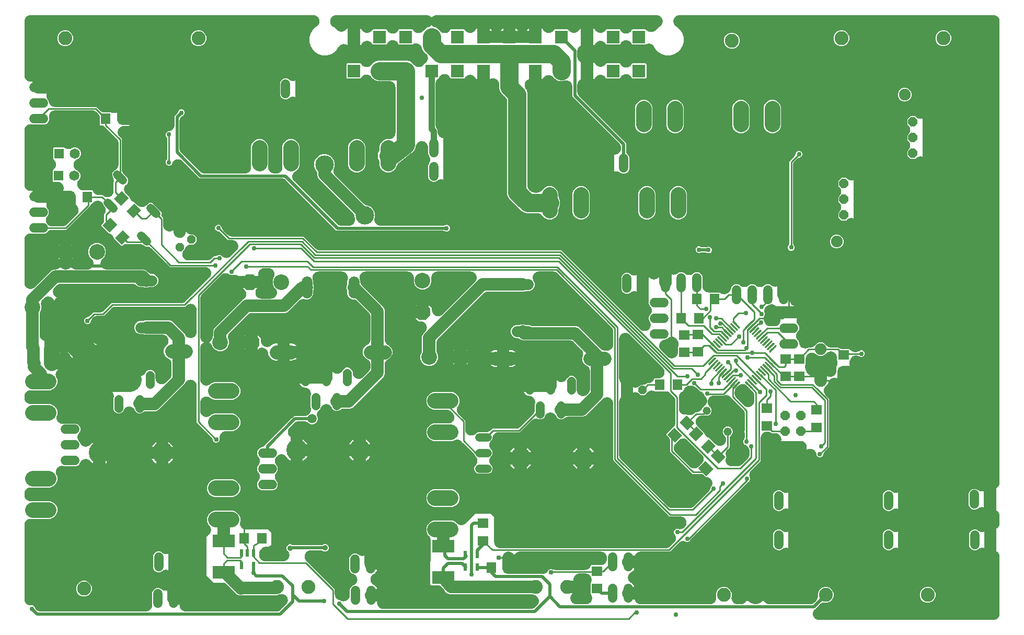
<source format=gbr>
G04 EAGLE Gerber RS-274X export*
G75*
%MOMM*%
%FSLAX34Y34*%
%LPD*%
%INTop Copper*%
%IPPOS*%
%AMOC8*
5,1,8,0,0,1.08239X$1,22.5*%
G01*
%ADD10R,2.100000X2.100000*%
%ADD11C,1.524000*%
%ADD12C,1.408000*%
%ADD13C,2.540000*%
%ADD14C,1.320800*%
%ADD15R,1.803000X1.600000*%
%ADD16C,2.250000*%
%ADD17C,2.540000*%
%ADD18P,2.749271X8X292.500000*%
%ADD19P,2.749271X8X22.500000*%
%ADD20C,1.790700*%
%ADD21C,2.247900*%
%ADD22P,2.749271X8X202.500000*%
%ADD23R,0.609200X1.180100*%
%ADD24R,3.611800X2.061800*%
%ADD25R,1.600000X1.800000*%
%ADD26C,0.140000*%
%ADD27R,1.600000X1.803000*%
%ADD28P,1.429621X8X202.500000*%
%ADD29C,1.320800*%
%ADD30C,1.905000*%
%ADD31P,2.061953X8X292.500000*%
%ADD32R,1.800000X1.600000*%
%ADD33P,1.649562X8X292.500000*%
%ADD34C,3.450000*%
%ADD35P,2.061953X8X22.500000*%
%ADD36P,1.429621X8X292.500000*%
%ADD37R,1.650000X1.650000*%
%ADD38C,1.650000*%
%ADD39C,0.500000*%
%ADD40C,3.000000*%
%ADD41C,0.906400*%
%ADD42C,3.000000*%
%ADD43C,1.000000*%
%ADD44C,0.756400*%
%ADD45C,0.254000*%
%ADD46C,1.500000*%
%ADD47C,0.508000*%
%ADD48C,4.000000*%
%ADD49C,2.000000*%
%ADD50C,0.914400*%
%ADD51C,2.500000*%
%ADD52C,0.787400*%

G36*
X1580037Y10170D02*
X1580037Y10170D01*
X1580234Y10168D01*
X1580483Y10189D01*
X1580733Y10201D01*
X1580928Y10227D01*
X1581125Y10244D01*
X1581371Y10287D01*
X1581619Y10320D01*
X1581811Y10364D01*
X1582005Y10398D01*
X1582247Y10463D01*
X1582491Y10519D01*
X1582678Y10579D01*
X1582869Y10630D01*
X1583104Y10717D01*
X1583342Y10794D01*
X1583523Y10871D01*
X1583708Y10939D01*
X1583934Y11046D01*
X1584165Y11144D01*
X1584339Y11238D01*
X1584516Y11322D01*
X1584732Y11448D01*
X1584953Y11567D01*
X1585117Y11675D01*
X1585287Y11775D01*
X1585491Y11920D01*
X1585700Y12058D01*
X1585855Y12180D01*
X1586014Y12295D01*
X1586204Y12458D01*
X1586400Y12614D01*
X1586543Y12750D01*
X1586692Y12878D01*
X1586867Y13057D01*
X1587048Y13230D01*
X1587178Y13378D01*
X1587316Y13519D01*
X1587473Y13714D01*
X1587639Y13902D01*
X1587755Y14060D01*
X1587879Y14213D01*
X1588019Y14422D01*
X1588167Y14623D01*
X1588268Y14792D01*
X1588378Y14955D01*
X1588499Y15175D01*
X1588628Y15389D01*
X1588714Y15566D01*
X1588809Y15739D01*
X1588909Y15968D01*
X1589019Y16193D01*
X1589089Y16377D01*
X1589168Y16558D01*
X1589248Y16795D01*
X1589337Y17029D01*
X1589390Y17219D01*
X1589452Y17405D01*
X1589511Y17649D01*
X1589578Y17890D01*
X1589614Y18084D01*
X1589660Y18275D01*
X1589696Y18523D01*
X1589742Y18769D01*
X1589761Y18965D01*
X1589789Y19160D01*
X1589800Y19380D01*
X1589827Y19659D01*
X1589828Y19940D01*
X1589839Y20160D01*
X1589839Y112559D01*
X1589832Y112723D01*
X1589834Y112888D01*
X1589812Y113170D01*
X1589799Y113453D01*
X1589777Y113615D01*
X1589765Y113779D01*
X1589718Y114058D01*
X1589680Y114339D01*
X1589643Y114499D01*
X1589616Y114661D01*
X1589544Y114934D01*
X1589481Y115211D01*
X1589431Y115367D01*
X1589389Y115526D01*
X1589293Y115792D01*
X1589206Y116061D01*
X1589142Y116212D01*
X1589086Y116367D01*
X1588967Y116624D01*
X1588856Y116884D01*
X1588778Y117029D01*
X1588709Y117178D01*
X1588567Y117423D01*
X1588433Y117672D01*
X1588343Y117809D01*
X1588261Y117951D01*
X1588098Y118183D01*
X1587942Y118419D01*
X1587840Y118548D01*
X1587745Y118682D01*
X1587563Y118898D01*
X1587386Y119120D01*
X1587273Y119239D01*
X1587167Y119364D01*
X1586965Y119563D01*
X1586770Y119768D01*
X1586647Y119876D01*
X1586530Y119991D01*
X1586311Y120171D01*
X1586098Y120358D01*
X1585966Y120455D01*
X1585839Y120559D01*
X1585605Y120719D01*
X1585377Y120886D01*
X1585236Y120971D01*
X1585100Y121063D01*
X1584853Y121201D01*
X1584799Y121233D01*
X1584799Y158167D01*
X1585009Y158281D01*
X1585145Y158372D01*
X1585287Y158455D01*
X1585517Y158620D01*
X1585753Y158777D01*
X1585881Y158880D01*
X1586014Y158975D01*
X1586229Y159160D01*
X1586450Y159337D01*
X1586568Y159451D01*
X1586692Y159558D01*
X1586890Y159761D01*
X1587094Y159958D01*
X1587201Y160082D01*
X1587316Y160200D01*
X1587494Y160419D01*
X1587679Y160633D01*
X1587776Y160767D01*
X1587879Y160894D01*
X1588037Y161129D01*
X1588203Y161359D01*
X1588286Y161500D01*
X1588378Y161636D01*
X1588514Y161884D01*
X1588659Y162128D01*
X1588730Y162276D01*
X1588809Y162420D01*
X1588922Y162679D01*
X1589045Y162934D01*
X1589102Y163088D01*
X1589168Y163238D01*
X1589258Y163507D01*
X1589357Y163772D01*
X1589400Y163930D01*
X1589452Y164086D01*
X1589518Y164361D01*
X1589593Y164635D01*
X1589622Y164797D01*
X1589660Y164956D01*
X1589701Y165236D01*
X1589751Y165515D01*
X1589765Y165678D01*
X1589789Y165841D01*
X1589801Y166083D01*
X1589830Y166405D01*
X1589830Y166646D01*
X1589839Y166841D01*
X1589839Y178481D01*
X1589832Y178645D01*
X1589834Y178810D01*
X1589812Y179092D01*
X1589799Y179375D01*
X1589777Y179538D01*
X1589765Y179701D01*
X1589718Y179980D01*
X1589680Y180261D01*
X1589643Y180421D01*
X1589616Y180583D01*
X1589544Y180857D01*
X1589481Y181133D01*
X1589431Y181289D01*
X1589389Y181448D01*
X1589293Y181715D01*
X1589206Y181983D01*
X1589142Y182134D01*
X1589086Y182289D01*
X1588967Y182546D01*
X1588856Y182806D01*
X1588778Y182951D01*
X1588709Y183100D01*
X1588567Y183345D01*
X1588433Y183594D01*
X1588343Y183731D01*
X1588261Y183874D01*
X1588098Y184105D01*
X1587942Y184342D01*
X1587840Y184470D01*
X1587745Y184604D01*
X1587562Y184820D01*
X1587386Y185042D01*
X1587273Y185161D01*
X1587167Y185286D01*
X1586965Y185484D01*
X1586770Y185690D01*
X1586647Y185798D01*
X1586530Y185913D01*
X1586311Y186093D01*
X1586098Y186280D01*
X1585966Y186377D01*
X1585839Y186481D01*
X1585605Y186641D01*
X1585377Y186808D01*
X1585236Y186893D01*
X1585100Y186985D01*
X1584853Y187123D01*
X1584611Y187269D01*
X1584463Y187341D01*
X1584320Y187421D01*
X1584291Y187434D01*
X1584291Y223540D01*
X1584368Y223582D01*
X1584516Y223652D01*
X1584760Y223795D01*
X1585009Y223931D01*
X1585146Y224022D01*
X1585287Y224105D01*
X1585517Y224270D01*
X1585753Y224427D01*
X1585881Y224530D01*
X1586014Y224625D01*
X1586229Y224810D01*
X1586450Y224987D01*
X1586568Y225101D01*
X1586692Y225208D01*
X1586890Y225411D01*
X1587094Y225608D01*
X1587201Y225732D01*
X1587316Y225850D01*
X1587494Y226070D01*
X1587679Y226283D01*
X1587775Y226416D01*
X1587879Y226544D01*
X1588037Y226779D01*
X1588203Y227009D01*
X1588286Y227150D01*
X1588378Y227286D01*
X1588515Y227534D01*
X1588659Y227777D01*
X1588730Y227925D01*
X1588809Y228069D01*
X1588923Y228329D01*
X1589045Y228584D01*
X1589102Y228738D01*
X1589168Y228888D01*
X1589258Y229157D01*
X1589357Y229422D01*
X1589400Y229580D01*
X1589452Y229736D01*
X1589518Y230011D01*
X1589593Y230285D01*
X1589622Y230446D01*
X1589660Y230606D01*
X1589701Y230886D01*
X1589751Y231165D01*
X1589765Y231328D01*
X1589789Y231491D01*
X1589801Y231734D01*
X1589830Y232055D01*
X1589830Y232296D01*
X1589839Y232491D01*
X1589839Y979840D01*
X1589830Y980037D01*
X1589832Y980234D01*
X1589811Y980483D01*
X1589799Y980733D01*
X1589773Y980928D01*
X1589756Y981125D01*
X1589713Y981371D01*
X1589680Y981619D01*
X1589636Y981811D01*
X1589602Y982005D01*
X1589537Y982247D01*
X1589481Y982491D01*
X1589421Y982678D01*
X1589370Y982869D01*
X1589283Y983104D01*
X1589206Y983342D01*
X1589129Y983523D01*
X1589061Y983708D01*
X1588954Y983934D01*
X1588856Y984165D01*
X1588762Y984339D01*
X1588678Y984516D01*
X1588552Y984732D01*
X1588433Y984953D01*
X1588325Y985117D01*
X1588225Y985287D01*
X1588080Y985491D01*
X1587942Y985700D01*
X1587820Y985855D01*
X1587705Y986014D01*
X1587542Y986204D01*
X1587386Y986400D01*
X1587250Y986543D01*
X1587122Y986692D01*
X1586943Y986867D01*
X1586770Y987048D01*
X1586622Y987178D01*
X1586481Y987316D01*
X1586286Y987473D01*
X1586098Y987639D01*
X1585940Y987755D01*
X1585787Y987879D01*
X1585578Y988019D01*
X1585377Y988167D01*
X1585208Y988268D01*
X1585045Y988378D01*
X1584825Y988499D01*
X1584611Y988628D01*
X1584434Y988714D01*
X1584261Y988809D01*
X1584032Y988909D01*
X1583807Y989019D01*
X1583623Y989089D01*
X1583442Y989168D01*
X1583205Y989248D01*
X1582971Y989337D01*
X1582781Y989390D01*
X1582595Y989452D01*
X1582351Y989511D01*
X1582110Y989578D01*
X1581916Y989614D01*
X1581725Y989660D01*
X1581477Y989696D01*
X1581231Y989742D01*
X1581035Y989761D01*
X1580840Y989789D01*
X1580620Y989800D01*
X1580341Y989827D01*
X1580060Y989828D01*
X1579840Y989839D01*
X1071335Y989839D01*
X1071270Y989836D01*
X1071204Y989838D01*
X1070824Y989816D01*
X1070442Y989799D01*
X1070377Y989790D01*
X1070312Y989787D01*
X1069935Y989731D01*
X1069556Y989680D01*
X1069492Y989665D01*
X1069427Y989655D01*
X1069056Y989566D01*
X1068684Y989481D01*
X1068622Y989461D01*
X1068558Y989446D01*
X1068196Y989323D01*
X1067833Y989206D01*
X1067773Y989180D01*
X1067711Y989159D01*
X1067362Y989005D01*
X1067011Y988856D01*
X1066953Y988825D01*
X1066893Y988798D01*
X1066559Y988613D01*
X1066223Y988433D01*
X1066168Y988397D01*
X1066110Y988365D01*
X1065795Y988152D01*
X1065475Y987942D01*
X1065424Y987901D01*
X1065370Y987865D01*
X1065074Y987624D01*
X1064775Y987386D01*
X1064727Y987341D01*
X1064677Y987299D01*
X1064404Y987033D01*
X1064127Y986770D01*
X1064084Y986721D01*
X1064037Y986675D01*
X1063789Y986385D01*
X1063537Y986098D01*
X1063498Y986045D01*
X1063455Y985995D01*
X1063234Y985684D01*
X1063009Y985377D01*
X1062975Y985320D01*
X1062937Y985267D01*
X1062744Y984937D01*
X1062548Y984611D01*
X1062519Y984552D01*
X1062486Y984495D01*
X1062324Y984150D01*
X1062157Y983807D01*
X1062133Y983745D01*
X1062105Y983686D01*
X1061975Y983328D01*
X1061839Y982971D01*
X1061821Y982907D01*
X1061799Y982846D01*
X1061700Y982477D01*
X1061597Y982110D01*
X1061585Y982045D01*
X1061568Y981982D01*
X1061503Y981606D01*
X1061433Y981231D01*
X1061427Y981165D01*
X1061416Y981101D01*
X1061385Y980720D01*
X1061349Y980341D01*
X1061348Y980275D01*
X1061343Y980209D01*
X1061346Y979828D01*
X1061344Y979446D01*
X1061350Y979381D01*
X1061350Y979315D01*
X1061387Y978936D01*
X1061419Y978555D01*
X1061430Y978490D01*
X1061437Y978425D01*
X1061508Y978050D01*
X1061573Y977675D01*
X1061591Y977611D01*
X1061603Y977547D01*
X1061707Y977180D01*
X1061806Y976811D01*
X1061829Y976750D01*
X1061847Y976686D01*
X1061983Y976330D01*
X1062115Y975972D01*
X1062143Y975913D01*
X1062166Y975851D01*
X1062335Y975506D01*
X1062497Y975164D01*
X1062530Y975107D01*
X1062559Y975048D01*
X1062757Y974722D01*
X1062950Y974393D01*
X1062988Y974339D01*
X1063022Y974283D01*
X1063248Y973976D01*
X1063470Y973666D01*
X1063513Y973616D01*
X1063552Y973563D01*
X1063805Y973277D01*
X1064053Y972988D01*
X1064101Y972942D01*
X1064144Y972893D01*
X1064420Y972631D01*
X1064695Y972365D01*
X1064746Y972323D01*
X1064793Y972278D01*
X1065092Y972042D01*
X1065389Y971801D01*
X1065444Y971764D01*
X1065495Y971724D01*
X1065722Y971577D01*
X1066131Y971302D01*
X1066244Y971240D01*
X1066336Y971180D01*
X1068149Y970134D01*
X1072834Y965449D01*
X1076146Y959712D01*
X1077861Y953313D01*
X1077861Y946687D01*
X1076146Y940288D01*
X1072834Y934551D01*
X1068149Y929866D01*
X1062412Y926554D01*
X1056013Y924839D01*
X1049387Y924839D01*
X1042988Y926554D01*
X1037251Y929866D01*
X1032566Y934551D01*
X1030112Y938802D01*
X1029874Y939174D01*
X1029643Y939538D01*
X1029637Y939547D01*
X1029631Y939555D01*
X1029363Y939902D01*
X1029098Y940247D01*
X1029091Y940255D01*
X1029084Y940263D01*
X1028789Y940582D01*
X1028491Y940904D01*
X1028484Y940911D01*
X1028477Y940919D01*
X1028152Y941212D01*
X1027829Y941505D01*
X1027820Y941511D01*
X1027813Y941518D01*
X1027464Y941780D01*
X1027115Y942044D01*
X1027106Y942049D01*
X1027098Y942055D01*
X1026727Y942286D01*
X1026356Y942516D01*
X1026347Y942521D01*
X1026338Y942527D01*
X1025943Y942725D01*
X1025558Y942920D01*
X1025549Y942923D01*
X1025539Y942928D01*
X1025133Y943089D01*
X1024727Y943250D01*
X1024717Y943253D01*
X1024708Y943257D01*
X1024292Y943379D01*
X1023870Y943505D01*
X1023860Y943507D01*
X1023850Y943510D01*
X1023423Y943595D01*
X1022994Y943682D01*
X1022983Y943683D01*
X1022973Y943685D01*
X1022537Y943732D01*
X1022105Y943780D01*
X1022095Y943780D01*
X1022084Y943781D01*
X1021647Y943790D01*
X1021211Y943799D01*
X1021200Y943798D01*
X1021190Y943798D01*
X1020755Y943767D01*
X1020319Y943737D01*
X1020309Y943735D01*
X1020298Y943735D01*
X1019865Y943665D01*
X1019436Y943596D01*
X1019426Y943593D01*
X1019416Y943592D01*
X1018994Y943484D01*
X1018569Y943377D01*
X1018560Y943373D01*
X1018549Y943371D01*
X1017706Y943073D01*
X1017664Y943054D01*
X1017626Y943040D01*
X1016503Y942575D01*
X994897Y942575D01*
X994336Y942807D01*
X993900Y943244D01*
X993896Y943251D01*
X993861Y943343D01*
X993707Y943656D01*
X993559Y943972D01*
X993510Y944057D01*
X993466Y944146D01*
X993285Y944444D01*
X993110Y944745D01*
X993053Y944825D01*
X993002Y944910D01*
X992794Y945190D01*
X992593Y945475D01*
X992529Y945549D01*
X992470Y945629D01*
X992239Y945890D01*
X992013Y946155D01*
X991943Y946224D01*
X991877Y946298D01*
X991623Y946537D01*
X991375Y946781D01*
X991298Y946843D01*
X991227Y946911D01*
X990952Y947127D01*
X990683Y947348D01*
X990601Y947403D01*
X990524Y947464D01*
X990231Y947654D01*
X989943Y947850D01*
X989857Y947898D01*
X989774Y947952D01*
X989466Y948115D01*
X989161Y948284D01*
X989071Y948324D01*
X988984Y948371D01*
X988662Y948506D01*
X988344Y948647D01*
X988251Y948679D01*
X988160Y948717D01*
X987827Y948823D01*
X987498Y948935D01*
X987402Y948959D01*
X987308Y948989D01*
X986968Y949064D01*
X986629Y949147D01*
X986531Y949162D01*
X986435Y949183D01*
X986089Y949228D01*
X985745Y949280D01*
X985646Y949286D01*
X985549Y949299D01*
X985200Y949313D01*
X984852Y949334D01*
X984754Y949331D01*
X984655Y949335D01*
X984307Y949318D01*
X983958Y949307D01*
X983860Y949296D01*
X983762Y949291D01*
X983418Y949243D01*
X983071Y949201D01*
X982974Y949181D01*
X982877Y949167D01*
X982537Y949088D01*
X982196Y949016D01*
X982102Y948987D01*
X982006Y948965D01*
X981674Y948856D01*
X981341Y948754D01*
X981250Y948717D01*
X981156Y948686D01*
X980836Y948548D01*
X980513Y948416D01*
X980425Y948371D01*
X980335Y948332D01*
X980028Y948166D01*
X979719Y948006D01*
X979635Y947953D01*
X979549Y947906D01*
X979258Y947713D01*
X978964Y947526D01*
X978886Y947466D01*
X978804Y947411D01*
X978532Y947194D01*
X978255Y946981D01*
X978183Y946914D01*
X978106Y946852D01*
X977854Y946610D01*
X977598Y946374D01*
X977532Y946302D01*
X977461Y946233D01*
X977231Y945970D01*
X976998Y945712D01*
X976938Y945633D01*
X976873Y945559D01*
X976669Y945276D01*
X976459Y944998D01*
X976407Y944915D01*
X976349Y944835D01*
X976170Y944535D01*
X975986Y944239D01*
X975941Y944151D01*
X975891Y944067D01*
X975773Y943819D01*
X975583Y943441D01*
X975522Y943288D01*
X975501Y943245D01*
X975064Y942807D01*
X974503Y942575D01*
X952897Y942575D01*
X952336Y942807D01*
X951585Y943559D01*
X951535Y943629D01*
X951454Y943759D01*
X951277Y943993D01*
X951107Y944233D01*
X951008Y944350D01*
X950915Y944472D01*
X950717Y944691D01*
X950527Y944914D01*
X950418Y945021D01*
X950315Y945135D01*
X950098Y945334D01*
X949889Y945540D01*
X949770Y945637D01*
X949657Y945741D01*
X949424Y945920D01*
X949197Y946107D01*
X949070Y946193D01*
X948949Y946286D01*
X948701Y946444D01*
X948457Y946609D01*
X948323Y946683D01*
X948194Y946766D01*
X947932Y946901D01*
X947675Y947043D01*
X947535Y947106D01*
X947399Y947176D01*
X947127Y947287D01*
X946858Y947406D01*
X946713Y947456D01*
X946571Y947513D01*
X946290Y947600D01*
X946012Y947694D01*
X945863Y947731D01*
X945716Y947776D01*
X945429Y947836D01*
X945143Y947906D01*
X944991Y947929D01*
X944842Y947960D01*
X944550Y947995D01*
X944259Y948039D01*
X944106Y948048D01*
X943954Y948066D01*
X943660Y948075D01*
X943366Y948093D01*
X943213Y948088D01*
X943060Y948093D01*
X942767Y948075D01*
X942472Y948066D01*
X942320Y948048D01*
X942167Y948039D01*
X941877Y947995D01*
X941585Y947960D01*
X941435Y947928D01*
X941283Y947906D01*
X940998Y947836D01*
X940710Y947775D01*
X940563Y947730D01*
X940414Y947694D01*
X940136Y947599D01*
X939855Y947513D01*
X939713Y947455D01*
X939568Y947405D01*
X939299Y947286D01*
X939027Y947175D01*
X938891Y947105D01*
X938751Y947043D01*
X938494Y946900D01*
X938233Y946765D01*
X938103Y946682D01*
X937969Y946608D01*
X937727Y946443D01*
X937478Y946285D01*
X937356Y946191D01*
X937230Y946105D01*
X937002Y945919D01*
X936769Y945740D01*
X936657Y945636D01*
X936538Y945539D01*
X936328Y945333D01*
X936112Y945134D01*
X936009Y945020D01*
X935900Y944913D01*
X935709Y944689D01*
X935512Y944471D01*
X935419Y944349D01*
X935320Y944232D01*
X935150Y943992D01*
X934973Y943757D01*
X934892Y943628D01*
X934803Y943502D01*
X934678Y943285D01*
X934500Y942998D01*
X934408Y942816D01*
X934138Y942445D01*
X933855Y942162D01*
X933532Y941927D01*
X933175Y941745D01*
X932795Y941622D01*
X932400Y941559D01*
X931699Y941559D01*
X931699Y967641D01*
X932400Y967641D01*
X932795Y967578D01*
X933175Y967455D01*
X933532Y967273D01*
X933855Y967038D01*
X934138Y966755D01*
X934397Y966399D01*
X934448Y966295D01*
X934601Y966044D01*
X934746Y965788D01*
X934833Y965662D01*
X934913Y965531D01*
X935087Y965295D01*
X935255Y965053D01*
X935353Y964935D01*
X935444Y964812D01*
X935639Y964592D01*
X935827Y964366D01*
X935935Y964258D01*
X936037Y964143D01*
X936251Y963941D01*
X936459Y963733D01*
X936576Y963635D01*
X936688Y963530D01*
X936919Y963348D01*
X937144Y963159D01*
X937270Y963072D01*
X937391Y962977D01*
X937637Y962817D01*
X937878Y962649D01*
X938012Y962573D01*
X938140Y962489D01*
X938400Y962352D01*
X938655Y962206D01*
X938795Y962142D01*
X938930Y962070D01*
X939201Y961956D01*
X939469Y961834D01*
X939613Y961783D01*
X939754Y961724D01*
X940035Y961634D01*
X940312Y961537D01*
X940460Y961499D01*
X940606Y961452D01*
X940893Y961388D01*
X941178Y961316D01*
X941330Y961291D01*
X941479Y961258D01*
X941770Y961220D01*
X942061Y961173D01*
X942214Y961162D01*
X942366Y961142D01*
X942659Y961130D01*
X942953Y961110D01*
X943106Y961112D01*
X943259Y961106D01*
X943553Y961121D01*
X943847Y961126D01*
X943999Y961143D01*
X944152Y961150D01*
X944443Y961191D01*
X944736Y961223D01*
X944886Y961253D01*
X945038Y961274D01*
X945324Y961340D01*
X945613Y961398D01*
X945759Y961441D01*
X945909Y961476D01*
X946188Y961568D01*
X946470Y961651D01*
X946613Y961707D01*
X946758Y961755D01*
X947028Y961872D01*
X947302Y961980D01*
X947439Y962049D01*
X947579Y962109D01*
X947838Y962249D01*
X948101Y962382D01*
X948231Y962462D01*
X948366Y962535D01*
X948611Y962698D01*
X948860Y962853D01*
X948983Y962945D01*
X949111Y963030D01*
X949340Y963214D01*
X949575Y963390D01*
X949689Y963493D01*
X949808Y963589D01*
X950021Y963792D01*
X950239Y963989D01*
X950343Y964102D01*
X950454Y964208D01*
X950646Y964429D01*
X950846Y964645D01*
X950940Y964767D01*
X951041Y964882D01*
X951213Y965120D01*
X951393Y965353D01*
X951475Y965482D01*
X951565Y965606D01*
X951588Y965644D01*
X952336Y966393D01*
X952897Y966625D01*
X974503Y966625D01*
X975064Y966393D01*
X975500Y965956D01*
X975504Y965949D01*
X975539Y965857D01*
X975693Y965544D01*
X975841Y965228D01*
X975890Y965143D01*
X975934Y965054D01*
X976115Y964757D01*
X976290Y964455D01*
X976347Y964374D01*
X976399Y964290D01*
X976606Y964009D01*
X976807Y963725D01*
X976871Y963650D01*
X976930Y963571D01*
X977161Y963310D01*
X977387Y963045D01*
X977458Y962976D01*
X977523Y962902D01*
X977776Y962663D01*
X978026Y962419D01*
X978102Y962356D01*
X978174Y962289D01*
X978448Y962073D01*
X978717Y961852D01*
X978799Y961797D01*
X978876Y961736D01*
X979169Y961545D01*
X979457Y961350D01*
X979543Y961302D01*
X979626Y961248D01*
X979933Y961085D01*
X980239Y960916D01*
X980329Y960875D01*
X980416Y960829D01*
X980737Y960695D01*
X981056Y960553D01*
X981149Y960521D01*
X981240Y960483D01*
X981572Y960377D01*
X981902Y960264D01*
X981998Y960241D01*
X982092Y960211D01*
X982433Y960135D01*
X982771Y960053D01*
X982869Y960038D01*
X982965Y960017D01*
X983311Y959972D01*
X983655Y959920D01*
X983754Y959914D01*
X983852Y959901D01*
X984200Y959887D01*
X984548Y959866D01*
X984646Y959869D01*
X984745Y959865D01*
X985094Y959882D01*
X985442Y959893D01*
X985539Y959904D01*
X985638Y959909D01*
X985983Y959957D01*
X986330Y959999D01*
X986426Y960019D01*
X986524Y960033D01*
X986863Y960112D01*
X987204Y960184D01*
X987299Y960213D01*
X987395Y960235D01*
X987726Y960344D01*
X988059Y960446D01*
X988150Y960483D01*
X988244Y960514D01*
X988565Y960652D01*
X988887Y960784D01*
X988975Y960829D01*
X989065Y960868D01*
X989371Y961034D01*
X989682Y961194D01*
X989765Y961247D01*
X989851Y961294D01*
X990142Y961487D01*
X990436Y961674D01*
X990514Y961734D01*
X990596Y961789D01*
X990869Y962007D01*
X991145Y962219D01*
X991217Y962286D01*
X991294Y962348D01*
X991546Y962589D01*
X991802Y962826D01*
X991868Y962899D01*
X991939Y962967D01*
X992168Y963230D01*
X992403Y963488D01*
X992462Y963567D01*
X992527Y963641D01*
X992731Y963924D01*
X992941Y964202D01*
X992994Y964285D01*
X993051Y964365D01*
X993230Y964665D01*
X993414Y964961D01*
X993459Y965049D01*
X993509Y965133D01*
X993627Y965381D01*
X993818Y965759D01*
X993878Y965912D01*
X993899Y965955D01*
X994336Y966393D01*
X994897Y966625D01*
X1016503Y966625D01*
X1017064Y966393D01*
X1018216Y965240D01*
X1018362Y965107D01*
X1018500Y964967D01*
X1018691Y964806D01*
X1018876Y964637D01*
X1019033Y964517D01*
X1019183Y964390D01*
X1019389Y964246D01*
X1019587Y964095D01*
X1019754Y963990D01*
X1019915Y963877D01*
X1020132Y963752D01*
X1020344Y963618D01*
X1020519Y963529D01*
X1020690Y963431D01*
X1020917Y963326D01*
X1021140Y963212D01*
X1021324Y963138D01*
X1021502Y963055D01*
X1021737Y962971D01*
X1021970Y962877D01*
X1022158Y962821D01*
X1022344Y962754D01*
X1022586Y962691D01*
X1022826Y962619D01*
X1023018Y962579D01*
X1023209Y962530D01*
X1023456Y962488D01*
X1023701Y962438D01*
X1023897Y962415D01*
X1024091Y962383D01*
X1024341Y962364D01*
X1024590Y962336D01*
X1024787Y962331D01*
X1024983Y962316D01*
X1025233Y962320D01*
X1025484Y962313D01*
X1025680Y962326D01*
X1025877Y962329D01*
X1026126Y962355D01*
X1026376Y962371D01*
X1026570Y962401D01*
X1026766Y962421D01*
X1027012Y962469D01*
X1027260Y962508D01*
X1027451Y962555D01*
X1027644Y962593D01*
X1027884Y962663D01*
X1028127Y962723D01*
X1028313Y962788D01*
X1028503Y962842D01*
X1028736Y962934D01*
X1028973Y963015D01*
X1029152Y963096D01*
X1029336Y963168D01*
X1029560Y963279D01*
X1029788Y963382D01*
X1029960Y963478D01*
X1030136Y963566D01*
X1030350Y963697D01*
X1030568Y963820D01*
X1030730Y963931D01*
X1030898Y964034D01*
X1031099Y964184D01*
X1031305Y964325D01*
X1031457Y964451D01*
X1031615Y964568D01*
X1031778Y964716D01*
X1031995Y964895D01*
X1032194Y965092D01*
X1032357Y965240D01*
X1037251Y970134D01*
X1039064Y971180D01*
X1039119Y971216D01*
X1039177Y971247D01*
X1039497Y971457D01*
X1039818Y971662D01*
X1039870Y971702D01*
X1039925Y971738D01*
X1040224Y971976D01*
X1040525Y972208D01*
X1040573Y972253D01*
X1040625Y972294D01*
X1040903Y972558D01*
X1041181Y972816D01*
X1041225Y972865D01*
X1041273Y972910D01*
X1041525Y973197D01*
X1041780Y973480D01*
X1041820Y973532D01*
X1041863Y973582D01*
X1042088Y973889D01*
X1042318Y974195D01*
X1042352Y974250D01*
X1042391Y974303D01*
X1042587Y974630D01*
X1042789Y974954D01*
X1042819Y975013D01*
X1042852Y975069D01*
X1043019Y975412D01*
X1043191Y975753D01*
X1043215Y975814D01*
X1043243Y975873D01*
X1043379Y976230D01*
X1043519Y976585D01*
X1043538Y976648D01*
X1043561Y976709D01*
X1043664Y977077D01*
X1043772Y977443D01*
X1043785Y977507D01*
X1043803Y977570D01*
X1043873Y977945D01*
X1043947Y978319D01*
X1043955Y978385D01*
X1043967Y978449D01*
X1044003Y978830D01*
X1044044Y979208D01*
X1044045Y979274D01*
X1044051Y979339D01*
X1044053Y979721D01*
X1044060Y980102D01*
X1044056Y980168D01*
X1044056Y980234D01*
X1044024Y980614D01*
X1043997Y980994D01*
X1043986Y981059D01*
X1043981Y981125D01*
X1043915Y981500D01*
X1043854Y981877D01*
X1043838Y981941D01*
X1043827Y982005D01*
X1043727Y982374D01*
X1043633Y982743D01*
X1043611Y982805D01*
X1043594Y982869D01*
X1043462Y983226D01*
X1043335Y983587D01*
X1043308Y983646D01*
X1043285Y983708D01*
X1043123Y984051D01*
X1042964Y984400D01*
X1042931Y984457D01*
X1042903Y984516D01*
X1042710Y984845D01*
X1042521Y985177D01*
X1042483Y985230D01*
X1042450Y985287D01*
X1042228Y985597D01*
X1042010Y985911D01*
X1041968Y985961D01*
X1041930Y986014D01*
X1041681Y986304D01*
X1041436Y986596D01*
X1041390Y986642D01*
X1041347Y986692D01*
X1041073Y986959D01*
X1040803Y987228D01*
X1040753Y987270D01*
X1040705Y987316D01*
X1040409Y987556D01*
X1040116Y987800D01*
X1040062Y987837D01*
X1040011Y987879D01*
X1039693Y988093D01*
X1039381Y988309D01*
X1039324Y988341D01*
X1039269Y988378D01*
X1038933Y988563D01*
X1038603Y988750D01*
X1038543Y988777D01*
X1038486Y988809D01*
X1038136Y988962D01*
X1037789Y989120D01*
X1037727Y989142D01*
X1037667Y989168D01*
X1037305Y989289D01*
X1036945Y989415D01*
X1036881Y989431D01*
X1036819Y989452D01*
X1036447Y989541D01*
X1036078Y989634D01*
X1036013Y989645D01*
X1035949Y989660D01*
X1035571Y989715D01*
X1035195Y989775D01*
X1035130Y989780D01*
X1035064Y989789D01*
X1034793Y989803D01*
X1034303Y989836D01*
X1034175Y989834D01*
X1034065Y989839D01*
X677984Y989839D01*
X677951Y989838D01*
X677918Y989839D01*
X677505Y989818D01*
X677090Y989799D01*
X677058Y989795D01*
X677025Y989793D01*
X676615Y989735D01*
X676204Y989680D01*
X676172Y989672D01*
X676140Y989668D01*
X675735Y989573D01*
X675332Y989481D01*
X675301Y989471D01*
X675269Y989464D01*
X674873Y989333D01*
X674482Y989206D01*
X674452Y989193D01*
X674420Y989183D01*
X674039Y989017D01*
X673659Y988856D01*
X673630Y988840D01*
X673600Y988827D01*
X673235Y988629D01*
X672871Y988433D01*
X672843Y988415D01*
X672814Y988399D01*
X672471Y988171D01*
X672124Y987942D01*
X672098Y987922D01*
X672071Y987903D01*
X671750Y987646D01*
X671423Y987386D01*
X671399Y987363D01*
X671374Y987343D01*
X671076Y987056D01*
X670775Y986770D01*
X670754Y986745D01*
X670730Y986722D01*
X670457Y986408D01*
X670185Y986098D01*
X670166Y986072D01*
X670144Y986047D01*
X669900Y985709D01*
X669698Y985432D01*
X669560Y985625D01*
X669322Y985963D01*
X669301Y985988D01*
X669282Y986014D01*
X669011Y986329D01*
X668743Y986644D01*
X668720Y986667D01*
X668698Y986692D01*
X668401Y986982D01*
X668106Y987272D01*
X668081Y987292D01*
X668057Y987316D01*
X667734Y987577D01*
X667416Y987840D01*
X667389Y987858D01*
X667363Y987879D01*
X667018Y988111D01*
X666677Y988344D01*
X666648Y988360D01*
X666621Y988378D01*
X666256Y988579D01*
X665896Y988780D01*
X665866Y988793D01*
X665837Y988809D01*
X665456Y988976D01*
X665080Y989144D01*
X665049Y989155D01*
X665019Y989168D01*
X664625Y989300D01*
X664234Y989434D01*
X664202Y989442D01*
X664171Y989452D01*
X663769Y989548D01*
X663366Y989647D01*
X663333Y989652D01*
X663301Y989660D01*
X662893Y989720D01*
X662482Y989782D01*
X662449Y989784D01*
X662416Y989789D01*
X662189Y989801D01*
X661589Y989838D01*
X661497Y989835D01*
X661416Y989839D01*
X515335Y989839D01*
X515270Y989836D01*
X515204Y989838D01*
X514824Y989816D01*
X514442Y989799D01*
X514377Y989790D01*
X514312Y989787D01*
X513935Y989731D01*
X513556Y989680D01*
X513492Y989665D01*
X513427Y989655D01*
X513056Y989566D01*
X512684Y989481D01*
X512622Y989461D01*
X512558Y989446D01*
X512196Y989323D01*
X511833Y989206D01*
X511773Y989180D01*
X511711Y989159D01*
X511362Y989005D01*
X511011Y988856D01*
X510953Y988825D01*
X510893Y988798D01*
X510559Y988613D01*
X510223Y988433D01*
X510168Y988397D01*
X510110Y988365D01*
X509795Y988152D01*
X509475Y987942D01*
X509424Y987901D01*
X509370Y987865D01*
X509074Y987624D01*
X508775Y987386D01*
X508727Y987341D01*
X508677Y987299D01*
X508404Y987033D01*
X508127Y986770D01*
X508084Y986721D01*
X508037Y986675D01*
X507789Y986385D01*
X507537Y986098D01*
X507498Y986045D01*
X507455Y985995D01*
X507234Y985684D01*
X507009Y985377D01*
X506975Y985320D01*
X506937Y985267D01*
X506744Y984937D01*
X506548Y984611D01*
X506519Y984552D01*
X506486Y984495D01*
X506324Y984150D01*
X506157Y983807D01*
X506133Y983745D01*
X506105Y983686D01*
X505975Y983328D01*
X505839Y982971D01*
X505821Y982907D01*
X505799Y982846D01*
X505700Y982477D01*
X505597Y982110D01*
X505585Y982045D01*
X505568Y981982D01*
X505503Y981606D01*
X505433Y981231D01*
X505427Y981165D01*
X505416Y981101D01*
X505385Y980720D01*
X505349Y980341D01*
X505348Y980275D01*
X505343Y980209D01*
X505346Y979828D01*
X505344Y979446D01*
X505350Y979381D01*
X505350Y979315D01*
X505387Y978936D01*
X505419Y978555D01*
X505430Y978490D01*
X505437Y978425D01*
X505508Y978050D01*
X505573Y977675D01*
X505591Y977611D01*
X505603Y977547D01*
X505707Y977180D01*
X505806Y976811D01*
X505829Y976750D01*
X505847Y976686D01*
X505983Y976330D01*
X506115Y975972D01*
X506143Y975913D01*
X506166Y975851D01*
X506335Y975506D01*
X506497Y975164D01*
X506530Y975107D01*
X506559Y975048D01*
X506757Y974722D01*
X506950Y974393D01*
X506988Y974339D01*
X507022Y974283D01*
X507248Y973976D01*
X507470Y973666D01*
X507513Y973616D01*
X507552Y973563D01*
X507805Y973277D01*
X508053Y972988D01*
X508101Y972942D01*
X508144Y972893D01*
X508420Y972631D01*
X508695Y972365D01*
X508746Y972323D01*
X508793Y972278D01*
X509092Y972042D01*
X509389Y971801D01*
X509444Y971764D01*
X509495Y971724D01*
X509722Y971577D01*
X510131Y971302D01*
X510244Y971240D01*
X510336Y971180D01*
X512149Y970134D01*
X516362Y965920D01*
X516427Y965861D01*
X516487Y965797D01*
X516756Y965560D01*
X517022Y965317D01*
X517092Y965264D01*
X517158Y965206D01*
X517447Y964993D01*
X517733Y964775D01*
X517808Y964728D01*
X517878Y964676D01*
X518185Y964490D01*
X518490Y964299D01*
X518568Y964259D01*
X518643Y964213D01*
X518967Y964055D01*
X519286Y963892D01*
X519368Y963859D01*
X519447Y963821D01*
X519782Y963692D01*
X520116Y963558D01*
X520200Y963532D01*
X520282Y963501D01*
X520627Y963403D01*
X520972Y963299D01*
X521058Y963281D01*
X521142Y963258D01*
X521496Y963191D01*
X521847Y963118D01*
X521934Y963108D01*
X522021Y963092D01*
X522380Y963057D01*
X522736Y963016D01*
X522823Y963014D01*
X522911Y963005D01*
X523271Y963003D01*
X523630Y962994D01*
X523717Y962999D01*
X523805Y962999D01*
X524163Y963028D01*
X524522Y963051D01*
X524608Y963065D01*
X524696Y963072D01*
X525051Y963133D01*
X525405Y963188D01*
X525491Y963209D01*
X525577Y963224D01*
X525924Y963317D01*
X526273Y963404D01*
X526356Y963432D01*
X526441Y963455D01*
X526779Y963578D01*
X527118Y963696D01*
X527199Y963732D01*
X527281Y963762D01*
X527606Y963915D01*
X527934Y964062D01*
X528011Y964105D01*
X528090Y964142D01*
X528400Y964324D01*
X528714Y964500D01*
X528786Y964550D01*
X528862Y964594D01*
X529154Y964802D01*
X529451Y965006D01*
X529519Y965062D01*
X529590Y965112D01*
X529863Y965346D01*
X530140Y965575D01*
X530203Y965637D01*
X530270Y965694D01*
X530520Y965951D01*
X530776Y966204D01*
X530833Y966271D01*
X530894Y966334D01*
X531066Y966548D01*
X531130Y966623D01*
X531545Y967038D01*
X531868Y967273D01*
X532225Y967455D01*
X532605Y967578D01*
X533000Y967641D01*
X533701Y967641D01*
X533701Y941559D01*
X533000Y941559D01*
X532605Y941622D01*
X532225Y941745D01*
X531997Y941862D01*
X531649Y942020D01*
X531303Y942182D01*
X531242Y942205D01*
X531182Y942232D01*
X530822Y942358D01*
X530463Y942489D01*
X530400Y942506D01*
X530339Y942527D01*
X529969Y942621D01*
X529599Y942720D01*
X529535Y942731D01*
X529472Y942746D01*
X529095Y942807D01*
X528718Y942872D01*
X528653Y942877D01*
X528589Y942887D01*
X528208Y942914D01*
X527826Y942945D01*
X527762Y942944D01*
X527697Y942949D01*
X527313Y942941D01*
X526932Y942938D01*
X526868Y942932D01*
X526803Y942930D01*
X526422Y942888D01*
X526042Y942851D01*
X525979Y942839D01*
X525914Y942832D01*
X525540Y942756D01*
X525164Y942685D01*
X525101Y942667D01*
X525038Y942655D01*
X524672Y942546D01*
X524303Y942441D01*
X524243Y942418D01*
X524180Y942400D01*
X523825Y942258D01*
X523468Y942122D01*
X523410Y942093D01*
X523350Y942069D01*
X523008Y941897D01*
X522665Y941729D01*
X522610Y941695D01*
X522552Y941666D01*
X522227Y941464D01*
X521900Y941266D01*
X521848Y941227D01*
X521793Y941193D01*
X521488Y940962D01*
X521180Y940736D01*
X521131Y940693D01*
X521079Y940654D01*
X520795Y940396D01*
X520510Y940144D01*
X520465Y940097D01*
X520417Y940053D01*
X520157Y939772D01*
X519895Y939495D01*
X519855Y939444D01*
X519811Y939396D01*
X519577Y939092D01*
X519341Y938793D01*
X519308Y938742D01*
X519265Y938687D01*
X518867Y938060D01*
X518797Y937952D01*
X516834Y934551D01*
X512149Y929866D01*
X506412Y926554D01*
X500013Y924839D01*
X493387Y924839D01*
X486988Y926554D01*
X481251Y929866D01*
X476566Y934551D01*
X473254Y940288D01*
X471539Y946687D01*
X471539Y953313D01*
X473254Y959712D01*
X476566Y965449D01*
X481251Y970134D01*
X483064Y971180D01*
X483119Y971216D01*
X483177Y971247D01*
X483497Y971457D01*
X483818Y971662D01*
X483870Y971702D01*
X483925Y971738D01*
X484224Y971976D01*
X484525Y972208D01*
X484573Y972253D01*
X484625Y972294D01*
X484903Y972558D01*
X485181Y972816D01*
X485225Y972865D01*
X485273Y972910D01*
X485525Y973197D01*
X485780Y973480D01*
X485820Y973532D01*
X485863Y973582D01*
X486088Y973889D01*
X486318Y974195D01*
X486352Y974250D01*
X486391Y974303D01*
X486587Y974630D01*
X486789Y974954D01*
X486819Y975013D01*
X486852Y975069D01*
X487019Y975412D01*
X487191Y975753D01*
X487215Y975814D01*
X487243Y975873D01*
X487379Y976230D01*
X487519Y976585D01*
X487538Y976648D01*
X487561Y976709D01*
X487664Y977077D01*
X487772Y977443D01*
X487785Y977507D01*
X487803Y977570D01*
X487873Y977945D01*
X487947Y978319D01*
X487955Y978385D01*
X487967Y978449D01*
X488003Y978830D01*
X488044Y979208D01*
X488045Y979274D01*
X488051Y979339D01*
X488053Y979721D01*
X488060Y980102D01*
X488056Y980168D01*
X488056Y980234D01*
X488024Y980614D01*
X487997Y980994D01*
X487986Y981059D01*
X487981Y981125D01*
X487915Y981500D01*
X487854Y981877D01*
X487838Y981941D01*
X487827Y982005D01*
X487727Y982374D01*
X487633Y982743D01*
X487611Y982805D01*
X487594Y982869D01*
X487462Y983226D01*
X487335Y983587D01*
X487308Y983646D01*
X487285Y983708D01*
X487123Y984051D01*
X486964Y984400D01*
X486931Y984457D01*
X486903Y984516D01*
X486710Y984845D01*
X486521Y985177D01*
X486483Y985230D01*
X486450Y985287D01*
X486228Y985597D01*
X486010Y985911D01*
X485968Y985961D01*
X485930Y986014D01*
X485681Y986304D01*
X485436Y986596D01*
X485390Y986642D01*
X485347Y986692D01*
X485073Y986959D01*
X484803Y987228D01*
X484753Y987270D01*
X484705Y987316D01*
X484409Y987556D01*
X484116Y987800D01*
X484062Y987837D01*
X484011Y987879D01*
X483693Y988093D01*
X483381Y988309D01*
X483324Y988341D01*
X483269Y988378D01*
X482933Y988563D01*
X482603Y988750D01*
X482543Y988777D01*
X482486Y988809D01*
X482136Y988962D01*
X481789Y989120D01*
X481727Y989142D01*
X481667Y989168D01*
X481305Y989289D01*
X480945Y989415D01*
X480881Y989431D01*
X480819Y989452D01*
X480447Y989541D01*
X480078Y989634D01*
X480013Y989645D01*
X479949Y989660D01*
X479571Y989715D01*
X479195Y989775D01*
X479130Y989780D01*
X479064Y989789D01*
X478793Y989803D01*
X478303Y989836D01*
X478175Y989834D01*
X478065Y989839D01*
X20160Y989839D01*
X19963Y989830D01*
X19766Y989832D01*
X19517Y989811D01*
X19267Y989799D01*
X19072Y989773D01*
X18875Y989756D01*
X18629Y989713D01*
X18381Y989680D01*
X18189Y989636D01*
X17995Y989602D01*
X17753Y989537D01*
X17509Y989481D01*
X17322Y989421D01*
X17131Y989370D01*
X16896Y989283D01*
X16658Y989206D01*
X16477Y989129D01*
X16292Y989061D01*
X16066Y988954D01*
X15835Y988856D01*
X15661Y988762D01*
X15484Y988678D01*
X15268Y988552D01*
X15047Y988433D01*
X14883Y988325D01*
X14713Y988225D01*
X14509Y988080D01*
X14300Y987942D01*
X14145Y987820D01*
X13986Y987705D01*
X13796Y987542D01*
X13600Y987386D01*
X13457Y987250D01*
X13308Y987122D01*
X13133Y986943D01*
X12952Y986770D01*
X12822Y986622D01*
X12684Y986481D01*
X12527Y986286D01*
X12361Y986098D01*
X12245Y985940D01*
X12121Y985787D01*
X11981Y985578D01*
X11833Y985377D01*
X11732Y985208D01*
X11622Y985045D01*
X11501Y984825D01*
X11372Y984611D01*
X11286Y984434D01*
X11191Y984261D01*
X11091Y984032D01*
X10981Y983807D01*
X10911Y983623D01*
X10832Y983442D01*
X10752Y983205D01*
X10663Y982971D01*
X10610Y982781D01*
X10548Y982595D01*
X10489Y982351D01*
X10422Y982110D01*
X10386Y981916D01*
X10340Y981725D01*
X10304Y981477D01*
X10258Y981231D01*
X10239Y981035D01*
X10211Y980840D01*
X10200Y980620D01*
X10173Y980341D01*
X10172Y980060D01*
X10161Y979840D01*
X10161Y892050D01*
X10168Y891886D01*
X10166Y891722D01*
X10188Y891440D01*
X10201Y891157D01*
X10223Y890994D01*
X10235Y890830D01*
X10282Y890551D01*
X10320Y890271D01*
X10357Y890110D01*
X10384Y889949D01*
X10456Y889675D01*
X10519Y889399D01*
X10569Y889242D01*
X10611Y889084D01*
X10707Y888817D01*
X10794Y888548D01*
X10858Y888397D01*
X10914Y888243D01*
X11033Y887986D01*
X11144Y887725D01*
X11222Y887580D01*
X11291Y887432D01*
X11433Y887187D01*
X11567Y886937D01*
X11657Y886800D01*
X11739Y886658D01*
X11902Y886427D01*
X12058Y886190D01*
X12160Y886061D01*
X12255Y885927D01*
X12438Y885711D01*
X12614Y885490D01*
X12727Y885371D01*
X12833Y885245D01*
X13035Y885047D01*
X13230Y884842D01*
X13354Y884733D01*
X13470Y884618D01*
X13689Y884439D01*
X13902Y884251D01*
X14034Y884154D01*
X14161Y884050D01*
X14395Y883891D01*
X14623Y883724D01*
X14764Y883639D01*
X14900Y883546D01*
X15147Y883408D01*
X15389Y883262D01*
X15537Y883190D01*
X15680Y883110D01*
X15939Y882995D01*
X16193Y882871D01*
X16347Y882813D01*
X16497Y882746D01*
X16764Y882654D01*
X17029Y882554D01*
X17188Y882509D01*
X17343Y882456D01*
X17618Y882388D01*
X17890Y882312D01*
X18052Y882282D01*
X18211Y882243D01*
X18491Y882200D01*
X18769Y882148D01*
X18933Y882132D01*
X19095Y882108D01*
X19377Y882090D01*
X19659Y882063D01*
X19824Y882062D01*
X19987Y882052D01*
X20270Y882060D01*
X20554Y882059D01*
X20717Y882072D01*
X20881Y882077D01*
X21163Y882110D01*
X21445Y882134D01*
X21606Y882162D01*
X21769Y882181D01*
X22007Y882232D01*
X22325Y882288D01*
X22558Y882351D01*
X22748Y882392D01*
X23148Y882499D01*
X23148Y872617D01*
X23156Y872420D01*
X23155Y872224D01*
X23176Y871974D01*
X23188Y871724D01*
X23214Y871529D01*
X23230Y871333D01*
X23274Y871086D01*
X23307Y870838D01*
X23351Y870646D01*
X23385Y870452D01*
X23450Y870210D01*
X23505Y869966D01*
X23566Y869779D01*
X23617Y869589D01*
X23704Y869353D01*
X23781Y869115D01*
X23858Y868934D01*
X23926Y868749D01*
X24033Y868524D01*
X24131Y868293D01*
X24224Y868119D01*
X24308Y867941D01*
X24435Y867725D01*
X24554Y867505D01*
X24662Y867340D01*
X24761Y867170D01*
X24907Y866967D01*
X25045Y866757D01*
X25167Y866603D01*
X25282Y866443D01*
X25445Y866253D01*
X25601Y866057D01*
X25736Y865914D01*
X25865Y865765D01*
X25865Y865764D01*
X26044Y865590D01*
X26217Y865409D01*
X26217Y865408D01*
X26365Y865279D01*
X26506Y865141D01*
X26701Y864983D01*
X26889Y864818D01*
X27048Y864702D01*
X27201Y864578D01*
X27409Y864438D01*
X27611Y864290D01*
X27779Y864189D01*
X27943Y864079D01*
X28163Y863958D01*
X28377Y863829D01*
X28553Y863743D01*
X28726Y863648D01*
X28956Y863547D01*
X29181Y863438D01*
X29365Y863368D01*
X29545Y863289D01*
X29782Y863209D01*
X30017Y863120D01*
X30206Y863067D01*
X30393Y863004D01*
X30636Y862946D01*
X30878Y862879D01*
X31071Y862843D01*
X31263Y862797D01*
X31510Y862761D01*
X31757Y862715D01*
X31953Y862696D01*
X32147Y862668D01*
X32367Y862657D01*
X32647Y862630D01*
X32927Y862629D01*
X33147Y862618D01*
X46467Y862618D01*
X46427Y862517D01*
X46369Y862328D01*
X46303Y862142D01*
X46240Y861900D01*
X46168Y861661D01*
X46128Y861467D01*
X46078Y861276D01*
X46037Y861030D01*
X45987Y860786D01*
X45964Y860589D01*
X45932Y860394D01*
X45913Y860145D01*
X45884Y859897D01*
X45879Y859699D01*
X45864Y859502D01*
X45868Y859253D01*
X45862Y859003D01*
X45874Y858806D01*
X45877Y858608D01*
X45903Y858360D01*
X45919Y858111D01*
X45949Y857916D01*
X45970Y857719D01*
X46018Y857474D01*
X46056Y857227D01*
X46104Y857035D01*
X46142Y856841D01*
X46211Y856602D01*
X46271Y856360D01*
X46336Y856173D01*
X46391Y855983D01*
X46482Y855750D01*
X46563Y855514D01*
X46644Y855334D01*
X46716Y855150D01*
X46827Y854926D01*
X46930Y854699D01*
X47027Y854526D01*
X47114Y854349D01*
X47245Y854137D01*
X47367Y853919D01*
X47479Y853756D01*
X47583Y853587D01*
X47732Y853387D01*
X47873Y853181D01*
X47999Y853029D01*
X48117Y852870D01*
X48264Y852708D01*
X48442Y852492D01*
X48507Y852426D01*
X50633Y847294D01*
X50643Y847274D01*
X50650Y847253D01*
X50831Y846872D01*
X51012Y846484D01*
X51023Y846465D01*
X51033Y846445D01*
X51247Y846081D01*
X51461Y845712D01*
X51474Y845693D01*
X51486Y845674D01*
X51734Y845327D01*
X51978Y844982D01*
X51993Y844965D01*
X52006Y844947D01*
X52283Y844625D01*
X52558Y844301D01*
X52574Y844286D01*
X52589Y844269D01*
X52895Y843971D01*
X53197Y843675D01*
X53214Y843661D01*
X53230Y843645D01*
X53562Y843376D01*
X53889Y843109D01*
X53907Y843096D01*
X53925Y843082D01*
X54278Y842844D01*
X54628Y842606D01*
X54648Y842596D01*
X54667Y842583D01*
X55042Y842377D01*
X55410Y842172D01*
X55430Y842163D01*
X55450Y842152D01*
X55842Y841980D01*
X56227Y841809D01*
X56248Y841802D01*
X56269Y841793D01*
X56672Y841658D01*
X57074Y841521D01*
X57096Y841516D01*
X57117Y841509D01*
X57527Y841411D01*
X57942Y841310D01*
X57965Y841306D01*
X57986Y841301D01*
X58406Y841240D01*
X58827Y841176D01*
X58849Y841175D01*
X58871Y841172D01*
X59065Y841162D01*
X59719Y841123D01*
X59800Y841125D01*
X59871Y841122D01*
X126036Y841122D01*
X127063Y840696D01*
X132474Y835285D01*
X132692Y835086D01*
X132903Y834880D01*
X133022Y834785D01*
X133134Y834682D01*
X133368Y834503D01*
X133598Y834317D01*
X133724Y834232D01*
X133845Y834140D01*
X134094Y833983D01*
X134340Y833818D01*
X134473Y833745D01*
X134602Y833664D01*
X134864Y833530D01*
X135123Y833387D01*
X135263Y833326D01*
X135398Y833257D01*
X135672Y833147D01*
X135942Y833028D01*
X136086Y832980D01*
X136227Y832923D01*
X136510Y832838D01*
X136790Y832744D01*
X136938Y832708D01*
X137083Y832664D01*
X137373Y832604D01*
X137660Y832536D01*
X137810Y832514D01*
X137959Y832483D01*
X138253Y832449D01*
X138544Y832407D01*
X138683Y832400D01*
X138847Y832381D01*
X139271Y832370D01*
X139544Y832357D01*
X150293Y832357D01*
X151433Y831885D01*
X151557Y831840D01*
X151678Y831787D01*
X151977Y831687D01*
X152274Y831580D01*
X152401Y831546D01*
X152526Y831504D01*
X152833Y831432D01*
X153138Y831351D01*
X153268Y831329D01*
X153396Y831299D01*
X153709Y831254D01*
X154020Y831201D01*
X154151Y831190D01*
X154281Y831171D01*
X154596Y831155D01*
X154911Y831130D01*
X155043Y831131D01*
X155174Y831124D01*
X155489Y831135D01*
X155805Y831138D01*
X155936Y831151D01*
X156068Y831156D01*
X156381Y831196D01*
X156695Y831227D01*
X156824Y831252D01*
X156955Y831268D01*
X157264Y831336D01*
X157573Y831395D01*
X157700Y831431D01*
X157829Y831459D01*
X158130Y831554D01*
X158433Y831640D01*
X158556Y831688D01*
X158682Y831727D01*
X158973Y831848D01*
X159267Y831962D01*
X159385Y832020D01*
X159507Y832070D01*
X159787Y832217D01*
X160070Y832356D01*
X160182Y832425D01*
X160299Y832486D01*
X160431Y832572D01*
X160431Y821817D01*
X160439Y821621D01*
X160438Y821424D01*
X160459Y821174D01*
X160471Y820924D01*
X160497Y820729D01*
X160513Y820533D01*
X160557Y820286D01*
X160590Y820038D01*
X160634Y819846D01*
X160668Y819652D01*
X160733Y819410D01*
X160788Y819166D01*
X160849Y818979D01*
X160900Y818789D01*
X160987Y818553D01*
X161064Y818315D01*
X161141Y818134D01*
X161209Y817949D01*
X161316Y817723D01*
X161414Y817493D01*
X161507Y817319D01*
X161591Y817141D01*
X161718Y816925D01*
X161837Y816705D01*
X161945Y816540D01*
X162044Y816370D01*
X162190Y816167D01*
X162328Y815957D01*
X162450Y815803D01*
X162565Y815643D01*
X162728Y815453D01*
X162884Y815257D01*
X163019Y815114D01*
X163148Y814965D01*
X163148Y814964D01*
X163327Y814790D01*
X163500Y814609D01*
X163500Y814608D01*
X163648Y814479D01*
X163789Y814341D01*
X163984Y814183D01*
X164172Y814018D01*
X164331Y813902D01*
X164484Y813778D01*
X164692Y813638D01*
X164894Y813490D01*
X165062Y813389D01*
X165226Y813279D01*
X165446Y813158D01*
X165660Y813029D01*
X165836Y812943D01*
X166009Y812848D01*
X166239Y812747D01*
X166464Y812638D01*
X166648Y812568D01*
X166828Y812489D01*
X167065Y812409D01*
X167300Y812320D01*
X167489Y812267D01*
X167676Y812204D01*
X167919Y812146D01*
X168161Y812079D01*
X168354Y812043D01*
X168546Y811997D01*
X168793Y811961D01*
X169040Y811915D01*
X169236Y811896D01*
X169430Y811868D01*
X169650Y811857D01*
X169930Y811830D01*
X170210Y811829D01*
X170430Y811818D01*
X180780Y811818D01*
X180603Y811470D01*
X180368Y811147D01*
X180085Y810864D01*
X179762Y810629D01*
X179405Y810447D01*
X179025Y810324D01*
X178630Y810261D01*
X171220Y810261D01*
X171122Y810257D01*
X171023Y810259D01*
X170676Y810237D01*
X170327Y810221D01*
X170229Y810208D01*
X170131Y810202D01*
X169787Y810148D01*
X169441Y810102D01*
X169345Y810080D01*
X169248Y810065D01*
X168909Y809981D01*
X168569Y809903D01*
X168475Y809873D01*
X168380Y809849D01*
X168050Y809735D01*
X167718Y809628D01*
X167628Y809589D01*
X167535Y809557D01*
X167217Y809414D01*
X166896Y809278D01*
X166808Y809231D01*
X166719Y809191D01*
X166415Y809020D01*
X166108Y808855D01*
X166025Y808801D01*
X165939Y808753D01*
X165652Y808556D01*
X165360Y808364D01*
X165283Y808303D01*
X165202Y808247D01*
X164933Y808025D01*
X164660Y807808D01*
X164588Y807740D01*
X164513Y807678D01*
X164265Y807433D01*
X164012Y807192D01*
X163947Y807118D01*
X163877Y807049D01*
X163652Y806783D01*
X163422Y806520D01*
X163364Y806441D01*
X163300Y806366D01*
X163099Y806080D01*
X162894Y805799D01*
X162843Y805714D01*
X162786Y805634D01*
X162612Y805330D01*
X162433Y805033D01*
X162390Y804944D01*
X162340Y804859D01*
X162194Y804542D01*
X162041Y804229D01*
X162006Y804137D01*
X161965Y804047D01*
X161848Y803719D01*
X161724Y803393D01*
X161697Y803298D01*
X161664Y803205D01*
X161576Y802867D01*
X161482Y802532D01*
X161464Y802435D01*
X161439Y802340D01*
X161382Y801995D01*
X161318Y801653D01*
X161309Y801555D01*
X161293Y801458D01*
X161267Y801110D01*
X161234Y800763D01*
X161233Y800664D01*
X161226Y800566D01*
X161231Y800218D01*
X161229Y799868D01*
X161237Y799770D01*
X161239Y799672D01*
X161275Y799325D01*
X161304Y798977D01*
X161321Y798880D01*
X161331Y798783D01*
X161398Y798441D01*
X161458Y798097D01*
X161484Y798001D01*
X161503Y797905D01*
X161600Y797571D01*
X161691Y797233D01*
X161725Y797141D01*
X161752Y797046D01*
X161879Y796721D01*
X161999Y796394D01*
X162041Y796305D01*
X162077Y796213D01*
X162233Y795900D01*
X162382Y795586D01*
X162432Y795501D01*
X162476Y795413D01*
X162659Y795115D01*
X162835Y794815D01*
X162892Y794735D01*
X162944Y794651D01*
X163153Y794371D01*
X163355Y794088D01*
X163419Y794013D01*
X163478Y793934D01*
X163662Y793731D01*
X163938Y793410D01*
X164056Y793295D01*
X164150Y793191D01*
X167706Y789635D01*
X168132Y788608D01*
X168132Y739427D01*
X168145Y739131D01*
X168149Y738836D01*
X168165Y738686D01*
X168172Y738533D01*
X168211Y738240D01*
X168242Y737947D01*
X168271Y737798D01*
X168292Y737647D01*
X168357Y737359D01*
X168414Y737070D01*
X168456Y736923D01*
X168490Y736775D01*
X168581Y736495D01*
X168663Y736211D01*
X168718Y736069D01*
X168765Y735925D01*
X168881Y735653D01*
X168988Y735378D01*
X169056Y735242D01*
X169116Y735102D01*
X169255Y734841D01*
X169387Y734577D01*
X169466Y734448D01*
X169538Y734314D01*
X169700Y734067D01*
X169855Y733816D01*
X169945Y733694D01*
X170029Y733567D01*
X170213Y733335D01*
X170389Y733099D01*
X170482Y732995D01*
X170585Y732866D01*
X170877Y732559D01*
X171061Y732356D01*
X176898Y726519D01*
X178136Y723531D01*
X178136Y720297D01*
X176898Y717310D01*
X174530Y714941D01*
X174397Y714796D01*
X174257Y714658D01*
X174095Y714466D01*
X173927Y714282D01*
X173807Y714125D01*
X173680Y713974D01*
X173537Y713770D01*
X173385Y713570D01*
X173280Y713403D01*
X173167Y713243D01*
X173042Y713026D01*
X172908Y712814D01*
X172819Y712638D01*
X172721Y712468D01*
X172615Y712240D01*
X172502Y712017D01*
X172428Y711835D01*
X172345Y711656D01*
X172261Y711420D01*
X172168Y711188D01*
X172111Y711000D01*
X172044Y710814D01*
X171981Y710571D01*
X171909Y710332D01*
X171869Y710139D01*
X171820Y709949D01*
X171778Y709701D01*
X171728Y709456D01*
X171705Y709261D01*
X171673Y709066D01*
X171654Y708816D01*
X171626Y708568D01*
X171621Y708371D01*
X171606Y708175D01*
X171610Y707924D01*
X171603Y707674D01*
X171616Y707477D01*
X171619Y707281D01*
X171645Y707032D01*
X171661Y706782D01*
X171691Y706587D01*
X171711Y706391D01*
X171760Y706145D01*
X171798Y705898D01*
X171845Y705707D01*
X171883Y705514D01*
X171953Y705274D01*
X172013Y705030D01*
X172078Y704844D01*
X172133Y704655D01*
X172224Y704422D01*
X172305Y704185D01*
X172386Y704006D01*
X172458Y703822D01*
X172569Y703598D01*
X172672Y703370D01*
X172768Y703198D01*
X172856Y703022D01*
X172987Y702808D01*
X173110Y702590D01*
X173221Y702428D01*
X173324Y702260D01*
X173474Y702059D01*
X173615Y701853D01*
X173741Y701701D01*
X173858Y701543D01*
X174006Y701379D01*
X174185Y701163D01*
X174382Y700964D01*
X174530Y700800D01*
X180688Y694642D01*
X181554Y692552D01*
X181679Y692285D01*
X181796Y692014D01*
X181868Y691880D01*
X181932Y691742D01*
X182081Y691487D01*
X182222Y691227D01*
X182306Y691101D01*
X182382Y690969D01*
X182553Y690728D01*
X182716Y690482D01*
X182811Y690364D01*
X182899Y690240D01*
X183091Y690015D01*
X183275Y689785D01*
X183380Y689675D01*
X183479Y689559D01*
X183690Y689352D01*
X183894Y689139D01*
X184009Y689040D01*
X184117Y688933D01*
X184345Y688746D01*
X184569Y688552D01*
X184692Y688463D01*
X184809Y688367D01*
X185053Y688201D01*
X185293Y688027D01*
X185423Y687950D01*
X185549Y687864D01*
X185807Y687721D01*
X186061Y687570D01*
X186187Y687510D01*
X186330Y687430D01*
X186718Y687258D01*
X186965Y687141D01*
X189055Y686275D01*
X193435Y681895D01*
X193581Y681762D01*
X193719Y681622D01*
X193910Y681461D01*
X194095Y681292D01*
X194252Y681172D01*
X194402Y681045D01*
X194607Y680902D01*
X194806Y680750D01*
X194973Y680645D01*
X195134Y680532D01*
X195351Y680407D01*
X195563Y680273D01*
X195739Y680184D01*
X195909Y680086D01*
X196136Y679980D01*
X196359Y679867D01*
X196542Y679793D01*
X196721Y679710D01*
X196957Y679626D01*
X197189Y679533D01*
X197377Y679476D01*
X197563Y679409D01*
X197805Y679346D01*
X198045Y679274D01*
X198237Y679234D01*
X198428Y679185D01*
X198676Y679143D01*
X198920Y679093D01*
X199116Y679070D01*
X199310Y679038D01*
X199561Y679019D01*
X199809Y678991D01*
X200005Y678986D01*
X200202Y678971D01*
X200452Y678975D01*
X200703Y678968D01*
X200899Y678981D01*
X201096Y678984D01*
X201345Y679010D01*
X201595Y679026D01*
X201789Y679056D01*
X201985Y679076D01*
X202231Y679125D01*
X202479Y679163D01*
X202670Y679210D01*
X202863Y679248D01*
X203103Y679318D01*
X203346Y679378D01*
X203533Y679443D01*
X203722Y679498D01*
X203955Y679589D01*
X204192Y679670D01*
X204371Y679751D01*
X204555Y679823D01*
X204779Y679934D01*
X205007Y680037D01*
X205179Y680133D01*
X205355Y680221D01*
X205569Y680352D01*
X205787Y680475D01*
X205949Y680586D01*
X206117Y680689D01*
X206318Y680839D01*
X206524Y680980D01*
X206676Y681106D01*
X206834Y681223D01*
X206997Y681371D01*
X207214Y681550D01*
X207413Y681747D01*
X207576Y681895D01*
X209945Y684263D01*
X212932Y685501D01*
X216166Y685501D01*
X219154Y684263D01*
X230780Y672637D01*
X232017Y669649D01*
X232017Y667998D01*
X232030Y667703D01*
X232035Y667408D01*
X232050Y667257D01*
X232057Y667105D01*
X232097Y666812D01*
X232127Y666518D01*
X232156Y666369D01*
X232177Y666219D01*
X232242Y665931D01*
X232299Y665641D01*
X232341Y665495D01*
X232375Y665347D01*
X232466Y665066D01*
X232548Y664782D01*
X232604Y664641D01*
X232651Y664496D01*
X232766Y664224D01*
X232874Y663949D01*
X232941Y663813D01*
X233001Y663673D01*
X233140Y663413D01*
X233272Y663149D01*
X233351Y663019D01*
X233423Y662885D01*
X233585Y662638D01*
X233740Y662387D01*
X233831Y662265D01*
X233914Y662138D01*
X234098Y661906D01*
X234274Y661670D01*
X234368Y661567D01*
X234470Y661437D01*
X234502Y661404D01*
X234951Y660321D01*
X234951Y649468D01*
X234955Y649369D01*
X234953Y649271D01*
X234975Y648923D01*
X234991Y648574D01*
X235004Y648477D01*
X235010Y648378D01*
X235064Y648034D01*
X235110Y647688D01*
X235132Y647592D01*
X235147Y647495D01*
X235231Y647156D01*
X235309Y646816D01*
X235339Y646723D01*
X235363Y646627D01*
X235477Y646297D01*
X235584Y645966D01*
X235623Y645875D01*
X235655Y645782D01*
X235798Y645464D01*
X235934Y645143D01*
X235981Y645056D01*
X236021Y644966D01*
X236192Y644662D01*
X236357Y644355D01*
X236411Y644273D01*
X236459Y644187D01*
X236656Y643899D01*
X236848Y643608D01*
X236909Y643530D01*
X236965Y643449D01*
X237186Y643181D01*
X237404Y642907D01*
X237472Y642836D01*
X237534Y642760D01*
X237779Y642512D01*
X238020Y642259D01*
X238094Y642194D01*
X238163Y642124D01*
X238430Y641899D01*
X238692Y641669D01*
X238771Y641611D01*
X238846Y641547D01*
X239132Y641347D01*
X239413Y641141D01*
X239498Y641090D01*
X239578Y641034D01*
X239881Y640860D01*
X240179Y640680D01*
X240268Y640637D01*
X240353Y640588D01*
X240670Y640441D01*
X240983Y640289D01*
X241076Y640254D01*
X241165Y640212D01*
X241493Y640095D01*
X241819Y639971D01*
X241914Y639944D01*
X242007Y639911D01*
X242345Y639824D01*
X242680Y639729D01*
X242777Y639711D01*
X242872Y639687D01*
X243217Y639629D01*
X243559Y639566D01*
X243657Y639556D01*
X243754Y639540D01*
X244102Y639514D01*
X244449Y639481D01*
X244548Y639480D01*
X244646Y639473D01*
X244994Y639478D01*
X245344Y639476D01*
X245442Y639484D01*
X245540Y639486D01*
X245886Y639522D01*
X246235Y639551D01*
X246332Y639568D01*
X246429Y639578D01*
X246771Y639645D01*
X247115Y639706D01*
X247211Y639731D01*
X247307Y639750D01*
X247641Y639847D01*
X247979Y639938D01*
X248071Y639972D01*
X248166Y640000D01*
X248491Y640127D01*
X248818Y640247D01*
X248907Y640289D01*
X248999Y640325D01*
X249311Y640480D01*
X249626Y640629D01*
X249711Y640679D01*
X249799Y640723D01*
X250096Y640906D01*
X250397Y641082D01*
X250477Y641140D01*
X250561Y641191D01*
X250840Y641399D01*
X251124Y641602D01*
X251199Y641667D01*
X251278Y641725D01*
X251481Y641909D01*
X251621Y642029D01*
X251621Y639064D01*
X251629Y638868D01*
X251628Y638671D01*
X251649Y638421D01*
X251661Y638171D01*
X251687Y637976D01*
X251703Y637780D01*
X251747Y637533D01*
X251780Y637285D01*
X251824Y637093D01*
X251858Y636899D01*
X251923Y636657D01*
X251978Y636413D01*
X252039Y636226D01*
X252090Y636036D01*
X252177Y635800D01*
X252254Y635562D01*
X252331Y635381D01*
X252399Y635196D01*
X252506Y634971D01*
X252604Y634740D01*
X252697Y634566D01*
X252781Y634388D01*
X252908Y634172D01*
X253027Y633952D01*
X253135Y633787D01*
X253234Y633617D01*
X253380Y633414D01*
X253518Y633204D01*
X253640Y633050D01*
X253755Y632890D01*
X253918Y632700D01*
X254074Y632504D01*
X254209Y632361D01*
X254338Y632212D01*
X254517Y632038D01*
X254690Y631856D01*
X254838Y631726D01*
X254979Y631589D01*
X255174Y631431D01*
X255361Y631266D01*
X255520Y631150D01*
X255673Y631025D01*
X255881Y630885D01*
X256083Y630738D01*
X256251Y630637D01*
X256415Y630526D01*
X256635Y630405D01*
X256849Y630277D01*
X257026Y630191D01*
X257199Y630096D01*
X257428Y629995D01*
X257653Y629885D01*
X257837Y629816D01*
X258018Y629736D01*
X258255Y629657D01*
X258489Y629568D01*
X258679Y629515D01*
X258865Y629452D01*
X259109Y629394D01*
X259350Y629326D01*
X259544Y629290D01*
X259735Y629244D01*
X259983Y629208D01*
X260229Y629162D01*
X260425Y629144D01*
X260620Y629115D01*
X260840Y629104D01*
X261119Y629078D01*
X261400Y629076D01*
X261620Y629065D01*
X261817Y629074D01*
X262013Y629073D01*
X262014Y629073D01*
X262263Y629094D01*
X262513Y629105D01*
X262709Y629131D01*
X262905Y629148D01*
X263151Y629191D01*
X263400Y629225D01*
X263591Y629268D01*
X263785Y629302D01*
X264027Y629367D01*
X264271Y629423D01*
X264459Y629484D01*
X264649Y629535D01*
X264884Y629621D01*
X265122Y629698D01*
X265303Y629776D01*
X265488Y629843D01*
X265714Y629950D01*
X265945Y630049D01*
X266119Y630142D01*
X266296Y630226D01*
X266512Y630353D01*
X266733Y630471D01*
X266897Y630579D01*
X267067Y630679D01*
X267271Y630825D01*
X267480Y630962D01*
X267635Y631085D01*
X267795Y631199D01*
X267984Y631362D01*
X268181Y631518D01*
X268323Y631654D01*
X268472Y631782D01*
X268647Y631962D01*
X268828Y632134D01*
X268958Y632282D01*
X269096Y632423D01*
X269254Y632618D01*
X269419Y632806D01*
X269535Y632965D01*
X269659Y633118D01*
X269799Y633326D01*
X269947Y633528D01*
X270048Y633696D01*
X270158Y633860D01*
X270279Y634080D01*
X270408Y634294D01*
X270494Y634470D01*
X270589Y634643D01*
X270690Y634873D01*
X270799Y635098D01*
X270869Y635282D01*
X270948Y635462D01*
X271028Y635699D01*
X271117Y635934D01*
X271170Y636123D01*
X271233Y636310D01*
X271291Y636553D01*
X271358Y636795D01*
X271394Y636988D01*
X271440Y637180D01*
X271476Y637427D01*
X271522Y637674D01*
X271541Y637870D01*
X271569Y638064D01*
X271580Y638284D01*
X271607Y638564D01*
X271608Y638844D01*
X271619Y639064D01*
X271619Y640463D01*
X271650Y640398D01*
X271748Y640167D01*
X271842Y639993D01*
X271926Y639816D01*
X272052Y639600D01*
X272171Y639379D01*
X272279Y639215D01*
X272379Y639045D01*
X272524Y638841D01*
X272662Y638632D01*
X272784Y638477D01*
X272899Y638318D01*
X273062Y638128D01*
X273218Y637932D01*
X273354Y637789D01*
X273482Y637640D01*
X273661Y637465D01*
X273834Y637284D01*
X273982Y637154D01*
X274123Y637016D01*
X274318Y636859D01*
X274506Y636693D01*
X274664Y636577D01*
X274817Y636453D01*
X275026Y636313D01*
X275227Y636165D01*
X275396Y636064D01*
X275559Y635954D01*
X275779Y635833D01*
X275993Y635704D01*
X276170Y635618D01*
X276343Y635523D01*
X276572Y635423D01*
X276797Y635313D01*
X276981Y635243D01*
X277162Y635164D01*
X277399Y635084D01*
X277633Y634995D01*
X277823Y634942D01*
X278009Y634880D01*
X278253Y634821D01*
X278494Y634754D01*
X278688Y634718D01*
X278879Y634672D01*
X279127Y634636D01*
X279373Y634590D01*
X279569Y634571D01*
X279764Y634543D01*
X279984Y634532D01*
X280263Y634505D01*
X280544Y634504D01*
X280764Y634493D01*
X284037Y634493D01*
X288799Y629731D01*
X288799Y622997D01*
X284037Y618235D01*
X279748Y618235D01*
X279551Y618226D01*
X279354Y618228D01*
X279105Y618207D01*
X278855Y618195D01*
X278660Y618169D01*
X278463Y618152D01*
X278217Y618109D01*
X277969Y618076D01*
X277777Y618032D01*
X277583Y617998D01*
X277341Y617933D01*
X277097Y617877D01*
X276910Y617817D01*
X276719Y617766D01*
X276484Y617679D01*
X276246Y617602D01*
X276065Y617525D01*
X275880Y617457D01*
X275654Y617350D01*
X275423Y617252D01*
X275249Y617158D01*
X275072Y617074D01*
X274856Y616948D01*
X274635Y616829D01*
X274471Y616721D01*
X274301Y616621D01*
X274097Y616476D01*
X273888Y616338D01*
X273733Y616216D01*
X273574Y616101D01*
X273384Y615938D01*
X273188Y615782D01*
X273045Y615646D01*
X272896Y615518D01*
X272721Y615339D01*
X272540Y615166D01*
X272410Y615018D01*
X272272Y614877D01*
X272115Y614682D01*
X271949Y614494D01*
X271833Y614336D01*
X271709Y614183D01*
X271569Y613974D01*
X271421Y613773D01*
X271320Y613604D01*
X271210Y613441D01*
X271089Y613221D01*
X270960Y613007D01*
X270874Y612830D01*
X270779Y612657D01*
X270679Y612428D01*
X270569Y612203D01*
X270499Y612019D01*
X270420Y611838D01*
X270340Y611601D01*
X270251Y611367D01*
X270198Y611177D01*
X270136Y610991D01*
X270077Y610747D01*
X270030Y610578D01*
X268850Y609399D01*
X268784Y609326D01*
X268712Y609258D01*
X268482Y608996D01*
X268247Y608739D01*
X268187Y608660D01*
X268122Y608586D01*
X267917Y608305D01*
X267705Y608027D01*
X267652Y607944D01*
X267594Y607865D01*
X267415Y607566D01*
X267229Y607271D01*
X267184Y607183D01*
X267133Y607099D01*
X266980Y606785D01*
X266822Y606474D01*
X266785Y606383D01*
X266742Y606295D01*
X266618Y605968D01*
X266488Y605645D01*
X266459Y605551D01*
X266424Y605459D01*
X266330Y605122D01*
X266229Y604789D01*
X266209Y604693D01*
X266183Y604598D01*
X266119Y604254D01*
X266048Y603913D01*
X266037Y603816D01*
X266019Y603719D01*
X265986Y603371D01*
X265946Y603025D01*
X265943Y602927D01*
X265934Y602829D01*
X265932Y602479D01*
X265923Y602131D01*
X265930Y602033D01*
X265929Y601934D01*
X265959Y601586D01*
X265981Y601239D01*
X265996Y601142D01*
X266004Y601043D01*
X266065Y600699D01*
X266118Y600355D01*
X266142Y600260D01*
X266159Y600163D01*
X266250Y599826D01*
X266333Y599487D01*
X266366Y599394D01*
X266391Y599299D01*
X266511Y598972D01*
X266626Y598642D01*
X266666Y598552D01*
X266700Y598460D01*
X266849Y598145D01*
X266992Y597827D01*
X267040Y597741D01*
X267082Y597652D01*
X267259Y597351D01*
X267430Y597047D01*
X267485Y596966D01*
X267535Y596881D01*
X267739Y596597D01*
X267936Y596310D01*
X267998Y596234D01*
X268056Y596154D01*
X268283Y595889D01*
X268505Y595620D01*
X268574Y595550D01*
X268639Y595476D01*
X268889Y595233D01*
X269134Y594985D01*
X269209Y594921D01*
X269280Y594852D01*
X269551Y594633D01*
X269817Y594408D01*
X269898Y594351D01*
X269974Y594289D01*
X270264Y594094D01*
X270549Y593894D01*
X270634Y593845D01*
X270716Y593790D01*
X271022Y593622D01*
X271324Y593448D01*
X271413Y593407D01*
X271500Y593359D01*
X271819Y593219D01*
X272136Y593073D01*
X272228Y593040D01*
X272319Y593000D01*
X272649Y592889D01*
X272978Y592772D01*
X273073Y592747D01*
X273166Y592716D01*
X273506Y592635D01*
X273843Y592547D01*
X273940Y592531D01*
X274036Y592508D01*
X274381Y592458D01*
X274725Y592400D01*
X274823Y592393D01*
X274921Y592379D01*
X275195Y592365D01*
X275617Y592333D01*
X275781Y592336D01*
X275921Y592329D01*
X305597Y592329D01*
X305892Y592342D01*
X306187Y592346D01*
X306338Y592362D01*
X306490Y592369D01*
X306783Y592408D01*
X307076Y592439D01*
X307225Y592468D01*
X307376Y592488D01*
X307664Y592554D01*
X307954Y592610D01*
X308100Y592653D01*
X308248Y592687D01*
X308529Y592778D01*
X308812Y592860D01*
X308954Y592915D01*
X309099Y592962D01*
X309370Y593078D01*
X309645Y593185D01*
X309781Y593253D01*
X309921Y593312D01*
X310182Y593452D01*
X310446Y593583D01*
X310575Y593663D01*
X310709Y593735D01*
X310956Y593897D01*
X311208Y594051D01*
X311329Y594142D01*
X311457Y594226D01*
X311688Y594410D01*
X311925Y594586D01*
X312028Y594679D01*
X312157Y594782D01*
X312464Y595074D01*
X312667Y595257D01*
X316044Y598634D01*
X317071Y599060D01*
X317157Y599060D01*
X317452Y599073D01*
X317747Y599077D01*
X317898Y599093D01*
X318050Y599100D01*
X318343Y599139D01*
X318637Y599170D01*
X318786Y599199D01*
X318936Y599219D01*
X319224Y599285D01*
X319514Y599341D01*
X319660Y599384D01*
X319808Y599418D01*
X320089Y599509D01*
X320373Y599591D01*
X320514Y599646D01*
X320659Y599693D01*
X320931Y599809D01*
X321206Y599916D01*
X321342Y599984D01*
X321482Y600043D01*
X321742Y600183D01*
X322006Y600314D01*
X322136Y600394D01*
X322224Y600441D01*
X324953Y601572D01*
X327065Y601572D01*
X329015Y600764D01*
X330367Y599412D01*
X330512Y599279D01*
X330650Y599139D01*
X330842Y598978D01*
X331027Y598809D01*
X331183Y598690D01*
X331334Y598562D01*
X331539Y598418D01*
X331738Y598267D01*
X331904Y598162D01*
X332066Y598049D01*
X332283Y597924D01*
X332495Y597790D01*
X332669Y597701D01*
X332840Y597603D01*
X333068Y597497D01*
X333291Y597384D01*
X333473Y597310D01*
X333652Y597227D01*
X333888Y597143D01*
X334120Y597050D01*
X334309Y596993D01*
X334494Y596926D01*
X334736Y596864D01*
X334976Y596791D01*
X335169Y596751D01*
X335360Y596702D01*
X335606Y596661D01*
X335852Y596610D01*
X336048Y596587D01*
X336242Y596555D01*
X336491Y596536D01*
X336740Y596508D01*
X336937Y596503D01*
X337133Y596488D01*
X337384Y596492D01*
X337634Y596485D01*
X337831Y596498D01*
X338027Y596501D01*
X338277Y596527D01*
X338526Y596543D01*
X338721Y596573D01*
X338917Y596593D01*
X339163Y596642D01*
X339410Y596680D01*
X339601Y596727D01*
X339794Y596765D01*
X340035Y596835D01*
X340278Y596895D01*
X340464Y596960D01*
X340653Y597015D01*
X340886Y597106D01*
X341123Y597187D01*
X341303Y597268D01*
X341486Y597340D01*
X341710Y597451D01*
X341939Y597554D01*
X342111Y597650D01*
X342287Y597738D01*
X342499Y597869D01*
X342718Y597992D01*
X342881Y598103D01*
X343048Y598206D01*
X343249Y598356D01*
X343456Y598497D01*
X343607Y598623D01*
X343765Y598740D01*
X343929Y598888D01*
X344145Y599067D01*
X344344Y599264D01*
X344508Y599412D01*
X353627Y608531D01*
X353693Y608604D01*
X353765Y608672D01*
X353995Y608934D01*
X354231Y609191D01*
X354290Y609270D01*
X354355Y609344D01*
X354561Y609625D01*
X354773Y609903D01*
X354825Y609986D01*
X354883Y610065D01*
X355063Y610364D01*
X355249Y610659D01*
X355294Y610747D01*
X355344Y610831D01*
X355497Y611145D01*
X355656Y611456D01*
X355693Y611547D01*
X355736Y611635D01*
X355859Y611961D01*
X355990Y612285D01*
X356018Y612379D01*
X356053Y612471D01*
X356148Y612808D01*
X356248Y613141D01*
X356268Y613237D01*
X356295Y613332D01*
X356359Y613675D01*
X356429Y614017D01*
X356441Y614115D01*
X356459Y614211D01*
X356492Y614558D01*
X356532Y614905D01*
X356534Y615003D01*
X356543Y615101D01*
X356545Y615450D01*
X356554Y615799D01*
X356548Y615897D01*
X356548Y615996D01*
X356519Y616343D01*
X356496Y616691D01*
X356481Y616788D01*
X356473Y616887D01*
X356413Y617231D01*
X356359Y617575D01*
X356336Y617670D01*
X356319Y617767D01*
X356228Y618105D01*
X356144Y618443D01*
X356112Y618535D01*
X356086Y618631D01*
X355966Y618958D01*
X355852Y619288D01*
X355811Y619378D01*
X355777Y619470D01*
X355629Y619785D01*
X355485Y620103D01*
X355437Y620189D01*
X355395Y620278D01*
X355219Y620578D01*
X355048Y620883D01*
X354992Y620964D01*
X354942Y621049D01*
X354739Y621332D01*
X354542Y621620D01*
X354479Y621696D01*
X354422Y621776D01*
X354195Y622041D01*
X353972Y622310D01*
X353903Y622380D01*
X353839Y622454D01*
X353589Y622697D01*
X353343Y622945D01*
X353268Y623009D01*
X353198Y623078D01*
X352927Y623297D01*
X352660Y623522D01*
X352580Y623579D01*
X352503Y623641D01*
X352214Y623836D01*
X351928Y624036D01*
X351843Y624085D01*
X351761Y624140D01*
X351456Y624308D01*
X351153Y624482D01*
X351064Y624523D01*
X350978Y624571D01*
X350658Y624711D01*
X350342Y624857D01*
X350249Y624890D01*
X350159Y624930D01*
X349827Y625041D01*
X349500Y625158D01*
X349405Y625183D01*
X349311Y625214D01*
X348971Y625296D01*
X348634Y625383D01*
X348537Y625399D01*
X348441Y625422D01*
X348096Y625472D01*
X347752Y625530D01*
X347654Y625537D01*
X347557Y625551D01*
X347282Y625565D01*
X346861Y625597D01*
X346696Y625594D01*
X346557Y625601D01*
X340566Y625601D01*
X339539Y626027D01*
X328641Y636925D01*
X328423Y637124D01*
X328212Y637330D01*
X328093Y637425D01*
X327981Y637528D01*
X327747Y637707D01*
X327517Y637893D01*
X327391Y637978D01*
X327270Y638070D01*
X327021Y638227D01*
X326775Y638392D01*
X326642Y638465D01*
X326513Y638546D01*
X326251Y638680D01*
X325992Y638823D01*
X325852Y638884D01*
X325717Y638953D01*
X325443Y639063D01*
X325173Y639182D01*
X325029Y639230D01*
X324888Y639287D01*
X324605Y639372D01*
X324325Y639466D01*
X324177Y639502D01*
X324081Y639531D01*
X321352Y640661D01*
X319859Y642154D01*
X319051Y644104D01*
X319051Y646216D01*
X319859Y648166D01*
X321352Y649659D01*
X323302Y650467D01*
X325414Y650467D01*
X327364Y649659D01*
X328857Y648166D01*
X329995Y645419D01*
X330023Y645296D01*
X330114Y645015D01*
X330196Y644732D01*
X330251Y644590D01*
X330298Y644445D01*
X330414Y644174D01*
X330521Y643899D01*
X330589Y643763D01*
X330648Y643623D01*
X330788Y643362D01*
X330919Y643098D01*
X330999Y642969D01*
X331071Y642835D01*
X331233Y642588D01*
X331387Y642336D01*
X331478Y642215D01*
X331562Y642087D01*
X331746Y641856D01*
X331922Y641619D01*
X332015Y641516D01*
X332118Y641387D01*
X332410Y641080D01*
X332593Y640877D01*
X339351Y634119D01*
X339569Y633920D01*
X339780Y633714D01*
X339899Y633619D01*
X340011Y633516D01*
X340245Y633337D01*
X340475Y633151D01*
X340601Y633066D01*
X340722Y632974D01*
X340971Y632817D01*
X341217Y632652D01*
X341350Y632579D01*
X341479Y632498D01*
X341741Y632364D01*
X342000Y632221D01*
X342140Y632160D01*
X342275Y632091D01*
X342549Y631981D01*
X342819Y631862D01*
X342963Y631814D01*
X343104Y631757D01*
X343387Y631672D01*
X343667Y631578D01*
X343815Y631542D01*
X343960Y631498D01*
X344250Y631438D01*
X344537Y631370D01*
X344687Y631348D01*
X344836Y631317D01*
X345130Y631283D01*
X345421Y631241D01*
X345560Y631234D01*
X345724Y631215D01*
X346148Y631204D01*
X346421Y631191D01*
X458592Y631191D01*
X458599Y631191D01*
X461133Y631191D01*
X461134Y631191D01*
X461135Y631191D01*
X461692Y631191D01*
X462241Y630963D01*
X462242Y630963D01*
X462719Y630765D01*
X463191Y630293D01*
X463192Y630292D01*
X464906Y628578D01*
X464911Y628573D01*
X481711Y611768D01*
X481929Y611569D01*
X482142Y611362D01*
X482259Y611267D01*
X482371Y611165D01*
X482606Y610986D01*
X482836Y610799D01*
X482962Y610715D01*
X483082Y610623D01*
X483332Y610465D01*
X483578Y610300D01*
X483711Y610227D01*
X483839Y610146D01*
X484102Y610012D01*
X484361Y609869D01*
X484500Y609808D01*
X484635Y609739D01*
X484909Y609629D01*
X485180Y609510D01*
X485324Y609462D01*
X485464Y609405D01*
X485747Y609320D01*
X486028Y609226D01*
X486175Y609190D01*
X486320Y609147D01*
X486610Y609087D01*
X486898Y609018D01*
X487048Y608996D01*
X487196Y608965D01*
X487490Y608932D01*
X487783Y608889D01*
X487921Y608882D01*
X488084Y608863D01*
X488509Y608852D01*
X488782Y608839D01*
X879015Y608839D01*
X880042Y608413D01*
X1007501Y480954D01*
X1007702Y480770D01*
X1007897Y480579D01*
X1008032Y480469D01*
X1008161Y480351D01*
X1008378Y480186D01*
X1008589Y480013D01*
X1008733Y479915D01*
X1008872Y479809D01*
X1009103Y479664D01*
X1009329Y479510D01*
X1009481Y479426D01*
X1009629Y479333D01*
X1009872Y479208D01*
X1010110Y479076D01*
X1010269Y479005D01*
X1010425Y478926D01*
X1010678Y478824D01*
X1010928Y478713D01*
X1011093Y478657D01*
X1011255Y478592D01*
X1011516Y478513D01*
X1011774Y478425D01*
X1011944Y478384D01*
X1012110Y478333D01*
X1012378Y478278D01*
X1012643Y478213D01*
X1012815Y478188D01*
X1012986Y478152D01*
X1013258Y478121D01*
X1013527Y478080D01*
X1013701Y478070D01*
X1013874Y478050D01*
X1014148Y478043D01*
X1014420Y478027D01*
X1014594Y478032D01*
X1014768Y478028D01*
X1015041Y478045D01*
X1015313Y478053D01*
X1015487Y478074D01*
X1015661Y478085D01*
X1015930Y478127D01*
X1016201Y478159D01*
X1016372Y478195D01*
X1016544Y478222D01*
X1016809Y478288D01*
X1017076Y478344D01*
X1017243Y478396D01*
X1017412Y478438D01*
X1017669Y478527D01*
X1017931Y478607D01*
X1018093Y478673D01*
X1018257Y478730D01*
X1018506Y478842D01*
X1018759Y478945D01*
X1018914Y479025D01*
X1019073Y479096D01*
X1019311Y479230D01*
X1019553Y479355D01*
X1019700Y479449D01*
X1019852Y479534D01*
X1020078Y479688D01*
X1020308Y479835D01*
X1020446Y479941D01*
X1020590Y480040D01*
X1020800Y480214D01*
X1021017Y480380D01*
X1021145Y480498D01*
X1021279Y480609D01*
X1021473Y480801D01*
X1021674Y480986D01*
X1021791Y481115D01*
X1021915Y481238D01*
X1022091Y481447D01*
X1022274Y481649D01*
X1022379Y481788D01*
X1022492Y481921D01*
X1022649Y482145D01*
X1022813Y482362D01*
X1022905Y482510D01*
X1023005Y482653D01*
X1023142Y482890D01*
X1023286Y483121D01*
X1023364Y483277D01*
X1023452Y483428D01*
X1023566Y483675D01*
X1023689Y483919D01*
X1023754Y484081D01*
X1023827Y484240D01*
X1023918Y484497D01*
X1024019Y484750D01*
X1024069Y484918D01*
X1024128Y485082D01*
X1024196Y485346D01*
X1024274Y485607D01*
X1024309Y485778D01*
X1024353Y485947D01*
X1024397Y486216D01*
X1024451Y486484D01*
X1024470Y486657D01*
X1024499Y486829D01*
X1024519Y487101D01*
X1024549Y487373D01*
X1024553Y487547D01*
X1024566Y487721D01*
X1024562Y487993D01*
X1024568Y488267D01*
X1024556Y488441D01*
X1024553Y488615D01*
X1024525Y488886D01*
X1024506Y489159D01*
X1024479Y489331D01*
X1024461Y489504D01*
X1024408Y489772D01*
X1024365Y490042D01*
X1024323Y490211D01*
X1024289Y490382D01*
X1024213Y490644D01*
X1024146Y490908D01*
X1024093Y491058D01*
X1024040Y491241D01*
X1023900Y491599D01*
X1023810Y491851D01*
X1021714Y496910D01*
X1021714Y500548D01*
X1023106Y503909D01*
X1023556Y504358D01*
X1023689Y504504D01*
X1023829Y504642D01*
X1023990Y504834D01*
X1024159Y505018D01*
X1024279Y505175D01*
X1024406Y505325D01*
X1024550Y505531D01*
X1024701Y505730D01*
X1024806Y505896D01*
X1024919Y506057D01*
X1025044Y506275D01*
X1025178Y506486D01*
X1025267Y506662D01*
X1025365Y506832D01*
X1025470Y507059D01*
X1025584Y507283D01*
X1025658Y507466D01*
X1025741Y507644D01*
X1025825Y507879D01*
X1025918Y508112D01*
X1025975Y508301D01*
X1026042Y508486D01*
X1026105Y508728D01*
X1026177Y508968D01*
X1026217Y509161D01*
X1026266Y509351D01*
X1026307Y509598D01*
X1026358Y509844D01*
X1026381Y510039D01*
X1026413Y510233D01*
X1026432Y510483D01*
X1026460Y510732D01*
X1026465Y510929D01*
X1026480Y511125D01*
X1026476Y511375D01*
X1026483Y511626D01*
X1026470Y511822D01*
X1026467Y512019D01*
X1026441Y512268D01*
X1026425Y512518D01*
X1026395Y512712D01*
X1026375Y512909D01*
X1026326Y513155D01*
X1026288Y513402D01*
X1026241Y513593D01*
X1026203Y513786D01*
X1026133Y514027D01*
X1026073Y514270D01*
X1026008Y514456D01*
X1025953Y514645D01*
X1025862Y514878D01*
X1025781Y515115D01*
X1025700Y515294D01*
X1025628Y515478D01*
X1025517Y515702D01*
X1025414Y515930D01*
X1025318Y516102D01*
X1025230Y516278D01*
X1025099Y516491D01*
X1024976Y516710D01*
X1024865Y516872D01*
X1024762Y517040D01*
X1024612Y517241D01*
X1024471Y517447D01*
X1024345Y517599D01*
X1024227Y517757D01*
X1024080Y517920D01*
X1023901Y518137D01*
X1023704Y518336D01*
X1023556Y518500D01*
X1023106Y518949D01*
X1021714Y522310D01*
X1021714Y527591D01*
X1021705Y527788D01*
X1021707Y527985D01*
X1021686Y528234D01*
X1021674Y528484D01*
X1021648Y528679D01*
X1021631Y528876D01*
X1021588Y529122D01*
X1021555Y529370D01*
X1021554Y529372D01*
X1021554Y566006D01*
X1021676Y565841D01*
X1021878Y565556D01*
X1021942Y565482D01*
X1022000Y565402D01*
X1022232Y565141D01*
X1022458Y564876D01*
X1022528Y564807D01*
X1022593Y564733D01*
X1022848Y564493D01*
X1023096Y564250D01*
X1023172Y564188D01*
X1023244Y564120D01*
X1023519Y563904D01*
X1023788Y563683D01*
X1023870Y563628D01*
X1023947Y563567D01*
X1024238Y563378D01*
X1024528Y563181D01*
X1024614Y563133D01*
X1024696Y563079D01*
X1025004Y562916D01*
X1025309Y562747D01*
X1025400Y562707D01*
X1025486Y562661D01*
X1025807Y562526D01*
X1026127Y562384D01*
X1026220Y562352D01*
X1026311Y562314D01*
X1026643Y562208D01*
X1026973Y562096D01*
X1027069Y562072D01*
X1027163Y562042D01*
X1027503Y561966D01*
X1027842Y561884D01*
X1027939Y561869D01*
X1028035Y561848D01*
X1028381Y561803D01*
X1028726Y561751D01*
X1028824Y561745D01*
X1028922Y561732D01*
X1029270Y561718D01*
X1029619Y561697D01*
X1029717Y561700D01*
X1029815Y561696D01*
X1030164Y561714D01*
X1030512Y561724D01*
X1030610Y561736D01*
X1030708Y561740D01*
X1031054Y561789D01*
X1031400Y561830D01*
X1031497Y561850D01*
X1031594Y561864D01*
X1031933Y561943D01*
X1032275Y562015D01*
X1032369Y562044D01*
X1032465Y562066D01*
X1032797Y562175D01*
X1033130Y562277D01*
X1033221Y562315D01*
X1033315Y562345D01*
X1033635Y562484D01*
X1033958Y562615D01*
X1034045Y562660D01*
X1034136Y562699D01*
X1034442Y562865D01*
X1034752Y563026D01*
X1034835Y563079D01*
X1034922Y563125D01*
X1035212Y563318D01*
X1035507Y563505D01*
X1035585Y563565D01*
X1035667Y563620D01*
X1035939Y563838D01*
X1036215Y564050D01*
X1036288Y564117D01*
X1036365Y564179D01*
X1036616Y564420D01*
X1036873Y564657D01*
X1036939Y564730D01*
X1037010Y564798D01*
X1037239Y565061D01*
X1037473Y565319D01*
X1037533Y565398D01*
X1037597Y565472D01*
X1037802Y565755D01*
X1038012Y566033D01*
X1038064Y566116D01*
X1038122Y566196D01*
X1038301Y566496D01*
X1038485Y566792D01*
X1038513Y566847D01*
X1038513Y556641D01*
X1038521Y556445D01*
X1038520Y556248D01*
X1038541Y555998D01*
X1038553Y555748D01*
X1038579Y555553D01*
X1038595Y555357D01*
X1038639Y555110D01*
X1038672Y554862D01*
X1038716Y554670D01*
X1038750Y554476D01*
X1038815Y554234D01*
X1038870Y553990D01*
X1038931Y553803D01*
X1038982Y553613D01*
X1039069Y553377D01*
X1039146Y553139D01*
X1039223Y552958D01*
X1039291Y552773D01*
X1039398Y552548D01*
X1039496Y552317D01*
X1039589Y552143D01*
X1039673Y551965D01*
X1039800Y551749D01*
X1039919Y551529D01*
X1040027Y551364D01*
X1040126Y551194D01*
X1040272Y550991D01*
X1040410Y550781D01*
X1040532Y550627D01*
X1040647Y550467D01*
X1040810Y550277D01*
X1040966Y550081D01*
X1041101Y549938D01*
X1041230Y549789D01*
X1041409Y549615D01*
X1041582Y549433D01*
X1041730Y549303D01*
X1041871Y549166D01*
X1042066Y549008D01*
X1042253Y548843D01*
X1042412Y548727D01*
X1042565Y548602D01*
X1042773Y548462D01*
X1042975Y548315D01*
X1043143Y548214D01*
X1043307Y548103D01*
X1043527Y547982D01*
X1043741Y547854D01*
X1043918Y547768D01*
X1044091Y547673D01*
X1044320Y547572D01*
X1044545Y547462D01*
X1044729Y547393D01*
X1044910Y547313D01*
X1045147Y547234D01*
X1045381Y547145D01*
X1045571Y547092D01*
X1045757Y547029D01*
X1046001Y546971D01*
X1046242Y546903D01*
X1046436Y546867D01*
X1046627Y546821D01*
X1046875Y546785D01*
X1047121Y546739D01*
X1047317Y546721D01*
X1047512Y546692D01*
X1047732Y546681D01*
X1048011Y546655D01*
X1048292Y546653D01*
X1048512Y546642D01*
X1048709Y546651D01*
X1048905Y546650D01*
X1048906Y546650D01*
X1049155Y546671D01*
X1049405Y546682D01*
X1049601Y546708D01*
X1049797Y546725D01*
X1050043Y546768D01*
X1050292Y546802D01*
X1050483Y546845D01*
X1050677Y546879D01*
X1050919Y546944D01*
X1051163Y547000D01*
X1051351Y547061D01*
X1051541Y547112D01*
X1051776Y547198D01*
X1052014Y547275D01*
X1052195Y547353D01*
X1052380Y547420D01*
X1052606Y547527D01*
X1052837Y547626D01*
X1053011Y547719D01*
X1053188Y547803D01*
X1053404Y547930D01*
X1053625Y548048D01*
X1053789Y548156D01*
X1053959Y548256D01*
X1054163Y548402D01*
X1054372Y548539D01*
X1054527Y548662D01*
X1054687Y548776D01*
X1054876Y548939D01*
X1055073Y549095D01*
X1055215Y549231D01*
X1055364Y549359D01*
X1055539Y549539D01*
X1055720Y549711D01*
X1055850Y549859D01*
X1055988Y550000D01*
X1056146Y550195D01*
X1056311Y550383D01*
X1056427Y550542D01*
X1056551Y550695D01*
X1056691Y550903D01*
X1056839Y551105D01*
X1056940Y551273D01*
X1057050Y551437D01*
X1057171Y551657D01*
X1057300Y551871D01*
X1057386Y552047D01*
X1057481Y552220D01*
X1057582Y552450D01*
X1057691Y552675D01*
X1057761Y552859D01*
X1057840Y553039D01*
X1057920Y553276D01*
X1058009Y553511D01*
X1058062Y553700D01*
X1058125Y553887D01*
X1058183Y554130D01*
X1058250Y554372D01*
X1058286Y554565D01*
X1058332Y554757D01*
X1058368Y555004D01*
X1058414Y555251D01*
X1058433Y555447D01*
X1058461Y555641D01*
X1058472Y555861D01*
X1058499Y556141D01*
X1058500Y556421D01*
X1058511Y556641D01*
X1058511Y569961D01*
X1058613Y569920D01*
X1058802Y569863D01*
X1058987Y569797D01*
X1059229Y569734D01*
X1059469Y569661D01*
X1059662Y569622D01*
X1059853Y569572D01*
X1060099Y569531D01*
X1060345Y569480D01*
X1060541Y569458D01*
X1060735Y569426D01*
X1060984Y569407D01*
X1061233Y569378D01*
X1061430Y569373D01*
X1061626Y569358D01*
X1061877Y569362D01*
X1062127Y569356D01*
X1062324Y569368D01*
X1062521Y569371D01*
X1062770Y569397D01*
X1063020Y569413D01*
X1063214Y569444D01*
X1063410Y569464D01*
X1063656Y569512D01*
X1063903Y569550D01*
X1064094Y569598D01*
X1064287Y569636D01*
X1064528Y569706D01*
X1064771Y569766D01*
X1064957Y569830D01*
X1065146Y569885D01*
X1065380Y569976D01*
X1065616Y570058D01*
X1065796Y570139D01*
X1065979Y570210D01*
X1066203Y570322D01*
X1066432Y570424D01*
X1066604Y570521D01*
X1066780Y570608D01*
X1066993Y570739D01*
X1067211Y570862D01*
X1067374Y570974D01*
X1067541Y571077D01*
X1067742Y571226D01*
X1067949Y571368D01*
X1068101Y571493D01*
X1068258Y571611D01*
X1068422Y571759D01*
X1068638Y571937D01*
X1068703Y572001D01*
X1072093Y573406D01*
X1075731Y573406D01*
X1079092Y572014D01*
X1079541Y571564D01*
X1079687Y571431D01*
X1079825Y571291D01*
X1080017Y571130D01*
X1080201Y570961D01*
X1080358Y570841D01*
X1080508Y570714D01*
X1080714Y570570D01*
X1080913Y570419D01*
X1081079Y570314D01*
X1081240Y570201D01*
X1081458Y570076D01*
X1081669Y569942D01*
X1081845Y569853D01*
X1082015Y569755D01*
X1082242Y569650D01*
X1082466Y569536D01*
X1082649Y569462D01*
X1082827Y569379D01*
X1083062Y569295D01*
X1083295Y569202D01*
X1083484Y569145D01*
X1083669Y569078D01*
X1083911Y569015D01*
X1084151Y568943D01*
X1084344Y568903D01*
X1084534Y568854D01*
X1084781Y568813D01*
X1085027Y568762D01*
X1085222Y568739D01*
X1085416Y568707D01*
X1085666Y568688D01*
X1085915Y568660D01*
X1086112Y568655D01*
X1086308Y568640D01*
X1086558Y568644D01*
X1086809Y568637D01*
X1087005Y568650D01*
X1087202Y568653D01*
X1087451Y568679D01*
X1087701Y568695D01*
X1087895Y568725D01*
X1088092Y568745D01*
X1088338Y568794D01*
X1088585Y568832D01*
X1088776Y568879D01*
X1088969Y568917D01*
X1089210Y568987D01*
X1089453Y569047D01*
X1089639Y569112D01*
X1089828Y569167D01*
X1090061Y569258D01*
X1090298Y569339D01*
X1090477Y569420D01*
X1090661Y569492D01*
X1090885Y569603D01*
X1091113Y569706D01*
X1091285Y569802D01*
X1091461Y569890D01*
X1091674Y570021D01*
X1091893Y570144D01*
X1092055Y570255D01*
X1092223Y570358D01*
X1092424Y570508D01*
X1092630Y570649D01*
X1092782Y570775D01*
X1092940Y570893D01*
X1093103Y571040D01*
X1093320Y571219D01*
X1093519Y571416D01*
X1093683Y571564D01*
X1094132Y572014D01*
X1097493Y573406D01*
X1101131Y573406D01*
X1104492Y572014D01*
X1107065Y569441D01*
X1108457Y566080D01*
X1108457Y550637D01*
X1108466Y550440D01*
X1108464Y550243D01*
X1108485Y549994D01*
X1108497Y549744D01*
X1108523Y549549D01*
X1108540Y549352D01*
X1108583Y549105D01*
X1108616Y548858D01*
X1108660Y548666D01*
X1108694Y548472D01*
X1108759Y548230D01*
X1108815Y547986D01*
X1108875Y547799D01*
X1108926Y547608D01*
X1109013Y547373D01*
X1109090Y547135D01*
X1109167Y546954D01*
X1109235Y546769D01*
X1109342Y546543D01*
X1109440Y546312D01*
X1109534Y546138D01*
X1109618Y545961D01*
X1109744Y545745D01*
X1109863Y545524D01*
X1109971Y545360D01*
X1110071Y545190D01*
X1110216Y544986D01*
X1110354Y544777D01*
X1110476Y544622D01*
X1110591Y544463D01*
X1110754Y544273D01*
X1110910Y544077D01*
X1111046Y543934D01*
X1111174Y543785D01*
X1111353Y543610D01*
X1111526Y543429D01*
X1111674Y543299D01*
X1111815Y543161D01*
X1112010Y543004D01*
X1112198Y542838D01*
X1112356Y542722D01*
X1112509Y542598D01*
X1112718Y542458D01*
X1112919Y542310D01*
X1113088Y542209D01*
X1113251Y542099D01*
X1113471Y541978D01*
X1113685Y541849D01*
X1113862Y541763D01*
X1114035Y541668D01*
X1114264Y541568D01*
X1114489Y541458D01*
X1114673Y541388D01*
X1114854Y541309D01*
X1115091Y541229D01*
X1115325Y541140D01*
X1115515Y541087D01*
X1115701Y541025D01*
X1115945Y540966D01*
X1116186Y540899D01*
X1116380Y540863D01*
X1116571Y540817D01*
X1116819Y540781D01*
X1117065Y540735D01*
X1117261Y540716D01*
X1117456Y540688D01*
X1117676Y540677D01*
X1117955Y540650D01*
X1118236Y540649D01*
X1118456Y540638D01*
X1136059Y540638D01*
X1136659Y540389D01*
X1136773Y540293D01*
X1136958Y540124D01*
X1137114Y540005D01*
X1137265Y539878D01*
X1137470Y539734D01*
X1137669Y539582D01*
X1137835Y539477D01*
X1137997Y539364D01*
X1138214Y539239D01*
X1138426Y539106D01*
X1138601Y539016D01*
X1138772Y538918D01*
X1138999Y538813D01*
X1139222Y538699D01*
X1139405Y538625D01*
X1139583Y538543D01*
X1139819Y538458D01*
X1140051Y538365D01*
X1140240Y538308D01*
X1140425Y538242D01*
X1140667Y538179D01*
X1140907Y538106D01*
X1141100Y538066D01*
X1141291Y538017D01*
X1141537Y537976D01*
X1141783Y537925D01*
X1141979Y537903D01*
X1142173Y537870D01*
X1142422Y537852D01*
X1142671Y537823D01*
X1142868Y537818D01*
X1143065Y537803D01*
X1143315Y537807D01*
X1143565Y537801D01*
X1143762Y537813D01*
X1143959Y537816D01*
X1144207Y537842D01*
X1144457Y537858D01*
X1144652Y537888D01*
X1144848Y537909D01*
X1145094Y537957D01*
X1145341Y537995D01*
X1145532Y538043D01*
X1145725Y538080D01*
X1145966Y538150D01*
X1146209Y538211D01*
X1146395Y538275D01*
X1146584Y538330D01*
X1146817Y538421D01*
X1147054Y538503D01*
X1147234Y538583D01*
X1147417Y538655D01*
X1147641Y538766D01*
X1147870Y538869D01*
X1148042Y538966D01*
X1148218Y539053D01*
X1148431Y539184D01*
X1148649Y539307D01*
X1148776Y539394D01*
X1149066Y539529D01*
X1149086Y539541D01*
X1149106Y539550D01*
X1149472Y539765D01*
X1149839Y539979D01*
X1149858Y539992D01*
X1149877Y540004D01*
X1150223Y540251D01*
X1150569Y540496D01*
X1150586Y540511D01*
X1150604Y540524D01*
X1150923Y540797D01*
X1151250Y541076D01*
X1151265Y541092D01*
X1151282Y541107D01*
X1151577Y541410D01*
X1151876Y541714D01*
X1151890Y541732D01*
X1151906Y541748D01*
X1152174Y542078D01*
X1152442Y542406D01*
X1152455Y542425D01*
X1152469Y542442D01*
X1152708Y542797D01*
X1152944Y543146D01*
X1152955Y543165D01*
X1152968Y543184D01*
X1153174Y543559D01*
X1153379Y543927D01*
X1153388Y543948D01*
X1153399Y543968D01*
X1153568Y544354D01*
X1153742Y544745D01*
X1153749Y544766D01*
X1153758Y544787D01*
X1153893Y545190D01*
X1154030Y545591D01*
X1154035Y545613D01*
X1154042Y545634D01*
X1154088Y545825D01*
X1155821Y550010D01*
X1158394Y552583D01*
X1161755Y553975D01*
X1165393Y553975D01*
X1168754Y552583D01*
X1169203Y552133D01*
X1169349Y552000D01*
X1169487Y551860D01*
X1169679Y551699D01*
X1169863Y551530D01*
X1170020Y551410D01*
X1170170Y551283D01*
X1170376Y551139D01*
X1170575Y550988D01*
X1170741Y550883D01*
X1170902Y550770D01*
X1171120Y550645D01*
X1171331Y550511D01*
X1171507Y550422D01*
X1171677Y550324D01*
X1171904Y550219D01*
X1172128Y550105D01*
X1172311Y550031D01*
X1172489Y549948D01*
X1172724Y549864D01*
X1172957Y549771D01*
X1173146Y549714D01*
X1173331Y549647D01*
X1173573Y549584D01*
X1173813Y549512D01*
X1174006Y549472D01*
X1174196Y549423D01*
X1174443Y549382D01*
X1174689Y549331D01*
X1174884Y549308D01*
X1175078Y549276D01*
X1175328Y549257D01*
X1175577Y549229D01*
X1175774Y549224D01*
X1175970Y549209D01*
X1176220Y549213D01*
X1176471Y549206D01*
X1176667Y549219D01*
X1176864Y549222D01*
X1177113Y549248D01*
X1177363Y549264D01*
X1177557Y549294D01*
X1177754Y549314D01*
X1178000Y549363D01*
X1178247Y549401D01*
X1178438Y549448D01*
X1178631Y549486D01*
X1178872Y549556D01*
X1179115Y549616D01*
X1179301Y549681D01*
X1179490Y549736D01*
X1179723Y549827D01*
X1179960Y549908D01*
X1180139Y549989D01*
X1180323Y550061D01*
X1180547Y550172D01*
X1180775Y550275D01*
X1180947Y550371D01*
X1181123Y550459D01*
X1181336Y550590D01*
X1181555Y550713D01*
X1181717Y550824D01*
X1181885Y550927D01*
X1182086Y551077D01*
X1182292Y551218D01*
X1182444Y551344D01*
X1182602Y551462D01*
X1182765Y551609D01*
X1182982Y551788D01*
X1183181Y551985D01*
X1183345Y552133D01*
X1183794Y552583D01*
X1187155Y553975D01*
X1190793Y553975D01*
X1194154Y552583D01*
X1194603Y552133D01*
X1194749Y552000D01*
X1194887Y551860D01*
X1195079Y551699D01*
X1195263Y551530D01*
X1195420Y551410D01*
X1195570Y551283D01*
X1195776Y551139D01*
X1195975Y550988D01*
X1196141Y550883D01*
X1196302Y550770D01*
X1196520Y550645D01*
X1196731Y550511D01*
X1196907Y550422D01*
X1197077Y550324D01*
X1197304Y550219D01*
X1197528Y550105D01*
X1197711Y550031D01*
X1197889Y549948D01*
X1198124Y549864D01*
X1198357Y549771D01*
X1198546Y549714D01*
X1198731Y549647D01*
X1198973Y549584D01*
X1199213Y549512D01*
X1199406Y549472D01*
X1199596Y549423D01*
X1199843Y549382D01*
X1200089Y549331D01*
X1200284Y549308D01*
X1200478Y549276D01*
X1200728Y549257D01*
X1200977Y549229D01*
X1201174Y549224D01*
X1201370Y549209D01*
X1201620Y549213D01*
X1201871Y549206D01*
X1202067Y549219D01*
X1202264Y549222D01*
X1202513Y549248D01*
X1202763Y549264D01*
X1202957Y549294D01*
X1203154Y549314D01*
X1203400Y549363D01*
X1203647Y549401D01*
X1203838Y549448D01*
X1204031Y549486D01*
X1204272Y549556D01*
X1204515Y549616D01*
X1204701Y549681D01*
X1204890Y549736D01*
X1205123Y549827D01*
X1205360Y549908D01*
X1205539Y549989D01*
X1205723Y550061D01*
X1205947Y550172D01*
X1206175Y550275D01*
X1206347Y550371D01*
X1206523Y550459D01*
X1206736Y550590D01*
X1206955Y550713D01*
X1207117Y550824D01*
X1207285Y550927D01*
X1207486Y551077D01*
X1207692Y551218D01*
X1207844Y551344D01*
X1208002Y551462D01*
X1208165Y551609D01*
X1208382Y551788D01*
X1208581Y551985D01*
X1208745Y552133D01*
X1209194Y552583D01*
X1212555Y553975D01*
X1216193Y553975D01*
X1219574Y552574D01*
X1219761Y552416D01*
X1219945Y552248D01*
X1220102Y552129D01*
X1220253Y552001D01*
X1220458Y551857D01*
X1220656Y551706D01*
X1220823Y551601D01*
X1220985Y551487D01*
X1221202Y551363D01*
X1221413Y551230D01*
X1221589Y551140D01*
X1221760Y551041D01*
X1221987Y550937D01*
X1222209Y550823D01*
X1222392Y550749D01*
X1222572Y550666D01*
X1222807Y550582D01*
X1223038Y550489D01*
X1223227Y550432D01*
X1223414Y550365D01*
X1223656Y550303D01*
X1223894Y550230D01*
X1224088Y550190D01*
X1224279Y550141D01*
X1224526Y550100D01*
X1224770Y550049D01*
X1224966Y550027D01*
X1225162Y549994D01*
X1225411Y549976D01*
X1225658Y549947D01*
X1225856Y549942D01*
X1226053Y549927D01*
X1226303Y549931D01*
X1226552Y549925D01*
X1226750Y549937D01*
X1226947Y549940D01*
X1227195Y549966D01*
X1227445Y549982D01*
X1227640Y550013D01*
X1227837Y550033D01*
X1228082Y550081D01*
X1228328Y550119D01*
X1228520Y550167D01*
X1228714Y550205D01*
X1228953Y550275D01*
X1229196Y550335D01*
X1229383Y550399D01*
X1229573Y550455D01*
X1229775Y550533D01*
X1229775Y537210D01*
X1229783Y537014D01*
X1229782Y536817D01*
X1229803Y536567D01*
X1229815Y536317D01*
X1229841Y536122D01*
X1229857Y535926D01*
X1229901Y535679D01*
X1229934Y535431D01*
X1229978Y535239D01*
X1230012Y535045D01*
X1230077Y534803D01*
X1230132Y534559D01*
X1230193Y534372D01*
X1230244Y534182D01*
X1230331Y533946D01*
X1230408Y533708D01*
X1230485Y533527D01*
X1230553Y533342D01*
X1230660Y533117D01*
X1230758Y532886D01*
X1230851Y532712D01*
X1230935Y532534D01*
X1231062Y532318D01*
X1231181Y532098D01*
X1231289Y531933D01*
X1231388Y531763D01*
X1231534Y531560D01*
X1231672Y531350D01*
X1231794Y531196D01*
X1231909Y531036D01*
X1232072Y530846D01*
X1232228Y530650D01*
X1232363Y530507D01*
X1232492Y530358D01*
X1232492Y530357D01*
X1232671Y530183D01*
X1232844Y530002D01*
X1232844Y530001D01*
X1232992Y529872D01*
X1233133Y529734D01*
X1233328Y529576D01*
X1233516Y529411D01*
X1233675Y529295D01*
X1233828Y529171D01*
X1234036Y529031D01*
X1234238Y528883D01*
X1234406Y528782D01*
X1234570Y528672D01*
X1234790Y528551D01*
X1235004Y528422D01*
X1235180Y528336D01*
X1235353Y528241D01*
X1235583Y528140D01*
X1235808Y528031D01*
X1235992Y527961D01*
X1236172Y527882D01*
X1236409Y527802D01*
X1236644Y527713D01*
X1236833Y527660D01*
X1237020Y527597D01*
X1237263Y527539D01*
X1237505Y527472D01*
X1237698Y527436D01*
X1237890Y527390D01*
X1238137Y527354D01*
X1238384Y527308D01*
X1238580Y527289D01*
X1238774Y527261D01*
X1238994Y527250D01*
X1239274Y527223D01*
X1239554Y527222D01*
X1239774Y527211D01*
X1249972Y527211D01*
X1250010Y526793D01*
X1250011Y526783D01*
X1250012Y526774D01*
X1250093Y526337D01*
X1250170Y525913D01*
X1250172Y525904D01*
X1250174Y525894D01*
X1250294Y525463D01*
X1250408Y525051D01*
X1250411Y525042D01*
X1250414Y525033D01*
X1250569Y524622D01*
X1250722Y524214D01*
X1250726Y524205D01*
X1250730Y524196D01*
X1250924Y523795D01*
X1251110Y523408D01*
X1251115Y523400D01*
X1251119Y523391D01*
X1251347Y523011D01*
X1251568Y522641D01*
X1251574Y522633D01*
X1251579Y522624D01*
X1251839Y522266D01*
X1252093Y521917D01*
X1252099Y521909D01*
X1252105Y521901D01*
X1252396Y521569D01*
X1252680Y521243D01*
X1252687Y521236D01*
X1252694Y521228D01*
X1253009Y520928D01*
X1253326Y520624D01*
X1253333Y520617D01*
X1253340Y520611D01*
X1253680Y520340D01*
X1254024Y520065D01*
X1254032Y520059D01*
X1254039Y520053D01*
X1254399Y519816D01*
X1254769Y519571D01*
X1254778Y519566D01*
X1254786Y519561D01*
X1255178Y519349D01*
X1255555Y519145D01*
X1255564Y519141D01*
X1255573Y519136D01*
X1255981Y518961D01*
X1256376Y518791D01*
X1256385Y518788D01*
X1256395Y518784D01*
X1257245Y518507D01*
X1257290Y518497D01*
X1257329Y518484D01*
X1257716Y518380D01*
X1227813Y518380D01*
X1227734Y518456D01*
X1227645Y518552D01*
X1227411Y518764D01*
X1227182Y518983D01*
X1227079Y519065D01*
X1226982Y519153D01*
X1226730Y519343D01*
X1226483Y519540D01*
X1226373Y519613D01*
X1226269Y519692D01*
X1226001Y519858D01*
X1225737Y520033D01*
X1225621Y520095D01*
X1225510Y520164D01*
X1225228Y520307D01*
X1224950Y520457D01*
X1224829Y520509D01*
X1224712Y520568D01*
X1224419Y520684D01*
X1224128Y520809D01*
X1224003Y520849D01*
X1223881Y520898D01*
X1223578Y520988D01*
X1223277Y521086D01*
X1223150Y521115D01*
X1223024Y521153D01*
X1222713Y521215D01*
X1222406Y521286D01*
X1222276Y521304D01*
X1222147Y521330D01*
X1221834Y521365D01*
X1221520Y521408D01*
X1221389Y521414D01*
X1221258Y521428D01*
X1220943Y521435D01*
X1220627Y521449D01*
X1220496Y521444D01*
X1220364Y521446D01*
X1220048Y521425D01*
X1219734Y521411D01*
X1219604Y521394D01*
X1219472Y521385D01*
X1219160Y521335D01*
X1218847Y521293D01*
X1218719Y521265D01*
X1218589Y521244D01*
X1218282Y521166D01*
X1217975Y521097D01*
X1217850Y521057D01*
X1217723Y521025D01*
X1217475Y520936D01*
X1217124Y520823D01*
X1216938Y520745D01*
X1216780Y520688D01*
X1214684Y519820D01*
X1214506Y519737D01*
X1214323Y519662D01*
X1214101Y519547D01*
X1213874Y519441D01*
X1213704Y519343D01*
X1213529Y519252D01*
X1213317Y519118D01*
X1213101Y518992D01*
X1212941Y518878D01*
X1212774Y518772D01*
X1212576Y518619D01*
X1212371Y518475D01*
X1212222Y518347D01*
X1212066Y518227D01*
X1211882Y518058D01*
X1211691Y517895D01*
X1211553Y517754D01*
X1211408Y517621D01*
X1211240Y517435D01*
X1211065Y517256D01*
X1210940Y517104D01*
X1210808Y516958D01*
X1210657Y516758D01*
X1210498Y516565D01*
X1210388Y516402D01*
X1210269Y516245D01*
X1210136Y516032D01*
X1209996Y515825D01*
X1209901Y515653D01*
X1209796Y515486D01*
X1209683Y515262D01*
X1209562Y515043D01*
X1209482Y514864D01*
X1209393Y514688D01*
X1209300Y514455D01*
X1209199Y514226D01*
X1209135Y514040D01*
X1209063Y513857D01*
X1208991Y513617D01*
X1208911Y513380D01*
X1208864Y513189D01*
X1208808Y513000D01*
X1208758Y512754D01*
X1208699Y512511D01*
X1208670Y512316D01*
X1208631Y512123D01*
X1208603Y511875D01*
X1208566Y511627D01*
X1208554Y511430D01*
X1208533Y511234D01*
X1208528Y510984D01*
X1208513Y510734D01*
X1208518Y510538D01*
X1208514Y510340D01*
X1208532Y510090D01*
X1208539Y509840D01*
X1208562Y509645D01*
X1208576Y509448D01*
X1208615Y509201D01*
X1208645Y508952D01*
X1208686Y508759D01*
X1208717Y508565D01*
X1208778Y508323D01*
X1208830Y508078D01*
X1208888Y507889D01*
X1208936Y507699D01*
X1209010Y507491D01*
X1209093Y507223D01*
X1209198Y506963D01*
X1209267Y506772D01*
X1209267Y504658D01*
X1208269Y502249D01*
X1208168Y501972D01*
X1208059Y501697D01*
X1208016Y501551D01*
X1207964Y501408D01*
X1207888Y501123D01*
X1207804Y500840D01*
X1207774Y500691D01*
X1207735Y500544D01*
X1207686Y500253D01*
X1207627Y499964D01*
X1207610Y499812D01*
X1207585Y499662D01*
X1207561Y499368D01*
X1207529Y499075D01*
X1207526Y498923D01*
X1207514Y498771D01*
X1207517Y498476D01*
X1207510Y498181D01*
X1207521Y498029D01*
X1207522Y497877D01*
X1207552Y497583D01*
X1207572Y497289D01*
X1207596Y497138D01*
X1207611Y496987D01*
X1207666Y496698D01*
X1207713Y496406D01*
X1207750Y496258D01*
X1207779Y496109D01*
X1207860Y495826D01*
X1207932Y495539D01*
X1207979Y495407D01*
X1208024Y495249D01*
X1208177Y494854D01*
X1208269Y494596D01*
X1209365Y491948D01*
X1209375Y491928D01*
X1209383Y491907D01*
X1209563Y491525D01*
X1209744Y491138D01*
X1209755Y491119D01*
X1209765Y491099D01*
X1209980Y490733D01*
X1210194Y490366D01*
X1210207Y490347D01*
X1210218Y490328D01*
X1210465Y489982D01*
X1210711Y489636D01*
X1210725Y489619D01*
X1210738Y489601D01*
X1211015Y489279D01*
X1211291Y488955D01*
X1211307Y488940D01*
X1211321Y488923D01*
X1211626Y488627D01*
X1211929Y488329D01*
X1211946Y488315D01*
X1211962Y488299D01*
X1212294Y488031D01*
X1212621Y487763D01*
X1212639Y487750D01*
X1212657Y487736D01*
X1213014Y487496D01*
X1213361Y487260D01*
X1213380Y487250D01*
X1213399Y487237D01*
X1213774Y487031D01*
X1214142Y486826D01*
X1214163Y486817D01*
X1214182Y486806D01*
X1214573Y486635D01*
X1214959Y486463D01*
X1214980Y486456D01*
X1215001Y486447D01*
X1215405Y486312D01*
X1215806Y486175D01*
X1215828Y486170D01*
X1215849Y486163D01*
X1216260Y486065D01*
X1216675Y485964D01*
X1216697Y485960D01*
X1216719Y485955D01*
X1217138Y485894D01*
X1217559Y485830D01*
X1217581Y485829D01*
X1217603Y485826D01*
X1217797Y485816D01*
X1218451Y485777D01*
X1218533Y485779D01*
X1218603Y485776D01*
X1224798Y485776D01*
X1225136Y485791D01*
X1225474Y485799D01*
X1225582Y485811D01*
X1225691Y485816D01*
X1226027Y485861D01*
X1226363Y485899D01*
X1226469Y485921D01*
X1226577Y485935D01*
X1226907Y486010D01*
X1227239Y486078D01*
X1227343Y486110D01*
X1227449Y486134D01*
X1227771Y486238D01*
X1228095Y486335D01*
X1228197Y486376D01*
X1228300Y486409D01*
X1228611Y486542D01*
X1228926Y486667D01*
X1229022Y486717D01*
X1229123Y486759D01*
X1229421Y486919D01*
X1229723Y487073D01*
X1229815Y487130D01*
X1229911Y487182D01*
X1230194Y487368D01*
X1230480Y487547D01*
X1230567Y487613D01*
X1230658Y487673D01*
X1230923Y487884D01*
X1231193Y488088D01*
X1231273Y488161D01*
X1231358Y488229D01*
X1231604Y488462D01*
X1231854Y488690D01*
X1231927Y488770D01*
X1232006Y488845D01*
X1232230Y489099D01*
X1232459Y489349D01*
X1232525Y489435D01*
X1232596Y489517D01*
X1232796Y489790D01*
X1233002Y490059D01*
X1233060Y490151D01*
X1233124Y490238D01*
X1233299Y490528D01*
X1233480Y490814D01*
X1233530Y490911D01*
X1233586Y491004D01*
X1233733Y491308D01*
X1233888Y491610D01*
X1233929Y491711D01*
X1233977Y491808D01*
X1234097Y492124D01*
X1234224Y492439D01*
X1234256Y492543D01*
X1234294Y492644D01*
X1234386Y492971D01*
X1234484Y493294D01*
X1234507Y493400D01*
X1234536Y493505D01*
X1234598Y493838D01*
X1234667Y494169D01*
X1234680Y494277D01*
X1234700Y494384D01*
X1234732Y494722D01*
X1234771Y495057D01*
X1234774Y495166D01*
X1234785Y495274D01*
X1234786Y495613D01*
X1234796Y495951D01*
X1234789Y496060D01*
X1234789Y496169D01*
X1234761Y496506D01*
X1234740Y496844D01*
X1234723Y496951D01*
X1234714Y497060D01*
X1234656Y497394D01*
X1234605Y497728D01*
X1234579Y497833D01*
X1234560Y497940D01*
X1234472Y498268D01*
X1234444Y498382D01*
X1261476Y498382D01*
X1261436Y498281D01*
X1261378Y498092D01*
X1261312Y497906D01*
X1261249Y497664D01*
X1261177Y497425D01*
X1261137Y497231D01*
X1261087Y497040D01*
X1261046Y496794D01*
X1260996Y496550D01*
X1260973Y496353D01*
X1260941Y496158D01*
X1260922Y495909D01*
X1260893Y495661D01*
X1260888Y495463D01*
X1260873Y495266D01*
X1260877Y495017D01*
X1260871Y494767D01*
X1260883Y494570D01*
X1260886Y494372D01*
X1260912Y494124D01*
X1260928Y493875D01*
X1260958Y493680D01*
X1260979Y493483D01*
X1261027Y493238D01*
X1261065Y492991D01*
X1261113Y492799D01*
X1261151Y492605D01*
X1261220Y492366D01*
X1261280Y492124D01*
X1261345Y491937D01*
X1261400Y491747D01*
X1261491Y491514D01*
X1261572Y491278D01*
X1261653Y491098D01*
X1261725Y490914D01*
X1261836Y490691D01*
X1261939Y490463D01*
X1262036Y490290D01*
X1262123Y490113D01*
X1262254Y489901D01*
X1262376Y489683D01*
X1262488Y489520D01*
X1262592Y489351D01*
X1262741Y489151D01*
X1262882Y488945D01*
X1263008Y488793D01*
X1263126Y488634D01*
X1263273Y488472D01*
X1263451Y488256D01*
X1263516Y488190D01*
X1264921Y484800D01*
X1264921Y481162D01*
X1263529Y477801D01*
X1263079Y477352D01*
X1262947Y477206D01*
X1262806Y477068D01*
X1262645Y476876D01*
X1262476Y476692D01*
X1262357Y476535D01*
X1262229Y476385D01*
X1262086Y476180D01*
X1261934Y475981D01*
X1261829Y475814D01*
X1261716Y475653D01*
X1261591Y475436D01*
X1261457Y475224D01*
X1261368Y475049D01*
X1261270Y474878D01*
X1261165Y474651D01*
X1261051Y474428D01*
X1260977Y474245D01*
X1260895Y474066D01*
X1260810Y473831D01*
X1260717Y473598D01*
X1260660Y473409D01*
X1260593Y473224D01*
X1260531Y472982D01*
X1260458Y472742D01*
X1260418Y472549D01*
X1260369Y472359D01*
X1260328Y472112D01*
X1260277Y471866D01*
X1260254Y471671D01*
X1260222Y471477D01*
X1260203Y471227D01*
X1260175Y470978D01*
X1260170Y470781D01*
X1260155Y470585D01*
X1260159Y470335D01*
X1260152Y470084D01*
X1260165Y469888D01*
X1260168Y469691D01*
X1260194Y469442D01*
X1260210Y469192D01*
X1260240Y468997D01*
X1260260Y468802D01*
X1260309Y468556D01*
X1260347Y468308D01*
X1260394Y468117D01*
X1260432Y467924D01*
X1260502Y467683D01*
X1260562Y467441D01*
X1260627Y467255D01*
X1260682Y467065D01*
X1260773Y466832D01*
X1260854Y466595D01*
X1260935Y466416D01*
X1261007Y466232D01*
X1261118Y466008D01*
X1261221Y465780D01*
X1261317Y465608D01*
X1261405Y465432D01*
X1261536Y465219D01*
X1261659Y465000D01*
X1261770Y464838D01*
X1261873Y464670D01*
X1262023Y464469D01*
X1262164Y464263D01*
X1262290Y464111D01*
X1262407Y463953D01*
X1262555Y463790D01*
X1262734Y463573D01*
X1262931Y463374D01*
X1263079Y463210D01*
X1263529Y462761D01*
X1264946Y459340D01*
X1264948Y459249D01*
X1264957Y459174D01*
X1264961Y459098D01*
X1265010Y458729D01*
X1265054Y458361D01*
X1265070Y458287D01*
X1265080Y458212D01*
X1265163Y457850D01*
X1265239Y457487D01*
X1265262Y457414D01*
X1265279Y457340D01*
X1265393Y456987D01*
X1265502Y456632D01*
X1265531Y456561D01*
X1265554Y456489D01*
X1265699Y456148D01*
X1265840Y455804D01*
X1265875Y455736D01*
X1265904Y455666D01*
X1266080Y455338D01*
X1266250Y455009D01*
X1266291Y454945D01*
X1266327Y454878D01*
X1266531Y454568D01*
X1266730Y454255D01*
X1266776Y454195D01*
X1266818Y454131D01*
X1267049Y453839D01*
X1267275Y453546D01*
X1267326Y453490D01*
X1267374Y453431D01*
X1267630Y453161D01*
X1267881Y452889D01*
X1267938Y452838D01*
X1267990Y452783D01*
X1268268Y452538D01*
X1268544Y452288D01*
X1268605Y452242D01*
X1268662Y452192D01*
X1268961Y451974D01*
X1269257Y451750D01*
X1269322Y451709D01*
X1269383Y451665D01*
X1269701Y451473D01*
X1270016Y451277D01*
X1270084Y451242D01*
X1270149Y451203D01*
X1270483Y451041D01*
X1270814Y450873D01*
X1270885Y450845D01*
X1270953Y450812D01*
X1271301Y450680D01*
X1271645Y450543D01*
X1271718Y450522D01*
X1271789Y450494D01*
X1272147Y450394D01*
X1272502Y450288D01*
X1272577Y450273D01*
X1272650Y450253D01*
X1273015Y450185D01*
X1273379Y450111D01*
X1273454Y450103D01*
X1273529Y450089D01*
X1273899Y450054D01*
X1274268Y450013D01*
X1274343Y450012D01*
X1274419Y450004D01*
X1274791Y450002D01*
X1275162Y449995D01*
X1275238Y450000D01*
X1275314Y450000D01*
X1275683Y450031D01*
X1276054Y450056D01*
X1276129Y450068D01*
X1276205Y450075D01*
X1276570Y450139D01*
X1276937Y450197D01*
X1277010Y450216D01*
X1277085Y450229D01*
X1277443Y450325D01*
X1277804Y450417D01*
X1277870Y450440D01*
X1277949Y450461D01*
X1278563Y450688D01*
X1278747Y450753D01*
X1280209Y451359D01*
X1282998Y451359D01*
X1283294Y451372D01*
X1283588Y451376D01*
X1283739Y451392D01*
X1283892Y451399D01*
X1284185Y451438D01*
X1284478Y451469D01*
X1284627Y451498D01*
X1284778Y451518D01*
X1285066Y451584D01*
X1285355Y451641D01*
X1285501Y451683D01*
X1285650Y451717D01*
X1285930Y451808D01*
X1286214Y451890D01*
X1286356Y451945D01*
X1286500Y451992D01*
X1286772Y452108D01*
X1287047Y452215D01*
X1287183Y452283D01*
X1287323Y452342D01*
X1287583Y452482D01*
X1287848Y452613D01*
X1287977Y452693D01*
X1288111Y452765D01*
X1288357Y452927D01*
X1288609Y453081D01*
X1288731Y453172D01*
X1288858Y453256D01*
X1289090Y453440D01*
X1289326Y453616D01*
X1289429Y453709D01*
X1289559Y453812D01*
X1289866Y454104D01*
X1290069Y454287D01*
X1293713Y457932D01*
X1297774Y459614D01*
X1302170Y459614D01*
X1306231Y457932D01*
X1309875Y454287D01*
X1310093Y454088D01*
X1310305Y453882D01*
X1310423Y453787D01*
X1310535Y453684D01*
X1310770Y453505D01*
X1310999Y453319D01*
X1311125Y453234D01*
X1311246Y453142D01*
X1311496Y452985D01*
X1311741Y452820D01*
X1311874Y452747D01*
X1312003Y452666D01*
X1312266Y452531D01*
X1312525Y452389D01*
X1312664Y452328D01*
X1312799Y452259D01*
X1313073Y452149D01*
X1313344Y452030D01*
X1313488Y451982D01*
X1313629Y451925D01*
X1313911Y451840D01*
X1314191Y451746D01*
X1314339Y451710D01*
X1314485Y451666D01*
X1314774Y451607D01*
X1315061Y451538D01*
X1315211Y451516D01*
X1315360Y451485D01*
X1315653Y451452D01*
X1315946Y451409D01*
X1316085Y451402D01*
X1316249Y451383D01*
X1316672Y451372D01*
X1316946Y451359D01*
X1328244Y451359D01*
X1329646Y450778D01*
X1329672Y450758D01*
X1329921Y450601D01*
X1330167Y450436D01*
X1330300Y450363D01*
X1330429Y450282D01*
X1330691Y450148D01*
X1330950Y450005D01*
X1331090Y449944D01*
X1331225Y449875D01*
X1331499Y449765D01*
X1331769Y449646D01*
X1331913Y449598D01*
X1332054Y449541D01*
X1332337Y449456D01*
X1332617Y449362D01*
X1332765Y449326D01*
X1332910Y449282D01*
X1333200Y449222D01*
X1333487Y449154D01*
X1333637Y449132D01*
X1333786Y449101D01*
X1334080Y449067D01*
X1334371Y449025D01*
X1334510Y449018D01*
X1334674Y448999D01*
X1335098Y448988D01*
X1335371Y448975D01*
X1346105Y448975D01*
X1346666Y448743D01*
X1348457Y446951D01*
X1348674Y446752D01*
X1348886Y446546D01*
X1349005Y446451D01*
X1349117Y446348D01*
X1349351Y446169D01*
X1349581Y445983D01*
X1349707Y445898D01*
X1349828Y445806D01*
X1350077Y445649D01*
X1350323Y445484D01*
X1350456Y445411D01*
X1350585Y445330D01*
X1350847Y445196D01*
X1351106Y445053D01*
X1351246Y444992D01*
X1351381Y444923D01*
X1351654Y444813D01*
X1351925Y444694D01*
X1352070Y444646D01*
X1352210Y444589D01*
X1352493Y444504D01*
X1352773Y444410D01*
X1352921Y444374D01*
X1353066Y444330D01*
X1353356Y444270D01*
X1353643Y444202D01*
X1353793Y444180D01*
X1353942Y444149D01*
X1354235Y444116D01*
X1354527Y444073D01*
X1354667Y444066D01*
X1354830Y444047D01*
X1355253Y444036D01*
X1355527Y444023D01*
X1356682Y444023D01*
X1356977Y444036D01*
X1357272Y444040D01*
X1357423Y444056D01*
X1357575Y444063D01*
X1357868Y444102D01*
X1358162Y444133D01*
X1358311Y444162D01*
X1358461Y444182D01*
X1358749Y444248D01*
X1359039Y444304D01*
X1359185Y444347D01*
X1359333Y444381D01*
X1359614Y444472D01*
X1359898Y444554D01*
X1360039Y444609D01*
X1360184Y444656D01*
X1360456Y444772D01*
X1360731Y444879D01*
X1360867Y444947D01*
X1361007Y445006D01*
X1361267Y445146D01*
X1361531Y445277D01*
X1361661Y445357D01*
X1361795Y445429D01*
X1362042Y445591D01*
X1362293Y445745D01*
X1362339Y445780D01*
X1364702Y446759D01*
X1366814Y446759D01*
X1368764Y445951D01*
X1370257Y444458D01*
X1371065Y442508D01*
X1371065Y440396D01*
X1370257Y438446D01*
X1368764Y436953D01*
X1366814Y436145D01*
X1364702Y436145D01*
X1361016Y437672D01*
X1360903Y437713D01*
X1360792Y437762D01*
X1360482Y437866D01*
X1360176Y437977D01*
X1360059Y438008D01*
X1359944Y438046D01*
X1359627Y438122D01*
X1359311Y438206D01*
X1359192Y438226D01*
X1359075Y438254D01*
X1358752Y438301D01*
X1358430Y438356D01*
X1358309Y438366D01*
X1358190Y438383D01*
X1357923Y438397D01*
X1357538Y438427D01*
X1357349Y438425D01*
X1357190Y438433D01*
X1357026Y438433D01*
X1357004Y438432D01*
X1356981Y438433D01*
X1356690Y438419D01*
X1356644Y438418D01*
X1356608Y438415D01*
X1356558Y438412D01*
X1356133Y438393D01*
X1356111Y438390D01*
X1356088Y438389D01*
X1355670Y438331D01*
X1355247Y438274D01*
X1355225Y438269D01*
X1355203Y438266D01*
X1354790Y438170D01*
X1354375Y438075D01*
X1354354Y438068D01*
X1354332Y438063D01*
X1353927Y437930D01*
X1353524Y437800D01*
X1353504Y437791D01*
X1353482Y437784D01*
X1353093Y437616D01*
X1352701Y437450D01*
X1352681Y437439D01*
X1352661Y437430D01*
X1352287Y437228D01*
X1351913Y437027D01*
X1351895Y437015D01*
X1351875Y437004D01*
X1351520Y436769D01*
X1351166Y436536D01*
X1351148Y436522D01*
X1351130Y436510D01*
X1350800Y436245D01*
X1350466Y435980D01*
X1350449Y435965D01*
X1350432Y435951D01*
X1350125Y435656D01*
X1349818Y435364D01*
X1349803Y435347D01*
X1349787Y435332D01*
X1349509Y435012D01*
X1349228Y434692D01*
X1349214Y434674D01*
X1349200Y434657D01*
X1348948Y434310D01*
X1348700Y433971D01*
X1348688Y433951D01*
X1348675Y433933D01*
X1348456Y433566D01*
X1348238Y433205D01*
X1348229Y433185D01*
X1348217Y433165D01*
X1348134Y432990D01*
X1347847Y432401D01*
X1347818Y432324D01*
X1347788Y432260D01*
X1346971Y430287D01*
X1346926Y430163D01*
X1346873Y430043D01*
X1346773Y429743D01*
X1346666Y429446D01*
X1346632Y429319D01*
X1346590Y429194D01*
X1346518Y428887D01*
X1346437Y428582D01*
X1346415Y428452D01*
X1346385Y428324D01*
X1346340Y428012D01*
X1346287Y427701D01*
X1346276Y427569D01*
X1346258Y427439D01*
X1346241Y427124D01*
X1346216Y426809D01*
X1346217Y426678D01*
X1346210Y426546D01*
X1346221Y426230D01*
X1346224Y425915D01*
X1346237Y425784D01*
X1346242Y425653D01*
X1346282Y425339D01*
X1346313Y425025D01*
X1346338Y424896D01*
X1346354Y424765D01*
X1346422Y424457D01*
X1346481Y424147D01*
X1346517Y424021D01*
X1346545Y423892D01*
X1346640Y423591D01*
X1346726Y423287D01*
X1346774Y423164D01*
X1346813Y423039D01*
X1346934Y422748D01*
X1347048Y422453D01*
X1347106Y422335D01*
X1347156Y422213D01*
X1347303Y421934D01*
X1347442Y421651D01*
X1347511Y421538D01*
X1347557Y421449D01*
X1336802Y421449D01*
X1336606Y421441D01*
X1336409Y421442D01*
X1336159Y421421D01*
X1335909Y421409D01*
X1335714Y421383D01*
X1335518Y421367D01*
X1335271Y421323D01*
X1335023Y421290D01*
X1334831Y421246D01*
X1334637Y421212D01*
X1334395Y421147D01*
X1334151Y421091D01*
X1333964Y421031D01*
X1333774Y420980D01*
X1333538Y420893D01*
X1333300Y420816D01*
X1333119Y420739D01*
X1332934Y420671D01*
X1332709Y420564D01*
X1332478Y420466D01*
X1332304Y420373D01*
X1332126Y420289D01*
X1331910Y420162D01*
X1331690Y420043D01*
X1331525Y419935D01*
X1331355Y419836D01*
X1331152Y419690D01*
X1330942Y419552D01*
X1330788Y419430D01*
X1330628Y419315D01*
X1330438Y419152D01*
X1330242Y418996D01*
X1330238Y418993D01*
X1330099Y418860D01*
X1329950Y418732D01*
X1329949Y418732D01*
X1329775Y418552D01*
X1329593Y418380D01*
X1329464Y418232D01*
X1329326Y418091D01*
X1329168Y417896D01*
X1329003Y417708D01*
X1328887Y417549D01*
X1328763Y417396D01*
X1328623Y417188D01*
X1328475Y416986D01*
X1328374Y416818D01*
X1328264Y416654D01*
X1328143Y416434D01*
X1328014Y416220D01*
X1327928Y416044D01*
X1327833Y415871D01*
X1327732Y415641D01*
X1327623Y415416D01*
X1327553Y415232D01*
X1327474Y415052D01*
X1327394Y414815D01*
X1327305Y414580D01*
X1327252Y414391D01*
X1327189Y414204D01*
X1327131Y413961D01*
X1327064Y413719D01*
X1327028Y413526D01*
X1326982Y413334D01*
X1326946Y413087D01*
X1326900Y412840D01*
X1326881Y412644D01*
X1326853Y412450D01*
X1326842Y412230D01*
X1326815Y411950D01*
X1326814Y411670D01*
X1326803Y411450D01*
X1326803Y401108D01*
X1326577Y401223D01*
X1326288Y401354D01*
X1326004Y401492D01*
X1325882Y401539D01*
X1325763Y401593D01*
X1325464Y401697D01*
X1325168Y401810D01*
X1325042Y401845D01*
X1324919Y401888D01*
X1324612Y401966D01*
X1324307Y402052D01*
X1324179Y402076D01*
X1324052Y402108D01*
X1323739Y402158D01*
X1323428Y402216D01*
X1323298Y402228D01*
X1323169Y402248D01*
X1322853Y402270D01*
X1322538Y402300D01*
X1322407Y402301D01*
X1322277Y402310D01*
X1321960Y402303D01*
X1321643Y402305D01*
X1321514Y402294D01*
X1321383Y402291D01*
X1321068Y402257D01*
X1320752Y402230D01*
X1320624Y402207D01*
X1320494Y402193D01*
X1320184Y402130D01*
X1319872Y402075D01*
X1319746Y402042D01*
X1319618Y402016D01*
X1319314Y401925D01*
X1319008Y401843D01*
X1318886Y401798D01*
X1318761Y401761D01*
X1318466Y401644D01*
X1318169Y401534D01*
X1318051Y401479D01*
X1317930Y401430D01*
X1317647Y401287D01*
X1317361Y401152D01*
X1317248Y401086D01*
X1317132Y401027D01*
X1316863Y400859D01*
X1316590Y400699D01*
X1316484Y400623D01*
X1316373Y400554D01*
X1316120Y400363D01*
X1315863Y400179D01*
X1315764Y400094D01*
X1315660Y400015D01*
X1315424Y399802D01*
X1315185Y399596D01*
X1315094Y399502D01*
X1314997Y399414D01*
X1314782Y399182D01*
X1314561Y398954D01*
X1314479Y398853D01*
X1314391Y398757D01*
X1314198Y398506D01*
X1313998Y398260D01*
X1313925Y398152D01*
X1313846Y398048D01*
X1313676Y397781D01*
X1313499Y397518D01*
X1313436Y397404D01*
X1313366Y397294D01*
X1313221Y397012D01*
X1313068Y396735D01*
X1313016Y396615D01*
X1312956Y396499D01*
X1312837Y396206D01*
X1312709Y395916D01*
X1312668Y395792D01*
X1312618Y395671D01*
X1312525Y395368D01*
X1312425Y395068D01*
X1312394Y394941D01*
X1312356Y394816D01*
X1312290Y394506D01*
X1312217Y394198D01*
X1312198Y394069D01*
X1312171Y393941D01*
X1312134Y393627D01*
X1312088Y393313D01*
X1312082Y393193D01*
X1312065Y393054D01*
X1312057Y392786D01*
X1307851Y388580D01*
X1307718Y388434D01*
X1307578Y388296D01*
X1307417Y388105D01*
X1307248Y387920D01*
X1307128Y387763D01*
X1307001Y387613D01*
X1306858Y387408D01*
X1306706Y387209D01*
X1306601Y387042D01*
X1306488Y386881D01*
X1306363Y386664D01*
X1306229Y386452D01*
X1306140Y386277D01*
X1306042Y386106D01*
X1305936Y385878D01*
X1305823Y385656D01*
X1305749Y385473D01*
X1305667Y385294D01*
X1305582Y385059D01*
X1305489Y384826D01*
X1305432Y384637D01*
X1305365Y384452D01*
X1305303Y384210D01*
X1305230Y383970D01*
X1305190Y383777D01*
X1305141Y383587D01*
X1305100Y383340D01*
X1305049Y383095D01*
X1305026Y382899D01*
X1304994Y382705D01*
X1304975Y382455D01*
X1304947Y382206D01*
X1304942Y382010D01*
X1304927Y381813D01*
X1304931Y381563D01*
X1304924Y381312D01*
X1304937Y381116D01*
X1304940Y380919D01*
X1304966Y380670D01*
X1304982Y380420D01*
X1305012Y380226D01*
X1305032Y380030D01*
X1305081Y379784D01*
X1305119Y379536D01*
X1305166Y379346D01*
X1305204Y379152D01*
X1305274Y378912D01*
X1305334Y378669D01*
X1305399Y378482D01*
X1305454Y378293D01*
X1305545Y378060D01*
X1305626Y377823D01*
X1305707Y377644D01*
X1305779Y377460D01*
X1305890Y377236D01*
X1305993Y377008D01*
X1306089Y376836D01*
X1306177Y376660D01*
X1306308Y376447D01*
X1306431Y376228D01*
X1306542Y376066D01*
X1306645Y375898D01*
X1306795Y375697D01*
X1306936Y375491D01*
X1307062Y375339D01*
X1307179Y375181D01*
X1307327Y375018D01*
X1307506Y374801D01*
X1307703Y374602D01*
X1307851Y374439D01*
X1313009Y369280D01*
X1313435Y368253D01*
X1313435Y290274D01*
X1313009Y289247D01*
X1306683Y282921D01*
X1306484Y282703D01*
X1306278Y282492D01*
X1306183Y282373D01*
X1306080Y282261D01*
X1305901Y282027D01*
X1305715Y281797D01*
X1305630Y281671D01*
X1305538Y281550D01*
X1305381Y281301D01*
X1305216Y281055D01*
X1305143Y280922D01*
X1305062Y280793D01*
X1304928Y280531D01*
X1304785Y280272D01*
X1304724Y280132D01*
X1304655Y279997D01*
X1304545Y279723D01*
X1304426Y279453D01*
X1304378Y279309D01*
X1304321Y279168D01*
X1304236Y278885D01*
X1304142Y278605D01*
X1304106Y278457D01*
X1304077Y278361D01*
X1302947Y275632D01*
X1301454Y274139D01*
X1299504Y273331D01*
X1297392Y273331D01*
X1295442Y274139D01*
X1293949Y275632D01*
X1293128Y277615D01*
X1293117Y277784D01*
X1293101Y278133D01*
X1293088Y278231D01*
X1293082Y278329D01*
X1293028Y278673D01*
X1292982Y279019D01*
X1292960Y279115D01*
X1292945Y279212D01*
X1292861Y279551D01*
X1292783Y279891D01*
X1292753Y279985D01*
X1292729Y280080D01*
X1292615Y280410D01*
X1292508Y280742D01*
X1292469Y280832D01*
X1292437Y280925D01*
X1292294Y281243D01*
X1292158Y281564D01*
X1292111Y281651D01*
X1292071Y281741D01*
X1291900Y282045D01*
X1291735Y282352D01*
X1291681Y282435D01*
X1291633Y282521D01*
X1291436Y282808D01*
X1291244Y283100D01*
X1291183Y283177D01*
X1291127Y283258D01*
X1290906Y283526D01*
X1290688Y283800D01*
X1290620Y283871D01*
X1290558Y283947D01*
X1290313Y284195D01*
X1290072Y284448D01*
X1289998Y284513D01*
X1289929Y284583D01*
X1289662Y284808D01*
X1289400Y285038D01*
X1289321Y285096D01*
X1289246Y285160D01*
X1288960Y285360D01*
X1288679Y285566D01*
X1288594Y285617D01*
X1288514Y285673D01*
X1288211Y285847D01*
X1287913Y286027D01*
X1287824Y286070D01*
X1287739Y286120D01*
X1287422Y286266D01*
X1287109Y286418D01*
X1287016Y286453D01*
X1286927Y286495D01*
X1286599Y286612D01*
X1286273Y286736D01*
X1286178Y286763D01*
X1286085Y286796D01*
X1285747Y286884D01*
X1285412Y286978D01*
X1285315Y286996D01*
X1285220Y287021D01*
X1284875Y287078D01*
X1284533Y287142D01*
X1284435Y287151D01*
X1284338Y287167D01*
X1283990Y287193D01*
X1283643Y287226D01*
X1283544Y287227D01*
X1283446Y287234D01*
X1283098Y287229D01*
X1282748Y287231D01*
X1282650Y287223D01*
X1282552Y287221D01*
X1282205Y287185D01*
X1281857Y287156D01*
X1281760Y287139D01*
X1281663Y287129D01*
X1281321Y287062D01*
X1280977Y287002D01*
X1280881Y286976D01*
X1280785Y286957D01*
X1280451Y286860D01*
X1280113Y286769D01*
X1280021Y286735D01*
X1279926Y286708D01*
X1279601Y286581D01*
X1279274Y286460D01*
X1279185Y286418D01*
X1279093Y286382D01*
X1278780Y286227D01*
X1278466Y286078D01*
X1278381Y286028D01*
X1278293Y285984D01*
X1277996Y285802D01*
X1277695Y285625D01*
X1277615Y285568D01*
X1277531Y285516D01*
X1277459Y285463D01*
X1277459Y290068D01*
X1277451Y290264D01*
X1277452Y290461D01*
X1277431Y290711D01*
X1277419Y290961D01*
X1277393Y291156D01*
X1277377Y291352D01*
X1277333Y291599D01*
X1277300Y291847D01*
X1277256Y292039D01*
X1277222Y292233D01*
X1277157Y292475D01*
X1277101Y292719D01*
X1277041Y292906D01*
X1276990Y293096D01*
X1276903Y293331D01*
X1276826Y293570D01*
X1276749Y293751D01*
X1276681Y293936D01*
X1276574Y294161D01*
X1276476Y294392D01*
X1276383Y294566D01*
X1276299Y294744D01*
X1276172Y294960D01*
X1276053Y295180D01*
X1275945Y295345D01*
X1275846Y295515D01*
X1275700Y295718D01*
X1275562Y295928D01*
X1275440Y296082D01*
X1275325Y296242D01*
X1275162Y296432D01*
X1275006Y296628D01*
X1274870Y296771D01*
X1274742Y296920D01*
X1274563Y297095D01*
X1274390Y297276D01*
X1274242Y297406D01*
X1274101Y297544D01*
X1273906Y297702D01*
X1273718Y297867D01*
X1273559Y297983D01*
X1273406Y298107D01*
X1273198Y298247D01*
X1272996Y298395D01*
X1272828Y298496D01*
X1272664Y298606D01*
X1272444Y298727D01*
X1272230Y298856D01*
X1272054Y298942D01*
X1271881Y299037D01*
X1271651Y299138D01*
X1271426Y299247D01*
X1271242Y299317D01*
X1271062Y299396D01*
X1270825Y299476D01*
X1270590Y299565D01*
X1270401Y299618D01*
X1270214Y299681D01*
X1269971Y299739D01*
X1269729Y299806D01*
X1269536Y299842D01*
X1269344Y299888D01*
X1269097Y299924D01*
X1268850Y299970D01*
X1268654Y299989D01*
X1268460Y300017D01*
X1268240Y300028D01*
X1267960Y300055D01*
X1267680Y300056D01*
X1267460Y300067D01*
X1235803Y300067D01*
X1235847Y300213D01*
X1235867Y300309D01*
X1235894Y300404D01*
X1235958Y300747D01*
X1236028Y301089D01*
X1236039Y301186D01*
X1236058Y301283D01*
X1236091Y301631D01*
X1236130Y301977D01*
X1236133Y302075D01*
X1236142Y302173D01*
X1236144Y302522D01*
X1236153Y302871D01*
X1236146Y302969D01*
X1236147Y303068D01*
X1236118Y303416D01*
X1236095Y303763D01*
X1236080Y303860D01*
X1236072Y303959D01*
X1236012Y304303D01*
X1235958Y304647D01*
X1235935Y304742D01*
X1235918Y304839D01*
X1235827Y305176D01*
X1235743Y305515D01*
X1235711Y305608D01*
X1235685Y305703D01*
X1235565Y306030D01*
X1235451Y306360D01*
X1235410Y306450D01*
X1235376Y306542D01*
X1235227Y306857D01*
X1235084Y307175D01*
X1235036Y307261D01*
X1234994Y307350D01*
X1234817Y307651D01*
X1234646Y307955D01*
X1234591Y308036D01*
X1234541Y308121D01*
X1234338Y308405D01*
X1234141Y308692D01*
X1234078Y308768D01*
X1234021Y308848D01*
X1233794Y309113D01*
X1233571Y309382D01*
X1233502Y309452D01*
X1233438Y309526D01*
X1233188Y309769D01*
X1232942Y310017D01*
X1232867Y310081D01*
X1232796Y310150D01*
X1232525Y310369D01*
X1232259Y310594D01*
X1232179Y310651D01*
X1232102Y310713D01*
X1231812Y310908D01*
X1231527Y311108D01*
X1231442Y311157D01*
X1231360Y311212D01*
X1231055Y311380D01*
X1230752Y311554D01*
X1230663Y311595D01*
X1230577Y311643D01*
X1230257Y311783D01*
X1229941Y311929D01*
X1229848Y311962D01*
X1229758Y312002D01*
X1229427Y312113D01*
X1229099Y312230D01*
X1229004Y312255D01*
X1228910Y312286D01*
X1228571Y312367D01*
X1228233Y312455D01*
X1228136Y312471D01*
X1228040Y312494D01*
X1227695Y312544D01*
X1227351Y312602D01*
X1227253Y312609D01*
X1227155Y312623D01*
X1226881Y312637D01*
X1226460Y312669D01*
X1226295Y312666D01*
X1226156Y312673D01*
X1220934Y312673D01*
X1219555Y313244D01*
X1219472Y313308D01*
X1219223Y313465D01*
X1218977Y313630D01*
X1218844Y313703D01*
X1218715Y313784D01*
X1218453Y313918D01*
X1218194Y314061D01*
X1218054Y314122D01*
X1217919Y314191D01*
X1217645Y314301D01*
X1217375Y314420D01*
X1217231Y314468D01*
X1217090Y314525D01*
X1216807Y314610D01*
X1216527Y314704D01*
X1216379Y314740D01*
X1216234Y314784D01*
X1215944Y314844D01*
X1215657Y314912D01*
X1215507Y314934D01*
X1215358Y314965D01*
X1215064Y314999D01*
X1214773Y315041D01*
X1214634Y315048D01*
X1214470Y315067D01*
X1214046Y315078D01*
X1213773Y315091D01*
X1212817Y315091D01*
X1212620Y315082D01*
X1212423Y315084D01*
X1212174Y315063D01*
X1211924Y315051D01*
X1211729Y315025D01*
X1211532Y315008D01*
X1211286Y314965D01*
X1211038Y314932D01*
X1210846Y314888D01*
X1210652Y314854D01*
X1210410Y314789D01*
X1210166Y314733D01*
X1209979Y314673D01*
X1209788Y314622D01*
X1209553Y314535D01*
X1209315Y314458D01*
X1209134Y314381D01*
X1208949Y314313D01*
X1208723Y314206D01*
X1208492Y314108D01*
X1208318Y314014D01*
X1208141Y313930D01*
X1207925Y313804D01*
X1207704Y313685D01*
X1207540Y313577D01*
X1207370Y313477D01*
X1207166Y313332D01*
X1206957Y313194D01*
X1206802Y313072D01*
X1206643Y312957D01*
X1206453Y312794D01*
X1206257Y312638D01*
X1206114Y312502D01*
X1205965Y312374D01*
X1205790Y312195D01*
X1205609Y312022D01*
X1205479Y311874D01*
X1205341Y311733D01*
X1205184Y311538D01*
X1205018Y311350D01*
X1204902Y311192D01*
X1204778Y311039D01*
X1204638Y310830D01*
X1204490Y310629D01*
X1204389Y310460D01*
X1204279Y310297D01*
X1204158Y310077D01*
X1204029Y309863D01*
X1203943Y309686D01*
X1203848Y309513D01*
X1203747Y309283D01*
X1203638Y309059D01*
X1203568Y308875D01*
X1203489Y308694D01*
X1203409Y308457D01*
X1203320Y308223D01*
X1203267Y308033D01*
X1203205Y307847D01*
X1203146Y307603D01*
X1203079Y307362D01*
X1203043Y307168D01*
X1202997Y306977D01*
X1202961Y306729D01*
X1202915Y306483D01*
X1202896Y306287D01*
X1202868Y306092D01*
X1202857Y305872D01*
X1202830Y305593D01*
X1202829Y305312D01*
X1202818Y305092D01*
X1202818Y268430D01*
X1202392Y267403D01*
X1200200Y265211D01*
X1200200Y265210D01*
X1187247Y252257D01*
X1187232Y252241D01*
X1187215Y252226D01*
X1186927Y251907D01*
X1186643Y251598D01*
X1186630Y251580D01*
X1186615Y251563D01*
X1186356Y251221D01*
X1186101Y250886D01*
X1186090Y250868D01*
X1186076Y250849D01*
X1185850Y250486D01*
X1185625Y250130D01*
X1185615Y250110D01*
X1185603Y250091D01*
X1185411Y249710D01*
X1185218Y249333D01*
X1185210Y249312D01*
X1185200Y249293D01*
X1185044Y248899D01*
X1184884Y248504D01*
X1184878Y248482D01*
X1184869Y248462D01*
X1184749Y248055D01*
X1184626Y247648D01*
X1184621Y247626D01*
X1184615Y247604D01*
X1184531Y247190D01*
X1184445Y246772D01*
X1184442Y246750D01*
X1184438Y246728D01*
X1184391Y246309D01*
X1184342Y245884D01*
X1184342Y245861D01*
X1184339Y245839D01*
X1184331Y245416D01*
X1184320Y244990D01*
X1184321Y244968D01*
X1184321Y244945D01*
X1184350Y244518D01*
X1184378Y244098D01*
X1184381Y244076D01*
X1184383Y244053D01*
X1184450Y243629D01*
X1184515Y243214D01*
X1184520Y243193D01*
X1184524Y243170D01*
X1184629Y242755D01*
X1184730Y242346D01*
X1184737Y242325D01*
X1184743Y242303D01*
X1184809Y242119D01*
X1185022Y241501D01*
X1185055Y241427D01*
X1185079Y241360D01*
X1185772Y239689D01*
X1185772Y237577D01*
X1184964Y235627D01*
X1183448Y234111D01*
X1183283Y234029D01*
X1182987Y233890D01*
X1182882Y233830D01*
X1182774Y233776D01*
X1182496Y233605D01*
X1182214Y233441D01*
X1182115Y233371D01*
X1182012Y233308D01*
X1181751Y233113D01*
X1181484Y232924D01*
X1181392Y232845D01*
X1181295Y232773D01*
X1181098Y232594D01*
X1180804Y232344D01*
X1180671Y232208D01*
X1180553Y232102D01*
X1090312Y141861D01*
X1090231Y141772D01*
X1090143Y141688D01*
X1089929Y141442D01*
X1089709Y141201D01*
X1089636Y141105D01*
X1089556Y141014D01*
X1089365Y140749D01*
X1089167Y140490D01*
X1089102Y140387D01*
X1089032Y140290D01*
X1088864Y140009D01*
X1088691Y139733D01*
X1088636Y139626D01*
X1088574Y139522D01*
X1088459Y139280D01*
X1088284Y138937D01*
X1088213Y138760D01*
X1088202Y138738D01*
X1086697Y137233D01*
X1084747Y136425D01*
X1082635Y136425D01*
X1080874Y137155D01*
X1080853Y137163D01*
X1080832Y137172D01*
X1080433Y137315D01*
X1080033Y137460D01*
X1080011Y137466D01*
X1079990Y137473D01*
X1079581Y137580D01*
X1079169Y137688D01*
X1079147Y137692D01*
X1079125Y137698D01*
X1078709Y137767D01*
X1078287Y137839D01*
X1078265Y137841D01*
X1078243Y137844D01*
X1077821Y137876D01*
X1077396Y137910D01*
X1077374Y137910D01*
X1077351Y137911D01*
X1076928Y137905D01*
X1076502Y137901D01*
X1076479Y137899D01*
X1076457Y137899D01*
X1076037Y137855D01*
X1075612Y137813D01*
X1075590Y137808D01*
X1075568Y137806D01*
X1075149Y137724D01*
X1074734Y137645D01*
X1074713Y137639D01*
X1074690Y137634D01*
X1074279Y137515D01*
X1073874Y137399D01*
X1073853Y137391D01*
X1073832Y137385D01*
X1073436Y137230D01*
X1073040Y137078D01*
X1073019Y137068D01*
X1072999Y137060D01*
X1072619Y136871D01*
X1072237Y136683D01*
X1072218Y136672D01*
X1072198Y136662D01*
X1071836Y136439D01*
X1071473Y136218D01*
X1071455Y136205D01*
X1071436Y136193D01*
X1071096Y135940D01*
X1070754Y135687D01*
X1070737Y135672D01*
X1070719Y135659D01*
X1070576Y135530D01*
X1070085Y135094D01*
X1070029Y135035D01*
X1069977Y134987D01*
X1058384Y123394D01*
X1058383Y123394D01*
X1056191Y121202D01*
X1055164Y120776D01*
X1008347Y120776D01*
X1008150Y120767D01*
X1007953Y120769D01*
X1007704Y120748D01*
X1007454Y120736D01*
X1007259Y120710D01*
X1007062Y120693D01*
X1006816Y120650D01*
X1006568Y120617D01*
X1006376Y120573D01*
X1006182Y120539D01*
X1005940Y120474D01*
X1005696Y120418D01*
X1005509Y120358D01*
X1005318Y120307D01*
X1005083Y120220D01*
X1004845Y120143D01*
X1004664Y120066D01*
X1004479Y119998D01*
X1004253Y119891D01*
X1004022Y119793D01*
X1003848Y119699D01*
X1003671Y119615D01*
X1003455Y119489D01*
X1003234Y119370D01*
X1003070Y119262D01*
X1002900Y119162D01*
X1002696Y119017D01*
X1002487Y118879D01*
X1002332Y118757D01*
X1002173Y118642D01*
X1001983Y118479D01*
X1001787Y118323D01*
X1001644Y118187D01*
X1001495Y118059D01*
X1001320Y117880D01*
X1001139Y117707D01*
X1001009Y117559D01*
X1000871Y117418D01*
X1000714Y117223D01*
X1000548Y117035D01*
X1000432Y116877D01*
X1000308Y116724D01*
X1000168Y116515D01*
X1000020Y116314D01*
X999919Y116145D01*
X999809Y115982D01*
X999688Y115762D01*
X999559Y115548D01*
X999473Y115371D01*
X999378Y115198D01*
X999278Y114969D01*
X999168Y114744D01*
X999098Y114560D01*
X999019Y114379D01*
X998939Y114142D01*
X998890Y114012D01*
X988187Y114012D01*
X987991Y114004D01*
X987794Y114005D01*
X987544Y113984D01*
X987294Y113972D01*
X987099Y113946D01*
X986903Y113930D01*
X986656Y113886D01*
X986408Y113853D01*
X986216Y113809D01*
X986022Y113775D01*
X985780Y113710D01*
X985536Y113654D01*
X985349Y113594D01*
X985159Y113543D01*
X984923Y113456D01*
X984685Y113379D01*
X984504Y113302D01*
X984319Y113234D01*
X984094Y113127D01*
X983863Y113029D01*
X983689Y112936D01*
X983511Y112852D01*
X983295Y112725D01*
X983075Y112606D01*
X982910Y112498D01*
X982740Y112399D01*
X982537Y112253D01*
X982327Y112115D01*
X982173Y111993D01*
X982013Y111878D01*
X981823Y111715D01*
X981627Y111559D01*
X981484Y111423D01*
X981335Y111295D01*
X981161Y111116D01*
X980979Y110943D01*
X980849Y110795D01*
X980712Y110654D01*
X980554Y110459D01*
X980389Y110271D01*
X980273Y110113D01*
X980148Y109960D01*
X980008Y109752D01*
X979861Y109550D01*
X979760Y109382D01*
X979649Y109218D01*
X979528Y108998D01*
X979400Y108784D01*
X979314Y108607D01*
X979219Y108434D01*
X979118Y108205D01*
X979008Y107980D01*
X978939Y107796D01*
X978859Y107615D01*
X978780Y107378D01*
X978691Y107144D01*
X978638Y106954D01*
X978575Y106768D01*
X978517Y106524D01*
X978449Y106283D01*
X978413Y106089D01*
X978367Y105898D01*
X978331Y105650D01*
X978285Y105404D01*
X978267Y105208D01*
X978238Y105013D01*
X978227Y104793D01*
X978201Y104514D01*
X978199Y104233D01*
X978188Y104013D01*
X978197Y103816D01*
X978196Y103620D01*
X978196Y103619D01*
X978217Y103370D01*
X978228Y103120D01*
X978254Y102924D01*
X978271Y102728D01*
X978314Y102482D01*
X978348Y102233D01*
X978391Y102041D01*
X978425Y101848D01*
X978490Y101606D01*
X978546Y101362D01*
X978607Y101174D01*
X978658Y100984D01*
X978744Y100749D01*
X978821Y100511D01*
X978899Y100330D01*
X978966Y100145D01*
X979073Y99919D01*
X979172Y99688D01*
X979265Y99514D01*
X979349Y99337D01*
X979476Y99121D01*
X979594Y98900D01*
X979702Y98736D01*
X979802Y98566D01*
X979948Y98362D01*
X980085Y98153D01*
X980208Y97998D01*
X980322Y97838D01*
X980485Y97649D01*
X980641Y97452D01*
X980777Y97310D01*
X980905Y97160D01*
X981085Y96986D01*
X981257Y96804D01*
X981405Y96675D01*
X981546Y96537D01*
X981741Y96379D01*
X981929Y96214D01*
X982088Y96098D01*
X982241Y95974D01*
X982449Y95834D01*
X982651Y95686D01*
X982819Y95585D01*
X982983Y95475D01*
X983203Y95354D01*
X983417Y95225D01*
X983593Y95139D01*
X983766Y95044D01*
X983996Y94943D01*
X984221Y94834D01*
X984405Y94764D01*
X984585Y94685D01*
X984822Y94605D01*
X985057Y94516D01*
X985246Y94463D01*
X985433Y94400D01*
X985676Y94342D01*
X985918Y94275D01*
X986111Y94239D01*
X986303Y94193D01*
X986550Y94157D01*
X986797Y94111D01*
X986993Y94092D01*
X987187Y94064D01*
X987407Y94053D01*
X987687Y94026D01*
X987967Y94025D01*
X988187Y94014D01*
X998069Y94014D01*
X997829Y93120D01*
X997319Y91889D01*
X996654Y90736D01*
X995843Y89679D01*
X994901Y88737D01*
X993844Y87926D01*
X992775Y87309D01*
X992664Y87239D01*
X992549Y87175D01*
X992288Y86998D01*
X992021Y86828D01*
X991918Y86748D01*
X991809Y86674D01*
X991564Y86475D01*
X991314Y86281D01*
X991217Y86192D01*
X991116Y86109D01*
X990890Y85888D01*
X990658Y85674D01*
X990570Y85576D01*
X990476Y85484D01*
X990271Y85244D01*
X990059Y85010D01*
X989980Y84905D01*
X989894Y84805D01*
X989711Y84548D01*
X989522Y84295D01*
X989452Y84184D01*
X989376Y84077D01*
X989217Y83804D01*
X989050Y83535D01*
X988991Y83418D01*
X988925Y83305D01*
X988791Y83019D01*
X988649Y82736D01*
X988600Y82614D01*
X988544Y82495D01*
X988436Y82199D01*
X988320Y81905D01*
X988283Y81779D01*
X988238Y81655D01*
X988156Y81350D01*
X988067Y81047D01*
X988041Y80918D01*
X988007Y80791D01*
X987954Y80480D01*
X987892Y80170D01*
X987877Y80040D01*
X987855Y79910D01*
X987829Y79596D01*
X987795Y79281D01*
X987793Y79150D01*
X987782Y79019D01*
X987785Y78703D01*
X987779Y78387D01*
X987788Y78256D01*
X987789Y78125D01*
X987820Y77810D01*
X987842Y77496D01*
X987863Y77366D01*
X987876Y77235D01*
X987935Y76923D01*
X987985Y76613D01*
X988017Y76486D01*
X988042Y76356D01*
X988128Y76052D01*
X988206Y75746D01*
X988250Y75623D01*
X988286Y75496D01*
X988399Y75200D01*
X988504Y74903D01*
X988558Y74784D01*
X988605Y74661D01*
X988744Y74377D01*
X988875Y74090D01*
X988941Y73976D01*
X988998Y73858D01*
X989162Y73587D01*
X989318Y73313D01*
X989393Y73206D01*
X989461Y73093D01*
X989649Y72838D01*
X989829Y72579D01*
X989913Y72478D01*
X989991Y72373D01*
X990200Y72136D01*
X990403Y71894D01*
X990496Y71801D01*
X990583Y71702D01*
X990812Y71485D01*
X991036Y71262D01*
X991137Y71178D01*
X991232Y71088D01*
X991480Y70892D01*
X991723Y70690D01*
X991831Y70615D01*
X991934Y70533D01*
X992155Y70391D01*
X992458Y70181D01*
X992634Y70081D01*
X992775Y69990D01*
X993971Y69299D01*
X995028Y68489D01*
X995970Y67547D01*
X996781Y66490D01*
X997446Y65337D01*
X997956Y64106D01*
X998196Y63212D01*
X988314Y63212D01*
X988118Y63204D01*
X987921Y63205D01*
X987671Y63184D01*
X987421Y63172D01*
X987226Y63146D01*
X987030Y63130D01*
X986783Y63086D01*
X986535Y63053D01*
X986343Y63009D01*
X986149Y62975D01*
X985907Y62910D01*
X985663Y62854D01*
X985476Y62794D01*
X985286Y62743D01*
X985050Y62656D01*
X984812Y62579D01*
X984631Y62502D01*
X984446Y62434D01*
X984221Y62327D01*
X983990Y62229D01*
X983816Y62136D01*
X983638Y62052D01*
X983422Y61925D01*
X983202Y61806D01*
X983037Y61698D01*
X982867Y61599D01*
X982664Y61453D01*
X982454Y61315D01*
X982300Y61193D01*
X982140Y61078D01*
X981950Y60915D01*
X981754Y60759D01*
X981611Y60623D01*
X981462Y60495D01*
X981288Y60316D01*
X981106Y60143D01*
X980976Y59995D01*
X980839Y59854D01*
X980681Y59659D01*
X980516Y59471D01*
X980400Y59313D01*
X980275Y59160D01*
X980135Y58952D01*
X979988Y58750D01*
X979887Y58582D01*
X979776Y58418D01*
X979655Y58198D01*
X979527Y57984D01*
X979441Y57807D01*
X979346Y57634D01*
X979245Y57405D01*
X979135Y57180D01*
X979066Y56996D01*
X978986Y56815D01*
X978907Y56578D01*
X978818Y56344D01*
X978765Y56154D01*
X978702Y55968D01*
X978644Y55724D01*
X978576Y55483D01*
X978540Y55289D01*
X978494Y55098D01*
X978458Y54850D01*
X978412Y54604D01*
X978394Y54408D01*
X978365Y54213D01*
X978354Y53993D01*
X978328Y53714D01*
X978326Y53433D01*
X978315Y53213D01*
X978324Y53016D01*
X978323Y52820D01*
X978323Y52819D01*
X978344Y52570D01*
X978355Y52320D01*
X978381Y52124D01*
X978398Y51928D01*
X978441Y51682D01*
X978475Y51433D01*
X978518Y51241D01*
X978552Y51048D01*
X978617Y50806D01*
X978673Y50562D01*
X978734Y50374D01*
X978785Y50184D01*
X978871Y49949D01*
X978948Y49711D01*
X979026Y49530D01*
X979093Y49345D01*
X979200Y49119D01*
X979299Y48888D01*
X979392Y48714D01*
X979476Y48537D01*
X979603Y48321D01*
X979721Y48100D01*
X979829Y47936D01*
X979929Y47766D01*
X980075Y47562D01*
X980212Y47353D01*
X980335Y47198D01*
X980449Y47038D01*
X980612Y46849D01*
X980768Y46652D01*
X980904Y46509D01*
X981032Y46360D01*
X981212Y46186D01*
X981384Y46004D01*
X981532Y45875D01*
X981673Y45737D01*
X981868Y45579D01*
X982056Y45414D01*
X982215Y45298D01*
X982368Y45174D01*
X982576Y45034D01*
X982778Y44886D01*
X982946Y44785D01*
X983110Y44675D01*
X983330Y44554D01*
X983544Y44425D01*
X983720Y44339D01*
X983893Y44244D01*
X984123Y44143D01*
X984348Y44034D01*
X984532Y43964D01*
X984712Y43885D01*
X984949Y43805D01*
X985184Y43716D01*
X985373Y43663D01*
X985560Y43600D01*
X985803Y43542D01*
X986045Y43475D01*
X986238Y43439D01*
X986430Y43393D01*
X986677Y43357D01*
X986924Y43311D01*
X987120Y43292D01*
X987314Y43264D01*
X987534Y43253D01*
X987814Y43226D01*
X988094Y43225D01*
X988314Y43214D01*
X998747Y43214D01*
X998777Y43101D01*
X998833Y42857D01*
X998893Y42670D01*
X998944Y42479D01*
X999031Y42244D01*
X999108Y42006D01*
X999185Y41825D01*
X999253Y41640D01*
X999360Y41414D01*
X999458Y41183D01*
X999552Y41009D01*
X999636Y40832D01*
X999762Y40616D01*
X999881Y40395D01*
X999989Y40231D01*
X1000089Y40061D01*
X1000234Y39857D01*
X1000372Y39648D01*
X1000494Y39493D01*
X1000609Y39334D01*
X1000772Y39144D01*
X1000928Y38948D01*
X1001064Y38805D01*
X1001192Y38656D01*
X1001371Y38481D01*
X1001544Y38300D01*
X1001692Y38170D01*
X1001833Y38032D01*
X1002028Y37875D01*
X1002216Y37709D01*
X1002374Y37593D01*
X1002527Y37469D01*
X1002736Y37329D01*
X1002937Y37181D01*
X1003106Y37080D01*
X1003269Y36970D01*
X1003489Y36849D01*
X1003703Y36720D01*
X1003880Y36634D01*
X1004053Y36539D01*
X1004282Y36439D01*
X1004507Y36329D01*
X1004691Y36259D01*
X1004872Y36180D01*
X1005109Y36100D01*
X1005343Y36011D01*
X1005533Y35958D01*
X1005719Y35896D01*
X1005963Y35837D01*
X1006204Y35770D01*
X1006398Y35734D01*
X1006589Y35688D01*
X1006837Y35652D01*
X1007083Y35606D01*
X1007279Y35587D01*
X1007474Y35559D01*
X1007694Y35548D01*
X1007973Y35521D01*
X1008254Y35520D01*
X1008474Y35509D01*
X1120542Y35509D01*
X1120913Y35525D01*
X1121284Y35536D01*
X1121359Y35545D01*
X1121435Y35549D01*
X1121803Y35598D01*
X1122171Y35642D01*
X1122246Y35658D01*
X1122321Y35668D01*
X1122683Y35751D01*
X1123046Y35827D01*
X1123119Y35850D01*
X1123193Y35867D01*
X1123546Y35981D01*
X1123901Y36090D01*
X1123971Y36119D01*
X1124044Y36142D01*
X1124385Y36287D01*
X1124729Y36428D01*
X1124796Y36463D01*
X1124866Y36492D01*
X1125194Y36668D01*
X1125523Y36838D01*
X1125588Y36879D01*
X1125654Y36915D01*
X1125964Y37118D01*
X1126278Y37318D01*
X1126338Y37364D01*
X1126402Y37406D01*
X1126693Y37637D01*
X1126987Y37863D01*
X1127042Y37914D01*
X1127102Y37962D01*
X1127371Y38218D01*
X1127644Y38469D01*
X1127695Y38526D01*
X1127750Y38578D01*
X1127995Y38857D01*
X1128244Y39132D01*
X1128290Y39193D01*
X1128340Y39250D01*
X1128559Y39548D01*
X1128783Y39845D01*
X1128823Y39910D01*
X1128868Y39971D01*
X1129059Y40289D01*
X1129256Y40604D01*
X1129290Y40672D01*
X1129329Y40737D01*
X1129492Y41072D01*
X1129659Y41402D01*
X1129687Y41473D01*
X1129721Y41541D01*
X1129853Y41889D01*
X1129989Y42233D01*
X1130011Y42306D01*
X1130038Y42377D01*
X1130139Y42735D01*
X1130244Y43090D01*
X1130259Y43165D01*
X1130280Y43238D01*
X1130348Y43603D01*
X1130421Y43967D01*
X1130430Y44042D01*
X1130444Y44117D01*
X1130479Y44488D01*
X1130520Y44856D01*
X1130521Y44931D01*
X1130528Y45007D01*
X1130530Y45378D01*
X1130538Y45750D01*
X1130533Y45826D01*
X1130533Y45902D01*
X1130502Y46270D01*
X1130476Y46642D01*
X1130464Y46717D01*
X1130458Y46793D01*
X1130394Y47158D01*
X1130335Y47525D01*
X1130317Y47598D01*
X1130304Y47673D01*
X1130225Y47964D01*
X1130225Y53341D01*
X1132170Y58036D01*
X1135764Y61630D01*
X1140459Y63575D01*
X1145541Y63575D01*
X1150236Y61630D01*
X1153830Y58036D01*
X1155775Y53341D01*
X1155775Y47972D01*
X1155720Y47778D01*
X1155706Y47703D01*
X1155687Y47630D01*
X1155624Y47264D01*
X1155556Y46899D01*
X1155549Y46823D01*
X1155536Y46748D01*
X1155507Y46379D01*
X1155472Y46009D01*
X1155471Y45932D01*
X1155465Y45857D01*
X1155469Y45486D01*
X1155467Y45114D01*
X1155473Y45039D01*
X1155474Y44963D01*
X1155511Y44593D01*
X1155542Y44223D01*
X1155555Y44149D01*
X1155563Y44073D01*
X1155632Y43708D01*
X1155696Y43343D01*
X1155716Y43269D01*
X1155730Y43195D01*
X1155832Y42838D01*
X1155929Y42479D01*
X1155955Y42408D01*
X1155976Y42335D01*
X1156110Y41988D01*
X1156238Y41640D01*
X1156270Y41572D01*
X1156297Y41500D01*
X1156462Y41167D01*
X1156620Y40832D01*
X1156658Y40766D01*
X1156692Y40698D01*
X1156885Y40381D01*
X1157073Y40061D01*
X1157117Y39999D01*
X1157157Y39934D01*
X1157378Y39635D01*
X1157593Y39334D01*
X1157643Y39276D01*
X1157688Y39215D01*
X1157935Y38936D01*
X1158176Y38656D01*
X1158231Y38603D01*
X1158281Y38546D01*
X1158551Y38291D01*
X1158817Y38032D01*
X1158876Y37985D01*
X1158932Y37932D01*
X1159223Y37703D01*
X1159512Y37469D01*
X1159575Y37427D01*
X1159635Y37380D01*
X1159945Y37178D01*
X1160254Y36970D01*
X1160321Y36933D01*
X1160384Y36892D01*
X1160711Y36719D01*
X1161037Y36539D01*
X1161107Y36509D01*
X1161174Y36473D01*
X1161516Y36329D01*
X1161856Y36180D01*
X1161928Y36156D01*
X1161998Y36126D01*
X1162352Y36014D01*
X1162704Y35896D01*
X1162778Y35878D01*
X1162850Y35855D01*
X1163213Y35774D01*
X1163574Y35688D01*
X1163649Y35677D01*
X1163723Y35660D01*
X1164091Y35613D01*
X1164458Y35559D01*
X1164529Y35555D01*
X1164610Y35545D01*
X1165265Y35518D01*
X1165458Y35509D01*
X1170606Y35509D01*
X1171029Y35528D01*
X1171454Y35545D01*
X1171476Y35548D01*
X1171499Y35549D01*
X1171919Y35605D01*
X1172340Y35660D01*
X1172363Y35665D01*
X1172385Y35668D01*
X1172799Y35762D01*
X1173213Y35855D01*
X1173235Y35862D01*
X1173257Y35867D01*
X1173660Y35997D01*
X1174065Y36126D01*
X1174086Y36135D01*
X1174108Y36142D01*
X1174497Y36308D01*
X1174889Y36473D01*
X1174910Y36483D01*
X1174931Y36492D01*
X1175305Y36693D01*
X1175679Y36891D01*
X1175699Y36904D01*
X1175719Y36915D01*
X1176073Y37147D01*
X1176429Y37379D01*
X1176447Y37393D01*
X1176466Y37406D01*
X1176799Y37670D01*
X1177132Y37932D01*
X1177148Y37947D01*
X1177167Y37962D01*
X1177474Y38254D01*
X1177782Y38545D01*
X1177798Y38562D01*
X1177814Y38578D01*
X1178093Y38895D01*
X1178376Y39214D01*
X1178390Y39233D01*
X1178405Y39250D01*
X1178653Y39589D01*
X1178907Y39933D01*
X1178919Y39953D01*
X1178933Y39971D01*
X1179149Y40331D01*
X1179372Y40697D01*
X1179382Y40718D01*
X1179394Y40737D01*
X1179425Y40801D01*
X1208173Y40801D01*
X1208177Y40791D01*
X1208396Y40422D01*
X1208609Y40061D01*
X1208622Y40042D01*
X1208634Y40022D01*
X1208883Y39677D01*
X1209129Y39334D01*
X1209144Y39316D01*
X1209157Y39297D01*
X1209437Y38975D01*
X1209712Y38656D01*
X1209728Y38640D01*
X1209743Y38622D01*
X1210051Y38326D01*
X1210353Y38032D01*
X1210371Y38018D01*
X1210387Y38002D01*
X1210717Y37737D01*
X1211047Y37469D01*
X1211066Y37456D01*
X1211084Y37442D01*
X1211434Y37209D01*
X1211789Y36970D01*
X1211810Y36959D01*
X1211829Y36946D01*
X1212199Y36745D01*
X1212573Y36539D01*
X1212594Y36530D01*
X1212614Y36519D01*
X1213001Y36351D01*
X1213392Y36180D01*
X1213414Y36173D01*
X1213435Y36164D01*
X1213834Y36032D01*
X1214239Y35896D01*
X1214262Y35890D01*
X1214284Y35883D01*
X1214697Y35786D01*
X1215109Y35688D01*
X1215132Y35685D01*
X1215154Y35679D01*
X1215577Y35620D01*
X1215994Y35559D01*
X1216016Y35558D01*
X1216040Y35554D01*
X1216933Y35509D01*
X1216965Y35510D01*
X1216994Y35509D01*
X1282975Y35509D01*
X1283270Y35522D01*
X1283565Y35526D01*
X1283716Y35542D01*
X1283868Y35549D01*
X1284162Y35588D01*
X1284455Y35619D01*
X1284604Y35648D01*
X1284755Y35668D01*
X1285042Y35734D01*
X1285332Y35790D01*
X1285478Y35833D01*
X1285626Y35867D01*
X1285907Y35958D01*
X1286191Y36040D01*
X1286332Y36095D01*
X1286477Y36142D01*
X1286749Y36258D01*
X1287024Y36365D01*
X1287160Y36433D01*
X1287300Y36492D01*
X1287560Y36632D01*
X1287824Y36763D01*
X1287954Y36843D01*
X1288088Y36915D01*
X1288335Y37077D01*
X1288586Y37231D01*
X1288708Y37322D01*
X1288835Y37406D01*
X1289067Y37590D01*
X1289303Y37766D01*
X1289406Y37859D01*
X1289536Y37962D01*
X1289843Y38254D01*
X1290046Y38437D01*
X1292397Y40788D01*
X1292596Y41006D01*
X1292802Y41218D01*
X1292897Y41336D01*
X1293000Y41448D01*
X1293179Y41683D01*
X1293365Y41912D01*
X1293450Y42039D01*
X1293542Y42159D01*
X1293699Y42409D01*
X1293864Y42654D01*
X1293937Y42788D01*
X1294018Y42916D01*
X1294152Y43179D01*
X1294295Y43438D01*
X1294356Y43577D01*
X1294425Y43712D01*
X1294535Y43986D01*
X1294654Y44257D01*
X1294702Y44401D01*
X1294759Y44542D01*
X1294844Y44824D01*
X1294938Y45104D01*
X1294974Y45252D01*
X1295018Y45398D01*
X1295077Y45687D01*
X1295146Y45974D01*
X1295168Y46124D01*
X1295199Y46273D01*
X1295233Y46567D01*
X1295275Y46859D01*
X1295282Y46998D01*
X1295301Y47162D01*
X1295312Y47585D01*
X1295325Y47859D01*
X1295325Y53341D01*
X1297270Y58036D01*
X1300864Y61630D01*
X1305559Y63575D01*
X1310641Y63575D01*
X1315336Y61630D01*
X1318930Y58036D01*
X1320875Y53341D01*
X1320875Y48259D01*
X1318930Y43564D01*
X1315336Y39970D01*
X1310641Y38025D01*
X1305159Y38025D01*
X1304864Y38012D01*
X1304569Y38008D01*
X1304418Y37992D01*
X1304266Y37985D01*
X1303972Y37946D01*
X1303679Y37915D01*
X1303530Y37886D01*
X1303379Y37866D01*
X1303092Y37800D01*
X1302802Y37744D01*
X1302656Y37701D01*
X1302508Y37667D01*
X1302227Y37576D01*
X1301943Y37494D01*
X1301802Y37439D01*
X1301657Y37392D01*
X1301385Y37276D01*
X1301110Y37169D01*
X1300974Y37101D01*
X1300834Y37042D01*
X1300574Y36902D01*
X1300310Y36771D01*
X1300180Y36691D01*
X1300046Y36619D01*
X1299799Y36457D01*
X1299548Y36303D01*
X1299426Y36212D01*
X1299299Y36128D01*
X1299067Y35944D01*
X1298831Y35768D01*
X1298728Y35675D01*
X1298598Y35572D01*
X1298291Y35280D01*
X1298088Y35097D01*
X1293602Y30611D01*
X1293602Y30610D01*
X1290222Y27231D01*
X1290156Y27158D01*
X1290085Y27090D01*
X1289854Y26828D01*
X1289619Y26571D01*
X1289559Y26492D01*
X1289494Y26418D01*
X1289288Y26137D01*
X1289077Y25859D01*
X1289024Y25776D01*
X1288966Y25697D01*
X1288787Y25398D01*
X1288601Y25103D01*
X1288556Y25015D01*
X1288505Y24931D01*
X1288353Y24617D01*
X1288194Y24306D01*
X1288157Y24215D01*
X1288114Y24127D01*
X1287990Y23800D01*
X1287860Y23477D01*
X1287831Y23383D01*
X1287796Y23291D01*
X1287702Y22955D01*
X1287601Y22621D01*
X1287581Y22525D01*
X1287555Y22430D01*
X1287491Y22087D01*
X1287420Y21745D01*
X1287409Y21648D01*
X1287391Y21551D01*
X1287358Y21203D01*
X1287318Y20857D01*
X1287315Y20759D01*
X1287306Y20661D01*
X1287304Y20311D01*
X1287296Y19963D01*
X1287302Y19865D01*
X1287301Y19766D01*
X1287331Y19418D01*
X1287353Y19071D01*
X1287368Y18974D01*
X1287376Y18875D01*
X1287437Y18531D01*
X1287490Y18187D01*
X1287514Y18092D01*
X1287531Y17995D01*
X1287622Y17658D01*
X1287706Y17319D01*
X1287738Y17226D01*
X1287763Y17131D01*
X1287884Y16804D01*
X1287998Y16474D01*
X1288038Y16384D01*
X1288072Y16292D01*
X1288221Y15978D01*
X1288364Y15659D01*
X1288412Y15573D01*
X1288454Y15484D01*
X1288631Y15183D01*
X1288802Y14879D01*
X1288858Y14798D01*
X1288907Y14713D01*
X1289111Y14429D01*
X1289308Y14142D01*
X1289370Y14066D01*
X1289428Y13986D01*
X1289655Y13721D01*
X1289877Y13452D01*
X1289947Y13382D01*
X1290011Y13308D01*
X1290261Y13065D01*
X1290506Y12817D01*
X1290581Y12753D01*
X1290652Y12684D01*
X1290923Y12465D01*
X1291189Y12240D01*
X1291270Y12183D01*
X1291346Y12121D01*
X1291636Y11926D01*
X1291921Y11726D01*
X1292006Y11677D01*
X1292088Y11622D01*
X1292394Y11454D01*
X1292696Y11280D01*
X1292785Y11239D01*
X1292872Y11191D01*
X1293191Y11051D01*
X1293508Y10905D01*
X1293600Y10872D01*
X1293691Y10832D01*
X1294021Y10721D01*
X1294350Y10604D01*
X1294445Y10579D01*
X1294538Y10548D01*
X1294877Y10467D01*
X1295215Y10379D01*
X1295312Y10363D01*
X1295408Y10340D01*
X1295753Y10290D01*
X1296097Y10232D01*
X1296195Y10225D01*
X1296293Y10211D01*
X1296567Y10197D01*
X1296989Y10165D01*
X1297154Y10168D01*
X1297293Y10161D01*
X1579840Y10161D01*
X1580037Y10170D01*
G37*
G36*
X418920Y23838D02*
X418920Y23838D01*
X419215Y23842D01*
X419366Y23858D01*
X419518Y23865D01*
X419812Y23904D01*
X420105Y23935D01*
X420254Y23964D01*
X420404Y23984D01*
X420692Y24050D01*
X420982Y24106D01*
X421128Y24149D01*
X421276Y24183D01*
X421557Y24274D01*
X421841Y24356D01*
X421982Y24411D01*
X422127Y24458D01*
X422399Y24574D01*
X422674Y24681D01*
X422810Y24749D01*
X422950Y24808D01*
X423210Y24948D01*
X423474Y25079D01*
X423604Y25159D01*
X423738Y25231D01*
X423985Y25393D01*
X424236Y25547D01*
X424358Y25638D01*
X424485Y25722D01*
X424717Y25906D01*
X424953Y26082D01*
X425056Y26175D01*
X425186Y26278D01*
X425492Y26569D01*
X425696Y26753D01*
X433939Y34997D01*
X434123Y35198D01*
X434314Y35393D01*
X434425Y35528D01*
X434543Y35657D01*
X434708Y35874D01*
X434881Y36085D01*
X434979Y36229D01*
X435085Y36368D01*
X435230Y36599D01*
X435383Y36825D01*
X435468Y36977D01*
X435561Y37125D01*
X435685Y37368D01*
X435817Y37606D01*
X435888Y37766D01*
X435968Y37921D01*
X436070Y38174D01*
X436180Y38424D01*
X436236Y38588D01*
X436302Y38750D01*
X436381Y39012D01*
X436469Y39270D01*
X436510Y39439D01*
X436560Y39606D01*
X436616Y39874D01*
X436680Y40139D01*
X436706Y40311D01*
X436741Y40482D01*
X436773Y40753D01*
X436813Y41023D01*
X436824Y41197D01*
X436844Y41370D01*
X436850Y41643D01*
X436867Y41916D01*
X436862Y42090D01*
X436866Y42264D01*
X436848Y42537D01*
X436840Y42809D01*
X436820Y42983D01*
X436808Y43157D01*
X436767Y43426D01*
X436734Y43697D01*
X436698Y43868D01*
X436671Y44040D01*
X436606Y44305D01*
X436549Y44572D01*
X436498Y44739D01*
X436456Y44908D01*
X436367Y45166D01*
X436287Y45427D01*
X436221Y45588D01*
X436164Y45753D01*
X436052Y46002D01*
X435949Y46255D01*
X435869Y46410D01*
X435797Y46569D01*
X435664Y46807D01*
X435539Y47049D01*
X435445Y47196D01*
X435360Y47348D01*
X435205Y47573D01*
X435059Y47804D01*
X434952Y47942D01*
X434854Y48086D01*
X434680Y48296D01*
X434514Y48512D01*
X434396Y48640D01*
X434284Y48775D01*
X434092Y48969D01*
X433907Y49170D01*
X433778Y49287D01*
X433655Y49411D01*
X433447Y49587D01*
X433245Y49770D01*
X433106Y49875D01*
X432972Y49988D01*
X432749Y50144D01*
X432531Y50309D01*
X432383Y50401D01*
X432240Y50501D01*
X432004Y50637D01*
X431772Y50782D01*
X431616Y50861D01*
X431465Y50947D01*
X431218Y51062D01*
X430974Y51185D01*
X430812Y51249D01*
X430654Y51323D01*
X430397Y51414D01*
X430143Y51515D01*
X429976Y51565D01*
X429812Y51624D01*
X429548Y51692D01*
X429286Y51770D01*
X429115Y51805D01*
X428946Y51848D01*
X428677Y51893D01*
X428410Y51947D01*
X428236Y51966D01*
X428064Y51995D01*
X427792Y52015D01*
X427521Y52045D01*
X427347Y52049D01*
X427173Y52062D01*
X426900Y52058D01*
X426627Y52064D01*
X426453Y52052D01*
X426279Y52049D01*
X426008Y52021D01*
X425735Y52002D01*
X425562Y51975D01*
X425389Y51957D01*
X425122Y51904D01*
X424852Y51861D01*
X424683Y51818D01*
X424512Y51785D01*
X424250Y51709D01*
X423985Y51642D01*
X423835Y51588D01*
X423653Y51536D01*
X423294Y51395D01*
X423042Y51306D01*
X421332Y50597D01*
X421099Y50566D01*
X420981Y50539D01*
X420861Y50520D01*
X420545Y50440D01*
X420227Y50367D01*
X420112Y50330D01*
X419995Y50300D01*
X419743Y50211D01*
X419701Y50197D01*
X365913Y50197D01*
X365793Y50192D01*
X365672Y50194D01*
X365346Y50172D01*
X365020Y50157D01*
X364900Y50141D01*
X364780Y50133D01*
X364457Y50081D01*
X364134Y50038D01*
X364016Y50011D01*
X363897Y49992D01*
X363580Y49912D01*
X363262Y49839D01*
X363147Y49802D01*
X363030Y49772D01*
X362946Y49742D01*
X362811Y49736D01*
X362782Y49732D01*
X362752Y49731D01*
X362339Y49673D01*
X361925Y49617D01*
X361896Y49610D01*
X361866Y49606D01*
X361775Y49584D01*
X360531Y49719D01*
X360493Y49721D01*
X360456Y49726D01*
X360217Y49738D01*
X359638Y49775D01*
X359541Y49772D01*
X359456Y49776D01*
X358219Y49776D01*
X358190Y49784D01*
X358161Y49794D01*
X357759Y49898D01*
X357354Y50005D01*
X357325Y50010D01*
X357296Y50018D01*
X357203Y50032D01*
X356105Y50633D01*
X356071Y50649D01*
X356039Y50668D01*
X355824Y50770D01*
X355302Y51026D01*
X355211Y51061D01*
X355134Y51097D01*
X353991Y51571D01*
X353967Y51589D01*
X353945Y51609D01*
X353612Y51860D01*
X353280Y52113D01*
X353254Y52129D01*
X353230Y52147D01*
X353150Y52196D01*
X352365Y53171D01*
X352341Y53199D01*
X352318Y53229D01*
X352158Y53407D01*
X351774Y53842D01*
X351704Y53909D01*
X351647Y53972D01*
X337809Y67810D01*
X337591Y68009D01*
X337379Y68215D01*
X337261Y68310D01*
X337149Y68413D01*
X336915Y68592D01*
X336685Y68778D01*
X336559Y68863D01*
X336438Y68955D01*
X336189Y69112D01*
X335943Y69277D01*
X335810Y69350D01*
X335681Y69431D01*
X335419Y69565D01*
X335160Y69708D01*
X335020Y69769D01*
X334885Y69838D01*
X334611Y69948D01*
X334341Y70067D01*
X334197Y70115D01*
X334056Y70172D01*
X333773Y70257D01*
X333493Y70351D01*
X333345Y70387D01*
X333200Y70431D01*
X332910Y70491D01*
X332623Y70559D01*
X332473Y70581D01*
X332324Y70612D01*
X332030Y70646D01*
X331738Y70688D01*
X331599Y70695D01*
X331436Y70714D01*
X331012Y70725D01*
X330739Y70738D01*
X320355Y70738D01*
X320234Y70733D01*
X320113Y70735D01*
X319789Y70713D01*
X319462Y70698D01*
X319341Y70682D01*
X319221Y70674D01*
X318900Y70622D01*
X318576Y70579D01*
X318457Y70552D01*
X318338Y70533D01*
X318146Y70484D01*
X317247Y70484D01*
X316780Y70678D01*
X305501Y81957D01*
X305307Y82424D01*
X305307Y144652D01*
X305501Y145119D01*
X307264Y146882D01*
X307265Y146883D01*
X309505Y149124D01*
X309638Y149269D01*
X309778Y149407D01*
X309940Y149599D01*
X310109Y149783D01*
X310228Y149940D01*
X310355Y150091D01*
X310499Y150296D01*
X310651Y150495D01*
X310756Y150661D01*
X310869Y150823D01*
X310994Y151040D01*
X311127Y151251D01*
X311217Y151427D01*
X311315Y151597D01*
X311420Y151824D01*
X311534Y152048D01*
X311608Y152230D01*
X311690Y152409D01*
X311775Y152645D01*
X311868Y152877D01*
X311925Y153066D01*
X311991Y153251D01*
X312054Y153493D01*
X312127Y153733D01*
X312167Y153926D01*
X312216Y154117D01*
X312257Y154364D01*
X312308Y154609D01*
X312330Y154804D01*
X312363Y154999D01*
X312381Y155249D01*
X312410Y155497D01*
X312415Y155694D01*
X312430Y155890D01*
X312426Y156140D01*
X312432Y156391D01*
X312420Y156588D01*
X312417Y156784D01*
X312391Y157033D01*
X312375Y157283D01*
X312345Y157478D01*
X312324Y157674D01*
X312276Y157919D01*
X312238Y158167D01*
X312190Y158358D01*
X312152Y158551D01*
X312083Y158792D01*
X312022Y159035D01*
X311958Y159221D01*
X311903Y159410D01*
X311812Y159643D01*
X311730Y159880D01*
X311650Y160059D01*
X311578Y160243D01*
X311466Y160467D01*
X311364Y160695D01*
X311267Y160867D01*
X311180Y161043D01*
X311049Y161257D01*
X310926Y161475D01*
X310814Y161638D01*
X310711Y161805D01*
X310562Y162006D01*
X310420Y162212D01*
X310295Y162364D01*
X310177Y162522D01*
X310029Y162686D01*
X309851Y162902D01*
X309654Y163101D01*
X309505Y163265D01*
X308235Y164535D01*
X306069Y169763D01*
X306069Y175423D01*
X308235Y180651D01*
X312236Y184652D01*
X317464Y186818D01*
X348524Y186818D01*
X353752Y184652D01*
X357753Y180651D01*
X359919Y175423D01*
X359919Y169712D01*
X359826Y169468D01*
X359805Y169394D01*
X359780Y169323D01*
X359685Y168964D01*
X359584Y168607D01*
X359570Y168532D01*
X359551Y168459D01*
X359488Y168092D01*
X359420Y167728D01*
X359413Y167652D01*
X359400Y167577D01*
X359371Y167207D01*
X359336Y166838D01*
X359335Y166761D01*
X359329Y166686D01*
X359333Y166315D01*
X359331Y165943D01*
X359337Y165868D01*
X359338Y165792D01*
X359375Y165423D01*
X359406Y165052D01*
X359419Y164977D01*
X359427Y164902D01*
X359496Y164538D01*
X359561Y164172D01*
X359580Y164098D01*
X359595Y164024D01*
X359696Y163667D01*
X359793Y163308D01*
X359819Y163237D01*
X359840Y163164D01*
X359974Y162817D01*
X360102Y162469D01*
X360134Y162401D01*
X360161Y162329D01*
X360326Y161996D01*
X360484Y161661D01*
X360523Y161595D01*
X360556Y161527D01*
X360749Y161210D01*
X360937Y160890D01*
X360981Y160828D01*
X361021Y160763D01*
X361241Y160465D01*
X361457Y160163D01*
X361507Y160105D01*
X361552Y160044D01*
X361798Y159766D01*
X362040Y159485D01*
X362095Y159432D01*
X362145Y159375D01*
X362415Y159120D01*
X362682Y158861D01*
X362741Y158814D01*
X362796Y158761D01*
X363087Y158532D01*
X363376Y158298D01*
X363439Y158256D01*
X363499Y158209D01*
X363809Y158007D01*
X364118Y157799D01*
X364185Y157762D01*
X364248Y157721D01*
X364576Y157547D01*
X364901Y157368D01*
X364971Y157338D01*
X365038Y157302D01*
X365380Y157158D01*
X365720Y157009D01*
X365792Y156985D01*
X365862Y156955D01*
X366216Y156843D01*
X366568Y156725D01*
X366642Y156707D01*
X366714Y156684D01*
X367077Y156603D01*
X367438Y156517D01*
X367513Y156506D01*
X367587Y156489D01*
X367955Y156442D01*
X368323Y156388D01*
X368394Y156384D01*
X368474Y156374D01*
X369130Y156347D01*
X369323Y156338D01*
X405129Y156338D01*
X405596Y156144D01*
X409763Y151977D01*
X409957Y151510D01*
X409957Y132970D01*
X409763Y132503D01*
X408000Y130740D01*
X407999Y130739D01*
X406104Y128844D01*
X405637Y128650D01*
X401416Y128650D01*
X401121Y128637D01*
X400826Y128633D01*
X400675Y128617D01*
X400523Y128610D01*
X400230Y128571D01*
X399937Y128540D01*
X399788Y128511D01*
X399637Y128491D01*
X399349Y128425D01*
X399059Y128369D01*
X398913Y128326D01*
X398765Y128292D01*
X398484Y128201D01*
X398200Y128119D01*
X398059Y128064D01*
X397914Y128017D01*
X397642Y127901D01*
X397368Y127794D01*
X397232Y127726D01*
X397091Y127667D01*
X396831Y127527D01*
X396567Y127396D01*
X396437Y127316D01*
X396303Y127244D01*
X396057Y127082D01*
X395805Y126928D01*
X395683Y126837D01*
X395556Y126753D01*
X395325Y126569D01*
X395088Y126393D01*
X394985Y126300D01*
X394856Y126197D01*
X394549Y125905D01*
X394346Y125722D01*
X393200Y124576D01*
X393001Y124359D01*
X392795Y124147D01*
X392700Y124029D01*
X392597Y123916D01*
X392418Y123682D01*
X392232Y123452D01*
X392147Y123326D01*
X392055Y123205D01*
X391898Y122956D01*
X391733Y122710D01*
X391660Y122577D01*
X391579Y122449D01*
X391445Y122186D01*
X391302Y121927D01*
X391241Y121788D01*
X391172Y121652D01*
X391062Y121378D01*
X390943Y121108D01*
X390895Y120964D01*
X390838Y120823D01*
X390753Y120540D01*
X390659Y120260D01*
X390623Y120112D01*
X390579Y119967D01*
X390519Y119677D01*
X390451Y119391D01*
X390429Y119240D01*
X390398Y119091D01*
X390364Y118797D01*
X390322Y118506D01*
X390315Y118367D01*
X390296Y118203D01*
X390285Y117779D01*
X390272Y117506D01*
X390272Y115156D01*
X390281Y114959D01*
X390279Y114762D01*
X390300Y114513D01*
X390312Y114263D01*
X390338Y114068D01*
X390355Y113871D01*
X390398Y113625D01*
X390431Y113377D01*
X390475Y113185D01*
X390509Y112991D01*
X390574Y112749D01*
X390630Y112505D01*
X390690Y112318D01*
X390741Y112127D01*
X390828Y111892D01*
X390905Y111654D01*
X390982Y111473D01*
X391050Y111288D01*
X391157Y111062D01*
X391255Y110831D01*
X391349Y110657D01*
X391433Y110480D01*
X391559Y110264D01*
X391678Y110043D01*
X391786Y109879D01*
X391886Y109709D01*
X392031Y109505D01*
X392169Y109296D01*
X392291Y109141D01*
X392406Y108982D01*
X392569Y108792D01*
X392725Y108596D01*
X392861Y108453D01*
X392989Y108304D01*
X393168Y108129D01*
X393341Y107948D01*
X393489Y107818D01*
X393630Y107680D01*
X393825Y107523D01*
X394013Y107357D01*
X394171Y107241D01*
X394324Y107117D01*
X394533Y106977D01*
X394734Y106829D01*
X394903Y106728D01*
X395066Y106618D01*
X395286Y106497D01*
X395500Y106368D01*
X395677Y106282D01*
X395850Y106187D01*
X396079Y106087D01*
X396304Y105977D01*
X396488Y105907D01*
X396669Y105828D01*
X396906Y105748D01*
X397140Y105659D01*
X397330Y105606D01*
X397516Y105544D01*
X397760Y105485D01*
X398001Y105418D01*
X398195Y105382D01*
X398386Y105336D01*
X398634Y105300D01*
X398880Y105254D01*
X399076Y105235D01*
X399271Y105207D01*
X399491Y105196D01*
X399770Y105169D01*
X400051Y105168D01*
X400271Y105157D01*
X429390Y105157D01*
X429488Y105161D01*
X429587Y105159D01*
X429934Y105181D01*
X430283Y105197D01*
X430381Y105210D01*
X430479Y105216D01*
X430823Y105270D01*
X431169Y105316D01*
X431265Y105338D01*
X431363Y105353D01*
X431702Y105437D01*
X432041Y105515D01*
X432135Y105545D01*
X432231Y105569D01*
X432561Y105683D01*
X432892Y105790D01*
X432982Y105829D01*
X433076Y105861D01*
X433394Y106004D01*
X433715Y106140D01*
X433802Y106187D01*
X433891Y106227D01*
X434195Y106398D01*
X434503Y106563D01*
X434585Y106617D01*
X434671Y106665D01*
X434958Y106862D01*
X435250Y107054D01*
X435327Y107115D01*
X435408Y107171D01*
X435676Y107392D01*
X435950Y107610D01*
X436022Y107678D01*
X436098Y107740D01*
X436345Y107985D01*
X436598Y108226D01*
X436663Y108300D01*
X436733Y108369D01*
X436958Y108635D01*
X437188Y108898D01*
X437247Y108977D01*
X437310Y109052D01*
X437511Y109339D01*
X437716Y109619D01*
X437767Y109704D01*
X437824Y109784D01*
X437998Y110087D01*
X438178Y110385D01*
X438221Y110474D01*
X438270Y110559D01*
X438416Y110876D01*
X438569Y111189D01*
X438604Y111282D01*
X438645Y111371D01*
X438762Y111699D01*
X438886Y112025D01*
X438913Y112120D01*
X438946Y112213D01*
X439034Y112550D01*
X439128Y112886D01*
X439146Y112983D01*
X439171Y113078D01*
X439228Y113423D01*
X439292Y113765D01*
X439301Y113863D01*
X439317Y113960D01*
X439344Y114308D01*
X439377Y114655D01*
X439377Y114754D01*
X439385Y114852D01*
X439380Y115200D01*
X439381Y115550D01*
X439373Y115648D01*
X439372Y115746D01*
X439336Y116093D01*
X439306Y116441D01*
X439289Y116538D01*
X439279Y116636D01*
X439212Y116978D01*
X439152Y117321D01*
X439126Y117416D01*
X439107Y117513D01*
X439010Y117848D01*
X438919Y118185D01*
X438885Y118277D01*
X438858Y118372D01*
X438731Y118697D01*
X438611Y119024D01*
X438569Y119113D01*
X438533Y119205D01*
X438377Y119517D01*
X438228Y119832D01*
X438178Y119917D01*
X438135Y120005D01*
X437952Y120303D01*
X437775Y120603D01*
X437718Y120683D01*
X437666Y120767D01*
X437458Y121047D01*
X437255Y121330D01*
X437191Y121405D01*
X437132Y121484D01*
X436948Y121687D01*
X436672Y122008D01*
X436554Y122123D01*
X436460Y122227D01*
X435648Y123039D01*
X434720Y125279D01*
X434720Y127705D01*
X435648Y129946D01*
X437363Y131661D01*
X439604Y132589D01*
X442030Y132589D01*
X444178Y131699D01*
X444291Y131658D01*
X444402Y131609D01*
X444712Y131505D01*
X445019Y131394D01*
X445135Y131363D01*
X445250Y131325D01*
X445567Y131249D01*
X445883Y131165D01*
X446002Y131145D01*
X446120Y131117D01*
X446442Y131070D01*
X446764Y131015D01*
X446885Y131005D01*
X447005Y130988D01*
X447271Y130974D01*
X447656Y130944D01*
X447846Y130946D01*
X448005Y130938D01*
X489098Y130938D01*
X489218Y130943D01*
X489339Y130941D01*
X489665Y130963D01*
X489991Y130978D01*
X490111Y130994D01*
X490231Y131002D01*
X490553Y131054D01*
X490877Y131097D01*
X490995Y131124D01*
X491114Y131143D01*
X491431Y131223D01*
X491749Y131296D01*
X491864Y131333D01*
X491981Y131363D01*
X492233Y131452D01*
X492600Y131571D01*
X492774Y131645D01*
X492924Y131699D01*
X495992Y132970D01*
X498418Y132970D01*
X500659Y132042D01*
X502374Y130327D01*
X503302Y128086D01*
X503302Y125660D01*
X502374Y123419D01*
X500659Y121704D01*
X498418Y120776D01*
X495992Y120776D01*
X492924Y122047D01*
X492811Y122088D01*
X492700Y122137D01*
X492390Y122241D01*
X492084Y122352D01*
X491967Y122383D01*
X491852Y122421D01*
X491535Y122497D01*
X491219Y122581D01*
X491100Y122601D01*
X490982Y122629D01*
X490660Y122676D01*
X490338Y122731D01*
X490217Y122741D01*
X490098Y122758D01*
X489831Y122772D01*
X489446Y122802D01*
X489256Y122800D01*
X489098Y122808D01*
X473990Y122808D01*
X473892Y122804D01*
X473794Y122806D01*
X473446Y122784D01*
X473097Y122768D01*
X472999Y122755D01*
X472901Y122749D01*
X472557Y122695D01*
X472211Y122649D01*
X472115Y122627D01*
X472018Y122612D01*
X471680Y122528D01*
X471339Y122450D01*
X471245Y122420D01*
X471150Y122396D01*
X470820Y122282D01*
X470488Y122175D01*
X470398Y122136D01*
X470305Y122104D01*
X469987Y121961D01*
X469666Y121825D01*
X469579Y121778D01*
X469489Y121738D01*
X469185Y121567D01*
X468878Y121402D01*
X468795Y121348D01*
X468709Y121300D01*
X468422Y121103D01*
X468130Y120911D01*
X468053Y120850D01*
X467972Y120794D01*
X467704Y120572D01*
X467430Y120355D01*
X467358Y120287D01*
X467283Y120225D01*
X467035Y119980D01*
X466782Y119739D01*
X466717Y119665D01*
X466647Y119596D01*
X466422Y119329D01*
X466192Y119067D01*
X466134Y118988D01*
X466070Y118913D01*
X465869Y118626D01*
X465664Y118346D01*
X465613Y118262D01*
X465556Y118181D01*
X465382Y117877D01*
X465203Y117580D01*
X465160Y117491D01*
X465110Y117406D01*
X464964Y117089D01*
X464811Y116776D01*
X464776Y116683D01*
X464735Y116594D01*
X464618Y116267D01*
X464494Y115940D01*
X464467Y115845D01*
X464434Y115752D01*
X464347Y115416D01*
X464252Y115079D01*
X464234Y114982D01*
X464209Y114887D01*
X464152Y114543D01*
X464088Y114200D01*
X464079Y114101D01*
X464063Y114005D01*
X464037Y113658D01*
X464004Y113310D01*
X464003Y113211D01*
X463996Y113113D01*
X464001Y112764D01*
X463999Y112415D01*
X464007Y112317D01*
X464009Y112219D01*
X464045Y111873D01*
X464074Y111524D01*
X464091Y111427D01*
X464101Y111330D01*
X464168Y110988D01*
X464228Y110644D01*
X464254Y110548D01*
X464273Y110452D01*
X464370Y110118D01*
X464461Y109780D01*
X464495Y109688D01*
X464522Y109593D01*
X464649Y109268D01*
X464770Y108941D01*
X464812Y108852D01*
X464847Y108760D01*
X465003Y108448D01*
X465152Y108133D01*
X465202Y108048D01*
X465246Y107960D01*
X465428Y107663D01*
X465605Y107362D01*
X465662Y107282D01*
X465714Y107198D01*
X465922Y106918D01*
X466125Y106635D01*
X466189Y106560D01*
X466248Y106481D01*
X466432Y106278D01*
X466708Y105957D01*
X466826Y105842D01*
X466920Y105738D01*
X512401Y60257D01*
X512827Y59230D01*
X512827Y52009D01*
X512836Y51812D01*
X512834Y51615D01*
X512856Y51366D01*
X512867Y51116D01*
X512893Y50921D01*
X512910Y50724D01*
X512953Y50478D01*
X512986Y50230D01*
X513030Y50038D01*
X513064Y49844D01*
X513129Y49602D01*
X513185Y49358D01*
X513245Y49171D01*
X513296Y48980D01*
X513383Y48745D01*
X513460Y48507D01*
X513537Y48326D01*
X513605Y48141D01*
X513712Y47915D01*
X513810Y47684D01*
X513904Y47510D01*
X513988Y47333D01*
X514114Y47117D01*
X514233Y46896D01*
X514341Y46732D01*
X514441Y46562D01*
X514586Y46358D01*
X514724Y46149D01*
X514846Y45994D01*
X514961Y45835D01*
X515124Y45645D01*
X515280Y45449D01*
X515416Y45306D01*
X515544Y45157D01*
X515723Y44982D01*
X515896Y44801D01*
X516044Y44671D01*
X516185Y44533D01*
X516380Y44376D01*
X516568Y44210D01*
X516726Y44094D01*
X516879Y43970D01*
X517088Y43830D01*
X517289Y43682D01*
X517458Y43581D01*
X517621Y43471D01*
X517841Y43350D01*
X518055Y43221D01*
X518232Y43135D01*
X518405Y43040D01*
X518634Y42940D01*
X518859Y42830D01*
X519043Y42760D01*
X519224Y42681D01*
X519461Y42601D01*
X519695Y42512D01*
X519885Y42459D01*
X520009Y42418D01*
X523383Y41020D01*
X523732Y40893D01*
X524079Y40761D01*
X524153Y40741D01*
X524224Y40715D01*
X524583Y40620D01*
X524940Y40520D01*
X525015Y40506D01*
X525088Y40486D01*
X525455Y40424D01*
X525819Y40356D01*
X525895Y40349D01*
X525970Y40336D01*
X526340Y40306D01*
X526709Y40271D01*
X526786Y40271D01*
X526861Y40265D01*
X527232Y40268D01*
X527604Y40266D01*
X527679Y40273D01*
X527755Y40274D01*
X528124Y40310D01*
X528495Y40341D01*
X528570Y40355D01*
X528645Y40362D01*
X529009Y40432D01*
X529375Y40496D01*
X529449Y40516D01*
X529523Y40530D01*
X529880Y40632D01*
X530239Y40728D01*
X530310Y40755D01*
X530383Y40775D01*
X530730Y40909D01*
X531078Y41037D01*
X531147Y41070D01*
X531218Y41097D01*
X531551Y41261D01*
X531886Y41419D01*
X531952Y41458D01*
X532020Y41492D01*
X532338Y41685D01*
X532657Y41873D01*
X532719Y41917D01*
X532784Y41956D01*
X533083Y42177D01*
X533384Y42393D01*
X533442Y42442D01*
X533503Y42487D01*
X533782Y42734D01*
X534062Y42976D01*
X534115Y43030D01*
X534172Y43081D01*
X534426Y43350D01*
X534686Y43617D01*
X534733Y43676D01*
X534786Y43731D01*
X535015Y44023D01*
X535249Y44311D01*
X535291Y44374D01*
X535338Y44434D01*
X535540Y44745D01*
X535748Y45053D01*
X535785Y45120D01*
X535826Y45184D01*
X536000Y45511D01*
X536179Y45837D01*
X536209Y45906D01*
X536245Y45974D01*
X536389Y46315D01*
X536538Y46656D01*
X536562Y46728D01*
X536592Y46798D01*
X536704Y47151D01*
X536822Y47503D01*
X536840Y47577D01*
X536863Y47650D01*
X536944Y48013D01*
X537030Y48373D01*
X537041Y48448D01*
X537058Y48523D01*
X537105Y48890D01*
X537159Y49258D01*
X537163Y49329D01*
X537173Y49409D01*
X537200Y50065D01*
X537209Y50258D01*
X537209Y59350D01*
X538601Y62711D01*
X541174Y65284D01*
X543222Y66132D01*
X543311Y66174D01*
X543403Y66209D01*
X543716Y66363D01*
X544032Y66511D01*
X544117Y66560D01*
X544206Y66604D01*
X544504Y66785D01*
X544805Y66960D01*
X544885Y67017D01*
X544969Y67068D01*
X545251Y67276D01*
X545535Y67477D01*
X545609Y67541D01*
X545689Y67600D01*
X545950Y67831D01*
X546215Y68057D01*
X546284Y68127D01*
X546358Y68193D01*
X546597Y68447D01*
X546841Y68696D01*
X546903Y68772D01*
X546971Y68843D01*
X547187Y69118D01*
X547408Y69387D01*
X547463Y69469D01*
X547524Y69546D01*
X547714Y69838D01*
X547910Y70127D01*
X547958Y70213D01*
X548012Y70296D01*
X548175Y70604D01*
X548344Y70909D01*
X548384Y70999D01*
X548430Y71086D01*
X548566Y71407D01*
X548707Y71726D01*
X548739Y71819D01*
X548777Y71910D01*
X548883Y72242D01*
X548995Y72572D01*
X549019Y72668D01*
X549049Y72762D01*
X549124Y73102D01*
X549207Y73441D01*
X549222Y73539D01*
X549243Y73635D01*
X549288Y73981D01*
X549340Y74325D01*
X549346Y74424D01*
X549359Y74521D01*
X549373Y74870D01*
X549394Y75218D01*
X549391Y75316D01*
X549395Y75415D01*
X549377Y75764D01*
X549367Y76112D01*
X549356Y76209D01*
X549351Y76308D01*
X549302Y76653D01*
X549261Y77000D01*
X549241Y77096D01*
X549227Y77194D01*
X549148Y77533D01*
X549076Y77874D01*
X549047Y77969D01*
X549025Y78065D01*
X548916Y78396D01*
X548814Y78729D01*
X548776Y78820D01*
X548746Y78914D01*
X548607Y79235D01*
X548476Y79557D01*
X548431Y79644D01*
X548392Y79735D01*
X548225Y80042D01*
X548066Y80352D01*
X548013Y80435D01*
X547966Y80521D01*
X547773Y80812D01*
X547586Y81106D01*
X547526Y81184D01*
X547471Y81266D01*
X547253Y81538D01*
X547041Y81815D01*
X546974Y81887D01*
X546912Y81964D01*
X546671Y82215D01*
X546434Y82472D01*
X546361Y82538D01*
X546293Y82609D01*
X546030Y82839D01*
X545772Y83073D01*
X545693Y83132D01*
X545619Y83197D01*
X545336Y83402D01*
X545058Y83611D01*
X544975Y83663D01*
X544895Y83721D01*
X544595Y83900D01*
X544299Y84084D01*
X544211Y84129D01*
X544127Y84179D01*
X543879Y84297D01*
X543501Y84487D01*
X543348Y84548D01*
X543222Y84608D01*
X540539Y85720D01*
X537966Y88292D01*
X536574Y91653D01*
X536574Y110531D01*
X537966Y113892D01*
X540539Y116465D01*
X543900Y117857D01*
X547538Y117857D01*
X550919Y116456D01*
X551106Y116298D01*
X551290Y116130D01*
X551447Y116011D01*
X551598Y115883D01*
X551803Y115739D01*
X552001Y115588D01*
X552168Y115483D01*
X552330Y115369D01*
X552547Y115245D01*
X552758Y115112D01*
X552934Y115022D01*
X553105Y114923D01*
X553332Y114819D01*
X553554Y114705D01*
X553737Y114631D01*
X553917Y114548D01*
X554152Y114464D01*
X554383Y114371D01*
X554572Y114314D01*
X554759Y114247D01*
X555001Y114185D01*
X555239Y114112D01*
X555433Y114072D01*
X555624Y114023D01*
X555871Y113982D01*
X556115Y113931D01*
X556311Y113909D01*
X556507Y113876D01*
X556756Y113858D01*
X557003Y113829D01*
X557201Y113824D01*
X557398Y113809D01*
X557648Y113813D01*
X557897Y113807D01*
X558095Y113819D01*
X558292Y113822D01*
X558540Y113848D01*
X558790Y113864D01*
X558985Y113895D01*
X559182Y113915D01*
X559427Y113963D01*
X559673Y114001D01*
X559865Y114049D01*
X560059Y114087D01*
X560298Y114157D01*
X560541Y114217D01*
X560728Y114281D01*
X560918Y114337D01*
X561120Y114415D01*
X561120Y101092D01*
X561128Y100896D01*
X561127Y100699D01*
X561148Y100449D01*
X561160Y100199D01*
X561186Y100004D01*
X561202Y99808D01*
X561246Y99561D01*
X561279Y99313D01*
X561323Y99121D01*
X561357Y98927D01*
X561422Y98685D01*
X561477Y98441D01*
X561538Y98254D01*
X561589Y98064D01*
X561676Y97828D01*
X561753Y97590D01*
X561830Y97409D01*
X561898Y97224D01*
X562005Y96999D01*
X562103Y96768D01*
X562196Y96594D01*
X562280Y96416D01*
X562407Y96200D01*
X562526Y95980D01*
X562634Y95815D01*
X562733Y95645D01*
X562879Y95442D01*
X563017Y95232D01*
X563139Y95078D01*
X563254Y94918D01*
X563417Y94728D01*
X563573Y94532D01*
X563708Y94389D01*
X563837Y94240D01*
X563843Y94234D01*
X564016Y94065D01*
X564189Y93884D01*
X564189Y93883D01*
X564337Y93754D01*
X564478Y93616D01*
X564673Y93458D01*
X564861Y93293D01*
X565020Y93177D01*
X565173Y93053D01*
X565381Y92913D01*
X565583Y92765D01*
X565751Y92664D01*
X565915Y92554D01*
X566135Y92433D01*
X566349Y92304D01*
X566525Y92218D01*
X566698Y92123D01*
X566928Y92022D01*
X567153Y91913D01*
X567337Y91843D01*
X567517Y91764D01*
X567754Y91684D01*
X567989Y91595D01*
X568178Y91542D01*
X568365Y91479D01*
X568608Y91421D01*
X568850Y91354D01*
X569043Y91318D01*
X569235Y91272D01*
X569482Y91236D01*
X569729Y91190D01*
X569925Y91171D01*
X570119Y91143D01*
X570339Y91132D01*
X570619Y91105D01*
X570899Y91104D01*
X571119Y91093D01*
X581001Y91093D01*
X580761Y90199D01*
X580251Y88968D01*
X579586Y87815D01*
X578775Y86758D01*
X577833Y85816D01*
X576776Y85005D01*
X575621Y84339D01*
X575336Y84157D01*
X575046Y83980D01*
X574959Y83916D01*
X574868Y83858D01*
X574600Y83651D01*
X574327Y83449D01*
X574246Y83377D01*
X574160Y83311D01*
X573912Y83081D01*
X573658Y82856D01*
X573583Y82777D01*
X573504Y82703D01*
X573278Y82452D01*
X573045Y82205D01*
X572978Y82120D01*
X572905Y82039D01*
X572702Y81769D01*
X572492Y81502D01*
X572433Y81411D01*
X572368Y81325D01*
X572190Y81037D01*
X572004Y80753D01*
X571954Y80657D01*
X571897Y80565D01*
X571744Y80262D01*
X571586Y79963D01*
X571544Y79863D01*
X571495Y79766D01*
X571370Y79451D01*
X571239Y79138D01*
X571206Y79035D01*
X571166Y78934D01*
X571070Y78609D01*
X570968Y78286D01*
X570944Y78180D01*
X570913Y78077D01*
X570847Y77745D01*
X570773Y77413D01*
X570759Y77306D01*
X570738Y77200D01*
X570701Y76862D01*
X570658Y76527D01*
X570653Y76419D01*
X570642Y76311D01*
X570635Y75972D01*
X570622Y75633D01*
X570627Y75525D01*
X570625Y75417D01*
X570649Y75079D01*
X570666Y74740D01*
X570681Y74633D01*
X570689Y74525D01*
X570743Y74190D01*
X570790Y73855D01*
X570814Y73749D01*
X570831Y73642D01*
X570915Y73313D01*
X570992Y72984D01*
X571026Y72881D01*
X571052Y72776D01*
X571165Y72456D01*
X571271Y72134D01*
X571314Y72035D01*
X571350Y71933D01*
X571491Y71625D01*
X571625Y71313D01*
X571677Y71218D01*
X571722Y71119D01*
X571890Y70825D01*
X572051Y70527D01*
X572111Y70437D01*
X572165Y70343D01*
X572358Y70065D01*
X572546Y69782D01*
X572613Y69698D01*
X572675Y69609D01*
X572893Y69348D01*
X573105Y69084D01*
X573180Y69006D01*
X573249Y68923D01*
X573490Y68683D01*
X573724Y68439D01*
X573806Y68368D01*
X573882Y68292D01*
X574143Y68074D01*
X574398Y67852D01*
X574486Y67788D01*
X574569Y67719D01*
X574848Y67526D01*
X575123Y67327D01*
X575216Y67272D01*
X575305Y67210D01*
X575599Y67043D01*
X575891Y66870D01*
X575946Y66843D01*
X577411Y65998D01*
X578468Y65187D01*
X579410Y64245D01*
X580221Y63188D01*
X580886Y62035D01*
X581396Y60804D01*
X581636Y59910D01*
X571754Y59910D01*
X571558Y59902D01*
X571361Y59903D01*
X571111Y59882D01*
X570861Y59870D01*
X570666Y59844D01*
X570470Y59828D01*
X570223Y59784D01*
X569975Y59751D01*
X569783Y59707D01*
X569589Y59673D01*
X569347Y59608D01*
X569103Y59552D01*
X568916Y59492D01*
X568726Y59441D01*
X568490Y59354D01*
X568252Y59277D01*
X568071Y59200D01*
X567886Y59132D01*
X567661Y59025D01*
X567430Y58927D01*
X567256Y58834D01*
X567078Y58750D01*
X566862Y58623D01*
X566642Y58504D01*
X566477Y58396D01*
X566307Y58297D01*
X566104Y58151D01*
X565894Y58013D01*
X565740Y57891D01*
X565580Y57776D01*
X565390Y57613D01*
X565194Y57457D01*
X565051Y57321D01*
X564902Y57193D01*
X564728Y57014D01*
X564546Y56841D01*
X564416Y56693D01*
X564279Y56552D01*
X564121Y56357D01*
X563956Y56169D01*
X563840Y56011D01*
X563715Y55858D01*
X563575Y55650D01*
X563428Y55448D01*
X563327Y55280D01*
X563216Y55116D01*
X563095Y54896D01*
X562967Y54682D01*
X562881Y54505D01*
X562786Y54332D01*
X562685Y54103D01*
X562575Y53878D01*
X562505Y53694D01*
X562426Y53513D01*
X562347Y53276D01*
X562258Y53042D01*
X562204Y52852D01*
X562142Y52666D01*
X562084Y52422D01*
X562016Y52181D01*
X561980Y51987D01*
X561934Y51796D01*
X561898Y51548D01*
X561852Y51302D01*
X561834Y51106D01*
X561805Y50911D01*
X561794Y50691D01*
X561768Y50412D01*
X561766Y50131D01*
X561755Y49911D01*
X561764Y49714D01*
X561763Y49518D01*
X561763Y49517D01*
X561784Y49268D01*
X561795Y49018D01*
X561821Y48822D01*
X561838Y48626D01*
X561881Y48380D01*
X561915Y48131D01*
X561958Y47939D01*
X561992Y47746D01*
X562058Y47503D01*
X562113Y47260D01*
X562174Y47072D01*
X562225Y46882D01*
X562311Y46646D01*
X562388Y46409D01*
X562466Y46228D01*
X562533Y46043D01*
X562640Y45817D01*
X562739Y45586D01*
X562832Y45412D01*
X562916Y45235D01*
X563043Y45019D01*
X563161Y44798D01*
X563269Y44633D01*
X563369Y44464D01*
X563515Y44260D01*
X563652Y44051D01*
X563775Y43896D01*
X563889Y43736D01*
X564052Y43547D01*
X564208Y43350D01*
X564344Y43208D01*
X564472Y43058D01*
X564652Y42884D01*
X564824Y42702D01*
X564972Y42573D01*
X565113Y42435D01*
X565308Y42277D01*
X565496Y42112D01*
X565655Y41996D01*
X565808Y41872D01*
X566016Y41732D01*
X566218Y41584D01*
X566386Y41483D01*
X566550Y41373D01*
X566770Y41252D01*
X566984Y41123D01*
X567160Y41037D01*
X567333Y40942D01*
X567563Y40841D01*
X567788Y40732D01*
X567972Y40662D01*
X568152Y40583D01*
X568389Y40503D01*
X568624Y40414D01*
X568813Y40361D01*
X569000Y40298D01*
X569243Y40240D01*
X569485Y40173D01*
X569678Y40137D01*
X569870Y40091D01*
X570117Y40055D01*
X570364Y40009D01*
X570560Y39990D01*
X570754Y39962D01*
X570974Y39951D01*
X571254Y39924D01*
X571534Y39923D01*
X571754Y39912D01*
X581661Y39912D01*
X581655Y39879D01*
X581594Y39603D01*
X581573Y39441D01*
X581543Y39279D01*
X581516Y38997D01*
X581480Y38716D01*
X581474Y38552D01*
X581459Y38389D01*
X581457Y38105D01*
X581446Y37823D01*
X581455Y37659D01*
X581454Y37494D01*
X581478Y37213D01*
X581492Y36930D01*
X581515Y36767D01*
X581529Y36603D01*
X581578Y36324D01*
X581618Y36044D01*
X581655Y35885D01*
X581683Y35723D01*
X581757Y35449D01*
X581822Y35174D01*
X581873Y35018D01*
X581916Y34859D01*
X582014Y34594D01*
X582102Y34325D01*
X582168Y34174D01*
X582225Y34020D01*
X582345Y33765D01*
X582458Y33505D01*
X582537Y33360D01*
X582607Y33212D01*
X582750Y32968D01*
X582886Y32719D01*
X582977Y32582D01*
X583060Y32441D01*
X583224Y32211D01*
X583382Y31975D01*
X583485Y31847D01*
X583580Y31714D01*
X583765Y31499D01*
X583942Y31279D01*
X584056Y31160D01*
X584163Y31036D01*
X584366Y30839D01*
X584562Y30635D01*
X584687Y30527D01*
X584804Y30412D01*
X585024Y30234D01*
X585238Y30049D01*
X585371Y29953D01*
X585499Y29849D01*
X585734Y29691D01*
X585963Y29526D01*
X586104Y29442D01*
X586241Y29350D01*
X586489Y29213D01*
X586732Y29069D01*
X586880Y28998D01*
X587024Y28919D01*
X587284Y28805D01*
X587539Y28683D01*
X587692Y28626D01*
X587843Y28560D01*
X588112Y28470D01*
X588377Y28371D01*
X588535Y28328D01*
X588691Y28276D01*
X588966Y28210D01*
X589239Y28135D01*
X589401Y28106D01*
X589561Y28068D01*
X589841Y28027D01*
X590119Y27977D01*
X590283Y27963D01*
X590445Y27939D01*
X590689Y27927D01*
X591010Y27898D01*
X591250Y27899D01*
X591445Y27889D01*
X830613Y27889D01*
X830908Y27902D01*
X831203Y27906D01*
X831354Y27922D01*
X831506Y27929D01*
X831800Y27968D01*
X832093Y27999D01*
X832242Y28028D01*
X832392Y28048D01*
X832680Y28114D01*
X832970Y28170D01*
X833116Y28213D01*
X833264Y28247D01*
X833545Y28337D01*
X833829Y28420D01*
X833971Y28475D01*
X834115Y28522D01*
X834387Y28638D01*
X834662Y28745D01*
X834798Y28813D01*
X834938Y28872D01*
X835198Y29012D01*
X835462Y29143D01*
X835592Y29223D01*
X835726Y29295D01*
X835973Y29457D01*
X836224Y29611D01*
X836346Y29702D01*
X836473Y29786D01*
X836705Y29970D01*
X836941Y30146D01*
X837044Y30239D01*
X837174Y30342D01*
X837481Y30634D01*
X837684Y30817D01*
X840586Y33720D01*
X840835Y33993D01*
X841091Y34264D01*
X841138Y34323D01*
X841189Y34379D01*
X841414Y34674D01*
X841644Y34966D01*
X841685Y35030D01*
X841731Y35091D01*
X841929Y35405D01*
X842131Y35716D01*
X842167Y35783D01*
X842207Y35847D01*
X842376Y36177D01*
X842550Y36506D01*
X842580Y36576D01*
X842614Y36644D01*
X842753Y36988D01*
X842897Y37330D01*
X842920Y37403D01*
X842948Y37473D01*
X843056Y37828D01*
X843168Y38182D01*
X843185Y38256D01*
X843207Y38329D01*
X843282Y38692D01*
X843363Y39055D01*
X843373Y39130D01*
X843388Y39205D01*
X843430Y39573D01*
X843478Y39941D01*
X843481Y40017D01*
X843490Y40093D01*
X843499Y40464D01*
X843514Y40835D01*
X843511Y40911D01*
X843513Y40987D01*
X843489Y41357D01*
X843470Y41728D01*
X843460Y41803D01*
X843455Y41879D01*
X843398Y42245D01*
X843347Y42614D01*
X843330Y42688D01*
X843318Y42763D01*
X843229Y43122D01*
X843145Y43485D01*
X843121Y43557D01*
X843103Y43631D01*
X842981Y43981D01*
X842865Y44334D01*
X842835Y44404D01*
X842810Y44476D01*
X842658Y44815D01*
X842511Y45155D01*
X842475Y45222D01*
X842444Y45291D01*
X842262Y45616D01*
X842086Y45941D01*
X842044Y46004D01*
X842006Y46071D01*
X841796Y46378D01*
X841591Y46686D01*
X841544Y46746D01*
X841501Y46808D01*
X841264Y47095D01*
X841032Y47384D01*
X840979Y47439D01*
X840931Y47498D01*
X840669Y47762D01*
X840413Y48029D01*
X840356Y48079D01*
X840302Y48133D01*
X840018Y48373D01*
X839739Y48617D01*
X839677Y48661D01*
X839619Y48710D01*
X839315Y48923D01*
X839015Y49141D01*
X838949Y49180D01*
X838887Y49224D01*
X838565Y49409D01*
X838246Y49599D01*
X838183Y49630D01*
X838112Y49670D01*
X837516Y49946D01*
X837342Y50028D01*
X834479Y51214D01*
X834365Y51255D01*
X834254Y51304D01*
X833945Y51408D01*
X833638Y51519D01*
X833521Y51550D01*
X833407Y51588D01*
X833090Y51664D01*
X832774Y51748D01*
X832654Y51768D01*
X832537Y51796D01*
X832215Y51843D01*
X831892Y51898D01*
X831772Y51908D01*
X831652Y51925D01*
X831385Y51939D01*
X831001Y51969D01*
X830811Y51967D01*
X830652Y51975D01*
X704177Y51975D01*
X704098Y51972D01*
X704019Y51974D01*
X703652Y51952D01*
X703284Y51935D01*
X703205Y51925D01*
X703126Y51920D01*
X702763Y51865D01*
X702398Y51816D01*
X702320Y51798D01*
X702282Y51792D01*
X700903Y51927D01*
X700010Y51975D01*
X699966Y51973D01*
X699927Y51975D01*
X698545Y51975D01*
X698531Y51980D01*
X698174Y52069D01*
X697818Y52163D01*
X697740Y52176D01*
X697702Y52185D01*
X696480Y52838D01*
X695673Y53223D01*
X695632Y53239D01*
X695596Y53256D01*
X694320Y53784D01*
X694309Y53794D01*
X694012Y54013D01*
X693720Y54236D01*
X693654Y54278D01*
X693622Y54301D01*
X692742Y55372D01*
X692145Y56036D01*
X692112Y56067D01*
X692086Y56096D01*
X691109Y57072D01*
X691103Y57086D01*
X690913Y57401D01*
X690728Y57719D01*
X690682Y57784D01*
X690641Y57851D01*
X690478Y58072D01*
X690211Y58449D01*
X690118Y58558D01*
X690045Y58656D01*
X686660Y62777D01*
X686435Y63028D01*
X686215Y63283D01*
X686136Y63360D01*
X686062Y63442D01*
X685816Y63671D01*
X685574Y63906D01*
X685488Y63976D01*
X685407Y64051D01*
X685141Y64257D01*
X684879Y64470D01*
X684788Y64531D01*
X684701Y64599D01*
X684418Y64781D01*
X684138Y64969D01*
X684041Y65022D01*
X683948Y65082D01*
X683650Y65237D01*
X683354Y65400D01*
X683253Y65444D01*
X683155Y65495D01*
X682844Y65623D01*
X682535Y65759D01*
X682430Y65794D01*
X682328Y65836D01*
X682007Y65936D01*
X681687Y66043D01*
X681580Y66069D01*
X681475Y66102D01*
X681145Y66173D01*
X680818Y66251D01*
X680708Y66267D01*
X680601Y66290D01*
X680267Y66331D01*
X679933Y66380D01*
X679831Y66385D01*
X679713Y66400D01*
X679198Y66417D01*
X678933Y66430D01*
X670835Y66430D01*
X670758Y66427D01*
X670681Y66429D01*
X670439Y66414D01*
X668683Y66430D01*
X668637Y66428D01*
X668596Y66430D01*
X668387Y66430D01*
X668195Y66511D01*
X668151Y66528D01*
X668114Y66545D01*
X667920Y66626D01*
X667775Y66774D01*
X667740Y66806D01*
X667713Y66836D01*
X667564Y66985D01*
X667486Y67178D01*
X667466Y67220D01*
X667453Y67259D01*
X667372Y67453D01*
X667374Y67662D01*
X667372Y67708D01*
X667374Y67749D01*
X667374Y69471D01*
X667388Y69640D01*
X667386Y69782D01*
X667394Y69902D01*
X668005Y139625D01*
X667993Y139964D01*
X667988Y140303D01*
X667977Y140411D01*
X667973Y140519D01*
X667931Y140855D01*
X667896Y141192D01*
X667875Y141299D01*
X667861Y141406D01*
X667789Y141737D01*
X667724Y142070D01*
X667694Y142174D01*
X667671Y142279D01*
X667569Y142603D01*
X667474Y142929D01*
X667435Y143029D01*
X667403Y143133D01*
X667273Y143445D01*
X667149Y143761D01*
X667101Y143859D01*
X667060Y143958D01*
X666902Y144258D01*
X666751Y144562D01*
X666694Y144654D01*
X666644Y144750D01*
X666460Y145035D01*
X666283Y145324D01*
X666218Y145411D01*
X666160Y145502D01*
X665951Y145769D01*
X665748Y146041D01*
X665681Y146115D01*
X665610Y146207D01*
X665253Y146589D01*
X665077Y146783D01*
X663327Y148533D01*
X661161Y153761D01*
X661161Y159421D01*
X663327Y164649D01*
X667328Y168650D01*
X672556Y170816D01*
X703616Y170816D01*
X708844Y168650D01*
X710894Y166600D01*
X711039Y166468D01*
X711177Y166327D01*
X711369Y166166D01*
X711554Y165997D01*
X711710Y165878D01*
X711861Y165750D01*
X712066Y165606D01*
X712265Y165455D01*
X712431Y165350D01*
X712592Y165237D01*
X712810Y165112D01*
X713021Y164979D01*
X713197Y164889D01*
X713367Y164791D01*
X713595Y164686D01*
X713818Y164572D01*
X714000Y164498D01*
X714179Y164416D01*
X714415Y164331D01*
X714647Y164238D01*
X714835Y164181D01*
X715021Y164114D01*
X715264Y164051D01*
X715503Y163979D01*
X715696Y163939D01*
X715886Y163890D01*
X716133Y163849D01*
X716379Y163798D01*
X716574Y163775D01*
X716769Y163743D01*
X717018Y163724D01*
X717267Y163696D01*
X717464Y163691D01*
X717660Y163676D01*
X717911Y163680D01*
X718161Y163673D01*
X718357Y163686D01*
X718554Y163689D01*
X718803Y163715D01*
X719053Y163731D01*
X719248Y163761D01*
X719444Y163782D01*
X719690Y163830D01*
X719937Y163868D01*
X720128Y163915D01*
X720321Y163953D01*
X720561Y164023D01*
X720805Y164083D01*
X720991Y164148D01*
X721180Y164203D01*
X721413Y164294D01*
X721650Y164375D01*
X721829Y164456D01*
X722013Y164528D01*
X722237Y164639D01*
X722465Y164742D01*
X722637Y164838D01*
X722813Y164926D01*
X723027Y165057D01*
X723245Y165180D01*
X723407Y165291D01*
X723575Y165394D01*
X723776Y165544D01*
X723983Y165685D01*
X724134Y165811D01*
X724292Y165929D01*
X724456Y166076D01*
X724672Y166255D01*
X724871Y166452D01*
X725035Y166600D01*
X740106Y181671D01*
X740573Y181865D01*
X765555Y181865D01*
X766022Y181671D01*
X770951Y176742D01*
X771145Y176275D01*
X771145Y136365D01*
X771154Y136168D01*
X771152Y135971D01*
X771173Y135722D01*
X771185Y135472D01*
X771211Y135277D01*
X771228Y135080D01*
X771271Y134834D01*
X771304Y134586D01*
X771348Y134394D01*
X771382Y134200D01*
X771447Y133958D01*
X771503Y133714D01*
X771563Y133527D01*
X771614Y133336D01*
X771701Y133100D01*
X771778Y132863D01*
X771855Y132682D01*
X771923Y132497D01*
X772030Y132271D01*
X772128Y132040D01*
X772222Y131866D01*
X772306Y131689D01*
X772432Y131473D01*
X772551Y131252D01*
X772659Y131088D01*
X772759Y130918D01*
X772904Y130714D01*
X773042Y130505D01*
X773164Y130350D01*
X773279Y130191D01*
X773442Y130001D01*
X773598Y129805D01*
X773734Y129662D01*
X773862Y129513D01*
X774041Y129338D01*
X774214Y129157D01*
X774362Y129027D01*
X774503Y128889D01*
X774698Y128732D01*
X774886Y128566D01*
X775044Y128450D01*
X775197Y128326D01*
X775406Y128186D01*
X775607Y128038D01*
X775776Y127937D01*
X775939Y127827D01*
X776159Y127706D01*
X776373Y127577D01*
X776550Y127491D01*
X776723Y127396D01*
X776952Y127296D01*
X777177Y127186D01*
X777361Y127116D01*
X777542Y127037D01*
X777779Y126957D01*
X778013Y126868D01*
X778203Y126815D01*
X778389Y126753D01*
X778633Y126694D01*
X778874Y126627D01*
X779068Y126591D01*
X779259Y126545D01*
X779507Y126509D01*
X779753Y126463D01*
X779949Y126444D01*
X780144Y126416D01*
X780364Y126405D01*
X780643Y126378D01*
X780924Y126377D01*
X781144Y126366D01*
X1049309Y126366D01*
X1049604Y126379D01*
X1049899Y126383D01*
X1050050Y126399D01*
X1050202Y126406D01*
X1050495Y126445D01*
X1050788Y126476D01*
X1050937Y126505D01*
X1051088Y126525D01*
X1051376Y126591D01*
X1051666Y126647D01*
X1051812Y126690D01*
X1051960Y126724D01*
X1052241Y126815D01*
X1052524Y126897D01*
X1052666Y126952D01*
X1052811Y126999D01*
X1053082Y127115D01*
X1053357Y127222D01*
X1053493Y127290D01*
X1053633Y127349D01*
X1053894Y127489D01*
X1054158Y127620D01*
X1054287Y127700D01*
X1054421Y127772D01*
X1054668Y127934D01*
X1054920Y128088D01*
X1055041Y128179D01*
X1055169Y128263D01*
X1055400Y128447D01*
X1055637Y128623D01*
X1055740Y128716D01*
X1055869Y128819D01*
X1056176Y129111D01*
X1056379Y129294D01*
X1062637Y135552D01*
X1062770Y135697D01*
X1062910Y135836D01*
X1063072Y136028D01*
X1063240Y136212D01*
X1063360Y136369D01*
X1063487Y136519D01*
X1063631Y136724D01*
X1063782Y136923D01*
X1063887Y137090D01*
X1064000Y137251D01*
X1064125Y137468D01*
X1064259Y137680D01*
X1064348Y137855D01*
X1064446Y138026D01*
X1064551Y138253D01*
X1064665Y138476D01*
X1064739Y138659D01*
X1064822Y138838D01*
X1064906Y139073D01*
X1064999Y139306D01*
X1065056Y139494D01*
X1065123Y139680D01*
X1065186Y139922D01*
X1065258Y140162D01*
X1065298Y140354D01*
X1065347Y140545D01*
X1065388Y140792D01*
X1065439Y141037D01*
X1065462Y141233D01*
X1065494Y141427D01*
X1065513Y141676D01*
X1065541Y141926D01*
X1065546Y142123D01*
X1065561Y142319D01*
X1065557Y142569D01*
X1065564Y142820D01*
X1065551Y143016D01*
X1065548Y143213D01*
X1065522Y143462D01*
X1065506Y143712D01*
X1065476Y143906D01*
X1065456Y144102D01*
X1065407Y144348D01*
X1065369Y144595D01*
X1065322Y144787D01*
X1065284Y144980D01*
X1065214Y145220D01*
X1065154Y145463D01*
X1065089Y145649D01*
X1065034Y145839D01*
X1064943Y146072D01*
X1064862Y146308D01*
X1064781Y146488D01*
X1064709Y146672D01*
X1064598Y146896D01*
X1064495Y147124D01*
X1064399Y147296D01*
X1064311Y147472D01*
X1064180Y147686D01*
X1064057Y147904D01*
X1063946Y148066D01*
X1063843Y148234D01*
X1063693Y148435D01*
X1063552Y148641D01*
X1063426Y148793D01*
X1063308Y148951D01*
X1063235Y149032D01*
X1062382Y151090D01*
X1062382Y153202D01*
X1063190Y155152D01*
X1064683Y156645D01*
X1066633Y157453D01*
X1068857Y157453D01*
X1068875Y157446D01*
X1069285Y157340D01*
X1069697Y157231D01*
X1069719Y157227D01*
X1069740Y157222D01*
X1070158Y157152D01*
X1070578Y157081D01*
X1070600Y157079D01*
X1070622Y157075D01*
X1071047Y157043D01*
X1071469Y157010D01*
X1071492Y157010D01*
X1071514Y157008D01*
X1071940Y157014D01*
X1072364Y157018D01*
X1072386Y157021D01*
X1072408Y157021D01*
X1072833Y157065D01*
X1073253Y157107D01*
X1073275Y157111D01*
X1073298Y157113D01*
X1073715Y157195D01*
X1074132Y157275D01*
X1074153Y157281D01*
X1074175Y157285D01*
X1074582Y157403D01*
X1074991Y157520D01*
X1075012Y157528D01*
X1075034Y157535D01*
X1075428Y157688D01*
X1075826Y157842D01*
X1075846Y157852D01*
X1075867Y157860D01*
X1076248Y158049D01*
X1076628Y158236D01*
X1076647Y158248D01*
X1076667Y158258D01*
X1077034Y158483D01*
X1077392Y158701D01*
X1077410Y158714D01*
X1077429Y158726D01*
X1077773Y158982D01*
X1078111Y159232D01*
X1078128Y159247D01*
X1078146Y159260D01*
X1078290Y159390D01*
X1078780Y159825D01*
X1078836Y159884D01*
X1078889Y159932D01*
X1079686Y160729D01*
X1079753Y160802D01*
X1079824Y160870D01*
X1080054Y161132D01*
X1080289Y161389D01*
X1080349Y161468D01*
X1080414Y161542D01*
X1080620Y161822D01*
X1080831Y162100D01*
X1080884Y162184D01*
X1080942Y162263D01*
X1081122Y162561D01*
X1081308Y162857D01*
X1081353Y162945D01*
X1081403Y163029D01*
X1081556Y163343D01*
X1081715Y163653D01*
X1081751Y163745D01*
X1081795Y163833D01*
X1081918Y164160D01*
X1082049Y164483D01*
X1082077Y164577D01*
X1082112Y164669D01*
X1082206Y165005D01*
X1082307Y165339D01*
X1082327Y165435D01*
X1082354Y165530D01*
X1082418Y165872D01*
X1082488Y166214D01*
X1082500Y166312D01*
X1082518Y166409D01*
X1082551Y166756D01*
X1082591Y167103D01*
X1082593Y167201D01*
X1082602Y167299D01*
X1082604Y167648D01*
X1082613Y167997D01*
X1082607Y168095D01*
X1082607Y168194D01*
X1082578Y168540D01*
X1082555Y168889D01*
X1082540Y168986D01*
X1082532Y169085D01*
X1082472Y169428D01*
X1082418Y169773D01*
X1082395Y169868D01*
X1082378Y169965D01*
X1082287Y170303D01*
X1082203Y170640D01*
X1082171Y170733D01*
X1082145Y170829D01*
X1082025Y171156D01*
X1081911Y171486D01*
X1081870Y171576D01*
X1081836Y171668D01*
X1081688Y171982D01*
X1081545Y172301D01*
X1081496Y172387D01*
X1081454Y172476D01*
X1081278Y172776D01*
X1081107Y173081D01*
X1081051Y173162D01*
X1081001Y173247D01*
X1080798Y173531D01*
X1080601Y173818D01*
X1080538Y173894D01*
X1080481Y173974D01*
X1080253Y174239D01*
X1080031Y174508D01*
X1079962Y174578D01*
X1079898Y174652D01*
X1079648Y174896D01*
X1079403Y175143D01*
X1079327Y175207D01*
X1079257Y175276D01*
X1078985Y175495D01*
X1078719Y175720D01*
X1078639Y175777D01*
X1078562Y175839D01*
X1078272Y176034D01*
X1077987Y176234D01*
X1077902Y176283D01*
X1077820Y176338D01*
X1077514Y176506D01*
X1077213Y176680D01*
X1077123Y176721D01*
X1077037Y176769D01*
X1076717Y176909D01*
X1076401Y177055D01*
X1076308Y177088D01*
X1076218Y177128D01*
X1075887Y177239D01*
X1075559Y177356D01*
X1075464Y177381D01*
X1075370Y177412D01*
X1075031Y177493D01*
X1074694Y177581D01*
X1074596Y177597D01*
X1074500Y177620D01*
X1074156Y177670D01*
X1073811Y177728D01*
X1073713Y177735D01*
X1073616Y177749D01*
X1073342Y177763D01*
X1072920Y177795D01*
X1072755Y177792D01*
X1072616Y177799D01*
X1055798Y177799D01*
X1054771Y178225D01*
X964228Y268768D01*
X963802Y269795D01*
X963802Y360754D01*
X963798Y360852D01*
X963800Y360950D01*
X963778Y361298D01*
X963762Y361647D01*
X963749Y361745D01*
X963743Y361843D01*
X963689Y362187D01*
X963643Y362533D01*
X963621Y362629D01*
X963606Y362726D01*
X963522Y363065D01*
X963444Y363405D01*
X963414Y363499D01*
X963390Y363594D01*
X963276Y363924D01*
X963169Y364256D01*
X963130Y364346D01*
X963098Y364439D01*
X962956Y364757D01*
X962819Y365078D01*
X962772Y365165D01*
X962732Y365255D01*
X962561Y365559D01*
X962396Y365866D01*
X962342Y365948D01*
X962294Y366035D01*
X962097Y366322D01*
X961905Y366614D01*
X961844Y366691D01*
X961788Y366772D01*
X961567Y367040D01*
X961349Y367314D01*
X961281Y367385D01*
X961219Y367461D01*
X960974Y367709D01*
X960733Y367962D01*
X960659Y368027D01*
X960590Y368097D01*
X960323Y368322D01*
X960061Y368552D01*
X959982Y368610D01*
X959907Y368674D01*
X959620Y368875D01*
X959340Y369080D01*
X959256Y369131D01*
X959175Y369187D01*
X958871Y369362D01*
X958574Y369541D01*
X958485Y369584D01*
X958400Y369634D01*
X958083Y369780D01*
X957770Y369932D01*
X957677Y369967D01*
X957588Y370009D01*
X957260Y370126D01*
X956934Y370250D01*
X956839Y370277D01*
X956746Y370310D01*
X956409Y370397D01*
X956073Y370492D01*
X955976Y370510D01*
X955881Y370535D01*
X955537Y370592D01*
X955194Y370656D01*
X955095Y370665D01*
X954999Y370681D01*
X954652Y370707D01*
X954304Y370740D01*
X954205Y370741D01*
X954107Y370748D01*
X953759Y370743D01*
X953409Y370745D01*
X953311Y370737D01*
X953213Y370735D01*
X952867Y370699D01*
X952518Y370670D01*
X952421Y370653D01*
X952324Y370643D01*
X951982Y370576D01*
X951638Y370516D01*
X951542Y370490D01*
X951446Y370471D01*
X951112Y370374D01*
X950774Y370283D01*
X950682Y370249D01*
X950587Y370222D01*
X950262Y370095D01*
X949935Y369974D01*
X949846Y369932D01*
X949754Y369896D01*
X949442Y369741D01*
X949127Y369592D01*
X949042Y369542D01*
X948954Y369498D01*
X948657Y369316D01*
X948356Y369139D01*
X948276Y369082D01*
X948192Y369030D01*
X947912Y368822D01*
X947629Y368619D01*
X947554Y368555D01*
X947475Y368496D01*
X947272Y368312D01*
X946951Y368036D01*
X946836Y367918D01*
X946732Y367824D01*
X919827Y340919D01*
X915591Y339164D01*
X891099Y339164D01*
X890804Y339151D01*
X890509Y339147D01*
X890358Y339131D01*
X890206Y339124D01*
X889913Y339085D01*
X889620Y339054D01*
X889471Y339025D01*
X889320Y339005D01*
X889032Y338939D01*
X888742Y338883D01*
X888596Y338840D01*
X888448Y338806D01*
X888167Y338715D01*
X887884Y338633D01*
X887742Y338578D01*
X887597Y338531D01*
X887326Y338415D01*
X887051Y338308D01*
X886915Y338240D01*
X886775Y338181D01*
X886514Y338041D01*
X886250Y337910D01*
X886121Y337830D01*
X885987Y337758D01*
X885740Y337596D01*
X885488Y337442D01*
X885367Y337351D01*
X885239Y337267D01*
X885008Y337083D01*
X884771Y336907D01*
X884668Y336814D01*
X884539Y336711D01*
X884232Y336419D01*
X884211Y336401D01*
X881034Y335084D01*
X877626Y335084D01*
X874478Y336388D01*
X872069Y338797D01*
X871568Y340007D01*
X871527Y340096D01*
X871491Y340188D01*
X871337Y340501D01*
X871189Y340817D01*
X871140Y340902D01*
X871096Y340991D01*
X870915Y341289D01*
X870740Y341590D01*
X870683Y341670D01*
X870632Y341755D01*
X870425Y342035D01*
X870223Y342320D01*
X870159Y342395D01*
X870100Y342474D01*
X869869Y342735D01*
X869643Y343000D01*
X869573Y343069D01*
X869507Y343143D01*
X869254Y343382D01*
X869004Y343626D01*
X868928Y343689D01*
X868857Y343756D01*
X868582Y343972D01*
X868313Y344193D01*
X868231Y344248D01*
X868154Y344309D01*
X867861Y344499D01*
X867573Y344695D01*
X867487Y344743D01*
X867404Y344797D01*
X867096Y344960D01*
X866791Y345129D01*
X866701Y345169D01*
X866614Y345216D01*
X866293Y345351D01*
X865974Y345492D01*
X865881Y345524D01*
X865790Y345562D01*
X865458Y345668D01*
X865128Y345781D01*
X865032Y345804D01*
X864938Y345834D01*
X864598Y345910D01*
X864259Y345992D01*
X864162Y346007D01*
X864065Y346028D01*
X863719Y346073D01*
X863375Y346125D01*
X863276Y346131D01*
X863179Y346144D01*
X862830Y346158D01*
X862482Y346179D01*
X862384Y346176D01*
X862285Y346180D01*
X861937Y346163D01*
X861588Y346152D01*
X861490Y346141D01*
X861392Y346136D01*
X861048Y346088D01*
X860700Y346046D01*
X860604Y346026D01*
X860507Y346012D01*
X860167Y345933D01*
X859826Y345861D01*
X859732Y345832D01*
X859635Y345810D01*
X859303Y345701D01*
X858971Y345599D01*
X858880Y345562D01*
X858786Y345531D01*
X858465Y345392D01*
X858143Y345261D01*
X858056Y345216D01*
X857965Y345177D01*
X857658Y345011D01*
X857348Y344851D01*
X857265Y344798D01*
X857179Y344751D01*
X856888Y344558D01*
X856594Y344371D01*
X856516Y344311D01*
X856434Y344256D01*
X856162Y344038D01*
X855885Y343826D01*
X855813Y343759D01*
X855736Y343697D01*
X855484Y343456D01*
X855228Y343219D01*
X855162Y343147D01*
X855091Y343078D01*
X854861Y342815D01*
X854628Y342557D01*
X854568Y342478D01*
X854503Y342404D01*
X854299Y342121D01*
X854089Y341843D01*
X854037Y341760D01*
X853979Y341680D01*
X853800Y341380D01*
X853616Y341084D01*
X853571Y340996D01*
X853521Y340912D01*
X853403Y340664D01*
X853213Y340286D01*
X853152Y340133D01*
X853092Y340007D01*
X852591Y338797D01*
X850182Y336388D01*
X847034Y335084D01*
X843626Y335084D01*
X842764Y335441D01*
X842743Y335449D01*
X842723Y335458D01*
X842322Y335602D01*
X841924Y335746D01*
X841902Y335752D01*
X841881Y335760D01*
X841471Y335866D01*
X841059Y335975D01*
X841037Y335979D01*
X841015Y335984D01*
X840598Y336054D01*
X840178Y336125D01*
X840155Y336127D01*
X840133Y336131D01*
X839710Y336163D01*
X839286Y336196D01*
X839264Y336196D01*
X839242Y336198D01*
X838818Y336192D01*
X838392Y336188D01*
X838370Y336185D01*
X838348Y336185D01*
X837929Y336141D01*
X837503Y336099D01*
X837480Y336095D01*
X837458Y336092D01*
X837045Y336012D01*
X836624Y335931D01*
X836603Y335925D01*
X836581Y335921D01*
X836175Y335803D01*
X835765Y335686D01*
X835743Y335678D01*
X835722Y335671D01*
X835328Y335517D01*
X834930Y335364D01*
X834910Y335354D01*
X834889Y335346D01*
X834510Y335157D01*
X834128Y334970D01*
X834109Y334958D01*
X834088Y334948D01*
X833725Y334725D01*
X833364Y334505D01*
X833346Y334492D01*
X833327Y334480D01*
X832984Y334225D01*
X832644Y333974D01*
X832628Y333959D01*
X832610Y333945D01*
X832466Y333815D01*
X831975Y333381D01*
X831920Y333321D01*
X831867Y333274D01*
X815451Y316857D01*
X813258Y314665D01*
X812231Y314239D01*
X778350Y314239D01*
X778153Y314230D01*
X777956Y314232D01*
X777707Y314211D01*
X777457Y314199D01*
X777262Y314173D01*
X777065Y314156D01*
X776819Y314113D01*
X776571Y314080D01*
X776379Y314036D01*
X776185Y314002D01*
X775943Y313937D01*
X775699Y313881D01*
X775512Y313821D01*
X775321Y313770D01*
X775086Y313683D01*
X774848Y313606D01*
X774667Y313529D01*
X774482Y313461D01*
X774256Y313354D01*
X774025Y313256D01*
X773851Y313162D01*
X773674Y313078D01*
X773458Y312952D01*
X773237Y312833D01*
X773073Y312725D01*
X772903Y312625D01*
X772699Y312480D01*
X772490Y312342D01*
X772335Y312220D01*
X772176Y312105D01*
X771986Y311942D01*
X771790Y311786D01*
X771647Y311650D01*
X771498Y311522D01*
X771323Y311343D01*
X771142Y311170D01*
X771012Y311022D01*
X770874Y310881D01*
X770717Y310686D01*
X770551Y310498D01*
X770435Y310340D01*
X770311Y310187D01*
X770171Y309978D01*
X770023Y309777D01*
X769922Y309608D01*
X769812Y309445D01*
X769691Y309225D01*
X769562Y309011D01*
X769476Y308834D01*
X769381Y308661D01*
X769281Y308432D01*
X769171Y308207D01*
X769101Y308023D01*
X769022Y307842D01*
X768942Y307605D01*
X768853Y307371D01*
X768800Y307181D01*
X768738Y306995D01*
X768679Y306751D01*
X768612Y306510D01*
X768576Y306316D01*
X768530Y306125D01*
X768494Y305877D01*
X768448Y305631D01*
X768429Y305435D01*
X768401Y305240D01*
X768390Y305020D01*
X768363Y304741D01*
X768362Y304480D01*
X767113Y301466D01*
X766088Y300441D01*
X765955Y300295D01*
X765815Y300157D01*
X765654Y299966D01*
X765485Y299781D01*
X765366Y299624D01*
X765239Y299474D01*
X765095Y299269D01*
X764943Y299070D01*
X764838Y298903D01*
X764725Y298742D01*
X764600Y298524D01*
X764467Y298313D01*
X764377Y298138D01*
X764279Y297967D01*
X764174Y297739D01*
X764060Y297516D01*
X763986Y297334D01*
X763904Y297155D01*
X763819Y296920D01*
X763726Y296687D01*
X763669Y296498D01*
X763603Y296313D01*
X763540Y296071D01*
X763467Y295831D01*
X763427Y295638D01*
X763378Y295448D01*
X763337Y295201D01*
X763286Y294955D01*
X763264Y294760D01*
X763231Y294566D01*
X763213Y294316D01*
X763184Y294067D01*
X763179Y293870D01*
X763164Y293674D01*
X763168Y293424D01*
X763162Y293173D01*
X763174Y292977D01*
X763177Y292780D01*
X763203Y292531D01*
X763219Y292281D01*
X763249Y292086D01*
X763270Y291891D01*
X763318Y291645D01*
X763356Y291397D01*
X763403Y291207D01*
X763441Y291013D01*
X763511Y290772D01*
X763572Y290530D01*
X763636Y290343D01*
X763691Y290154D01*
X763782Y289921D01*
X763864Y289684D01*
X763944Y289504D01*
X764016Y289321D01*
X764127Y289097D01*
X764230Y288869D01*
X764327Y288697D01*
X764414Y288521D01*
X764545Y288308D01*
X764668Y288089D01*
X764779Y287927D01*
X764882Y287759D01*
X765032Y287558D01*
X765174Y287352D01*
X765299Y287200D01*
X765417Y287042D01*
X765565Y286878D01*
X765743Y286662D01*
X765940Y286463D01*
X766088Y286299D01*
X767113Y285275D01*
X768351Y282287D01*
X768351Y279053D01*
X767113Y276065D01*
X766088Y275041D01*
X765956Y274895D01*
X765815Y274757D01*
X765654Y274565D01*
X765485Y274381D01*
X765366Y274224D01*
X765239Y274074D01*
X765094Y273868D01*
X764943Y273669D01*
X764838Y273503D01*
X764725Y273342D01*
X764600Y273124D01*
X764467Y272913D01*
X764377Y272737D01*
X764279Y272567D01*
X764174Y272340D01*
X764060Y272116D01*
X763986Y271933D01*
X763904Y271755D01*
X763819Y271520D01*
X763726Y271287D01*
X763669Y271098D01*
X763603Y270913D01*
X763540Y270671D01*
X763467Y270431D01*
X763427Y270238D01*
X763378Y270048D01*
X763337Y269801D01*
X763286Y269555D01*
X763264Y269360D01*
X763231Y269166D01*
X763213Y268916D01*
X763184Y268667D01*
X763179Y268470D01*
X763164Y268274D01*
X763168Y268024D01*
X763162Y267773D01*
X763174Y267577D01*
X763177Y267380D01*
X763203Y267131D01*
X763219Y266881D01*
X763249Y266686D01*
X763270Y266490D01*
X763318Y266245D01*
X763356Y265997D01*
X763404Y265806D01*
X763441Y265613D01*
X763511Y265372D01*
X763572Y265129D01*
X763636Y264944D01*
X763691Y264754D01*
X763782Y264521D01*
X763864Y264284D01*
X763944Y264105D01*
X764016Y263921D01*
X764127Y263697D01*
X764230Y263469D01*
X764327Y263297D01*
X764414Y263121D01*
X764545Y262908D01*
X764668Y262689D01*
X764779Y262527D01*
X764882Y262359D01*
X765032Y262158D01*
X765174Y261952D01*
X765299Y261800D01*
X765417Y261642D01*
X765565Y261478D01*
X765743Y261262D01*
X765940Y261063D01*
X766088Y260899D01*
X767113Y259874D01*
X768351Y256887D01*
X768351Y253653D01*
X767113Y250665D01*
X764827Y248379D01*
X761839Y247141D01*
X745397Y247141D01*
X742409Y248379D01*
X740123Y250665D01*
X738885Y253653D01*
X738885Y256887D01*
X740123Y259874D01*
X741148Y260899D01*
X741281Y261045D01*
X741421Y261183D01*
X741582Y261374D01*
X741751Y261559D01*
X741870Y261716D01*
X741997Y261866D01*
X742141Y262071D01*
X742293Y262270D01*
X742398Y262437D01*
X742511Y262598D01*
X742636Y262816D01*
X742769Y263027D01*
X742859Y263202D01*
X742957Y263373D01*
X743062Y263601D01*
X743176Y263824D01*
X743250Y264006D01*
X743332Y264185D01*
X743417Y264420D01*
X743510Y264653D01*
X743567Y264842D01*
X743633Y265027D01*
X743696Y265269D01*
X743769Y265509D01*
X743809Y265702D01*
X743858Y265892D01*
X743899Y266139D01*
X743950Y266385D01*
X743972Y266580D01*
X744005Y266774D01*
X744023Y267024D01*
X744052Y267273D01*
X744057Y267470D01*
X744072Y267666D01*
X744068Y267916D01*
X744074Y268167D01*
X744062Y268363D01*
X744059Y268560D01*
X744033Y268809D01*
X744017Y269059D01*
X743987Y269254D01*
X743966Y269449D01*
X743918Y269695D01*
X743880Y269943D01*
X743833Y270133D01*
X743795Y270327D01*
X743725Y270568D01*
X743664Y270810D01*
X743600Y270997D01*
X743545Y271186D01*
X743454Y271419D01*
X743372Y271656D01*
X743292Y271835D01*
X743220Y272019D01*
X743109Y272243D01*
X743006Y272471D01*
X742910Y272643D01*
X742822Y272819D01*
X742691Y273032D01*
X742568Y273251D01*
X742457Y273413D01*
X742354Y273581D01*
X742204Y273782D01*
X742062Y273988D01*
X741937Y274140D01*
X741819Y274298D01*
X741671Y274462D01*
X741493Y274678D01*
X741296Y274877D01*
X741148Y275041D01*
X740123Y276065D01*
X739860Y276699D01*
X739809Y276809D01*
X739765Y276921D01*
X739620Y277213D01*
X739482Y277509D01*
X739421Y277613D01*
X739367Y277722D01*
X739196Y277999D01*
X739032Y278282D01*
X738962Y278380D01*
X738899Y278483D01*
X738704Y278745D01*
X738515Y279011D01*
X738437Y279103D01*
X738365Y279200D01*
X738185Y279398D01*
X737935Y279692D01*
X737799Y279825D01*
X737693Y279943D01*
X721056Y296579D01*
X718362Y299273D01*
X718346Y299289D01*
X718331Y299305D01*
X718015Y299591D01*
X717702Y299877D01*
X717685Y299890D01*
X717668Y299905D01*
X717328Y300162D01*
X716991Y300419D01*
X716972Y300431D01*
X716954Y300444D01*
X716594Y300669D01*
X716235Y300895D01*
X716215Y300905D01*
X716196Y300917D01*
X715818Y301108D01*
X715438Y301302D01*
X715417Y301310D01*
X715397Y301320D01*
X715004Y301477D01*
X714609Y301636D01*
X714587Y301642D01*
X714567Y301651D01*
X714160Y301771D01*
X713753Y301894D01*
X713731Y301899D01*
X713709Y301905D01*
X713293Y301990D01*
X712877Y302076D01*
X712855Y302078D01*
X712833Y302083D01*
X712409Y302129D01*
X711989Y302178D01*
X711967Y302178D01*
X711944Y302181D01*
X711518Y302190D01*
X711095Y302200D01*
X711073Y302199D01*
X711050Y302199D01*
X710623Y302170D01*
X710203Y302143D01*
X710181Y302139D01*
X710158Y302138D01*
X709736Y302070D01*
X709319Y302006D01*
X709297Y302000D01*
X709275Y301997D01*
X708863Y301892D01*
X708451Y301790D01*
X708430Y301783D01*
X708408Y301777D01*
X708226Y301712D01*
X707606Y301498D01*
X707532Y301465D01*
X707465Y301441D01*
X703616Y299846D01*
X672556Y299846D01*
X667328Y302012D01*
X663327Y306013D01*
X661161Y311241D01*
X661161Y316901D01*
X663327Y322129D01*
X667328Y326130D01*
X672556Y328296D01*
X696569Y328296D01*
X696667Y328300D01*
X696765Y328298D01*
X697113Y328320D01*
X697462Y328336D01*
X697560Y328349D01*
X697658Y328355D01*
X698002Y328409D01*
X698348Y328455D01*
X698444Y328477D01*
X698541Y328492D01*
X698879Y328576D01*
X699220Y328654D01*
X699314Y328684D01*
X699409Y328708D01*
X699739Y328822D01*
X700071Y328929D01*
X700161Y328968D01*
X700254Y329000D01*
X700572Y329143D01*
X700893Y329279D01*
X700980Y329326D01*
X701070Y329366D01*
X701374Y329537D01*
X701681Y329702D01*
X701764Y329756D01*
X701850Y329804D01*
X702137Y330001D01*
X702429Y330193D01*
X702506Y330254D01*
X702587Y330310D01*
X702855Y330532D01*
X703129Y330749D01*
X703201Y330817D01*
X703276Y330879D01*
X703524Y331124D01*
X703777Y331365D01*
X703842Y331439D01*
X703912Y331508D01*
X704137Y331775D01*
X704367Y332037D01*
X704425Y332116D01*
X704489Y332191D01*
X704689Y332477D01*
X704895Y332758D01*
X704946Y332842D01*
X705003Y332923D01*
X705177Y333227D01*
X705356Y333524D01*
X705399Y333613D01*
X705449Y333698D01*
X705595Y334015D01*
X705748Y334328D01*
X705783Y334421D01*
X705824Y334510D01*
X705941Y334837D01*
X706065Y335164D01*
X706092Y335259D01*
X706125Y335352D01*
X706212Y335688D01*
X706307Y336025D01*
X706325Y336122D01*
X706350Y336217D01*
X706407Y336561D01*
X706471Y336904D01*
X706480Y337003D01*
X706496Y337099D01*
X706522Y337446D01*
X706555Y337794D01*
X706556Y337893D01*
X706563Y337991D01*
X706558Y338339D01*
X706560Y338689D01*
X706552Y338787D01*
X706550Y338885D01*
X706514Y339231D01*
X706485Y339580D01*
X706468Y339677D01*
X706458Y339774D01*
X706391Y340116D01*
X706331Y340460D01*
X706305Y340555D01*
X706286Y340652D01*
X706189Y340987D01*
X706098Y341324D01*
X706064Y341416D01*
X706037Y341511D01*
X705910Y341835D01*
X705789Y342163D01*
X705747Y342252D01*
X705712Y342344D01*
X705556Y342656D01*
X705407Y342971D01*
X705357Y343056D01*
X705313Y343144D01*
X705131Y343441D01*
X704954Y343742D01*
X704897Y343822D01*
X704845Y343906D01*
X704637Y344186D01*
X704434Y344469D01*
X704370Y344544D01*
X704311Y344623D01*
X704127Y344826D01*
X703851Y345147D01*
X703733Y345262D01*
X703639Y345366D01*
X701287Y347718D01*
X701069Y347917D01*
X700858Y348123D01*
X700739Y348218D01*
X700627Y348321D01*
X700393Y348500D01*
X700163Y348686D01*
X700037Y348771D01*
X699916Y348863D01*
X699667Y349020D01*
X699421Y349185D01*
X699288Y349258D01*
X699159Y349339D01*
X698897Y349473D01*
X698638Y349616D01*
X698499Y349677D01*
X698363Y349746D01*
X698089Y349856D01*
X697819Y349975D01*
X697675Y350023D01*
X697534Y350080D01*
X697251Y350165D01*
X696971Y350259D01*
X696823Y350295D01*
X696678Y350339D01*
X696388Y350399D01*
X696101Y350467D01*
X695951Y350489D01*
X695802Y350520D01*
X695508Y350554D01*
X695217Y350596D01*
X695078Y350603D01*
X694914Y350622D01*
X694490Y350633D01*
X694217Y350646D01*
X672556Y350646D01*
X667328Y352812D01*
X663327Y356813D01*
X661161Y362041D01*
X661161Y367701D01*
X663327Y372929D01*
X667328Y376930D01*
X672556Y379096D01*
X703616Y379096D01*
X708844Y376930D01*
X712845Y372929D01*
X715011Y367701D01*
X715011Y362041D01*
X712773Y356639D01*
X712691Y356542D01*
X712547Y356337D01*
X712396Y356138D01*
X712291Y355972D01*
X712178Y355810D01*
X712053Y355593D01*
X711919Y355381D01*
X711830Y355206D01*
X711732Y355035D01*
X711627Y354808D01*
X711513Y354585D01*
X711439Y354402D01*
X711356Y354224D01*
X711272Y353988D01*
X711179Y353756D01*
X711122Y353567D01*
X711055Y353382D01*
X710992Y353139D01*
X710920Y352900D01*
X710880Y352707D01*
X710831Y352516D01*
X710790Y352269D01*
X710739Y352024D01*
X710716Y351829D01*
X710684Y351634D01*
X710665Y351385D01*
X710637Y351136D01*
X710632Y350939D01*
X710617Y350743D01*
X710621Y350493D01*
X710614Y350242D01*
X710627Y350045D01*
X710630Y349849D01*
X710656Y349600D01*
X710672Y349350D01*
X710702Y349155D01*
X710722Y348959D01*
X710771Y348713D01*
X710809Y348466D01*
X710856Y348275D01*
X710894Y348082D01*
X710964Y347841D01*
X711024Y347598D01*
X711089Y347412D01*
X711144Y347223D01*
X711235Y346989D01*
X711316Y346753D01*
X711397Y346574D01*
X711469Y346390D01*
X711580Y346166D01*
X711683Y345937D01*
X711779Y345766D01*
X711867Y345589D01*
X711998Y345376D01*
X712121Y345158D01*
X712232Y344995D01*
X712335Y344828D01*
X712485Y344627D01*
X712626Y344420D01*
X712752Y344269D01*
X712869Y344111D01*
X713017Y343947D01*
X713196Y343731D01*
X713393Y343532D01*
X713541Y343368D01*
X721410Y335500D01*
X721410Y335499D01*
X723602Y333307D01*
X724028Y332280D01*
X724028Y318720D01*
X724032Y318621D01*
X724030Y318523D01*
X724052Y318175D01*
X724068Y317827D01*
X724081Y317729D01*
X724087Y317631D01*
X724141Y317286D01*
X724187Y316940D01*
X724209Y316844D01*
X724224Y316747D01*
X724308Y316408D01*
X724386Y316068D01*
X724416Y315975D01*
X724440Y315879D01*
X724554Y315549D01*
X724661Y315218D01*
X724700Y315127D01*
X724732Y315034D01*
X724875Y314716D01*
X725011Y314395D01*
X725058Y314308D01*
X725098Y314218D01*
X725269Y313914D01*
X725434Y313607D01*
X725488Y313525D01*
X725536Y313439D01*
X725733Y313151D01*
X725925Y312860D01*
X725986Y312782D01*
X726042Y312701D01*
X726263Y312433D01*
X726481Y312159D01*
X726549Y312088D01*
X726611Y312012D01*
X726856Y311764D01*
X727097Y311511D01*
X727171Y311446D01*
X727240Y311376D01*
X727507Y311151D01*
X727769Y310921D01*
X727848Y310863D01*
X727923Y310799D01*
X728210Y310599D01*
X728490Y310393D01*
X728575Y310343D01*
X728655Y310286D01*
X728958Y310111D01*
X729256Y309932D01*
X729345Y309889D01*
X729430Y309840D01*
X729747Y309694D01*
X730060Y309541D01*
X730153Y30
... [522336 chars truncated]
</source>
